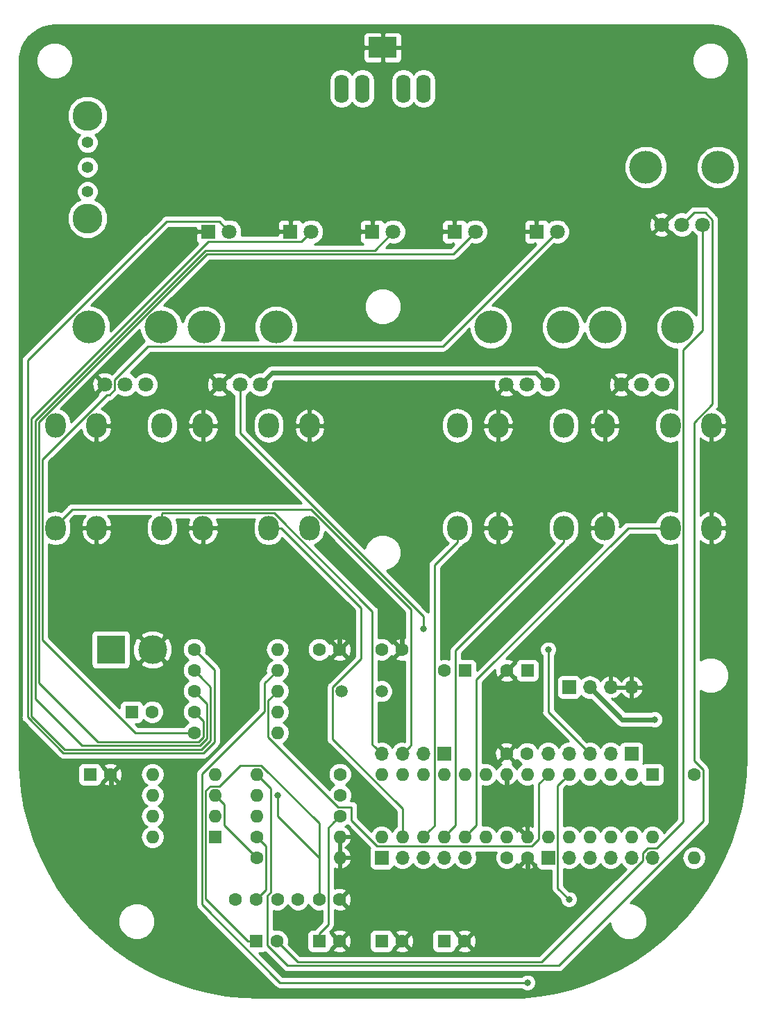
<source format=gbr>
G04 #@! TF.GenerationSoftware,KiCad,Pcbnew,(5.0.1)-3*
G04 #@! TF.CreationDate,2019-07-10T11:43:57+01:00*
G04 #@! TF.ProjectId,drumkid v3,6472756D6B69642076332E6B69636164,04*
G04 #@! TF.SameCoordinates,Original*
G04 #@! TF.FileFunction,Copper,L2,Bot,Signal*
G04 #@! TF.FilePolarity,Positive*
%FSLAX46Y46*%
G04 Gerber Fmt 4.6, Leading zero omitted, Abs format (unit mm)*
G04 Created by KiCad (PCBNEW (5.0.1)-3) date 10/07/2019 11:43:57*
%MOMM*%
%LPD*%
G01*
G04 APERTURE LIST*
G04 #@! TA.AperFunction,ComponentPad*
%ADD10O,1.600000X1.600000*%
G04 #@! TD*
G04 #@! TA.AperFunction,ComponentPad*
%ADD11C,1.600000*%
G04 #@! TD*
G04 #@! TA.AperFunction,ComponentPad*
%ADD12C,3.500120*%
G04 #@! TD*
G04 #@! TA.AperFunction,ComponentPad*
%ADD13R,3.500120X3.500120*%
G04 #@! TD*
G04 #@! TA.AperFunction,ComponentPad*
%ADD14C,3.653000*%
G04 #@! TD*
G04 #@! TA.AperFunction,ComponentPad*
%ADD15C,1.400000*%
G04 #@! TD*
G04 #@! TA.AperFunction,WasherPad*
%ADD16C,4.000000*%
G04 #@! TD*
G04 #@! TA.AperFunction,ComponentPad*
%ADD17C,1.800000*%
G04 #@! TD*
G04 #@! TA.AperFunction,ComponentPad*
%ADD18R,1.800000X1.800000*%
G04 #@! TD*
G04 #@! TA.AperFunction,ComponentPad*
%ADD19O,1.750000X3.500000*%
G04 #@! TD*
G04 #@! TA.AperFunction,ComponentPad*
%ADD20R,3.500000X2.500000*%
G04 #@! TD*
G04 #@! TA.AperFunction,ComponentPad*
%ADD21O,2.500000X3.000000*%
G04 #@! TD*
G04 #@! TA.AperFunction,ComponentPad*
%ADD22R,1.600000X1.600000*%
G04 #@! TD*
G04 #@! TA.AperFunction,ComponentPad*
%ADD23O,1.700000X1.700000*%
G04 #@! TD*
G04 #@! TA.AperFunction,ComponentPad*
%ADD24R,1.700000X1.700000*%
G04 #@! TD*
G04 #@! TA.AperFunction,ComponentPad*
%ADD25C,1.500000*%
G04 #@! TD*
G04 #@! TA.AperFunction,ViaPad*
%ADD26C,0.800000*%
G04 #@! TD*
G04 #@! TA.AperFunction,Conductor*
%ADD27C,0.625000*%
G04 #@! TD*
G04 #@! TA.AperFunction,Conductor*
%ADD28C,0.250000*%
G04 #@! TD*
G04 #@! TA.AperFunction,Conductor*
%ADD29C,0.254000*%
G04 #@! TD*
G04 APERTURE END LIST*
D10*
G04 #@! TO.P,R9,2*
G04 #@! TO.N,Net-(R9-Pad2)*
X134620000Y-132080000D03*
D11*
G04 #@! TO.P,R9,1*
G04 #@! TO.N,Net-(R10-Pad1)*
X144780000Y-132080000D03*
G04 #@! TD*
D12*
G04 #@! TO.P,BT1,2*
G04 #@! TO.N,GND*
X121920000Y-116840000D03*
D13*
G04 #@! TO.P,BT1,1*
G04 #@! TO.N,Net-(BT1-Pad1)*
X116840000Y-116840000D03*
G04 #@! TD*
D14*
G04 #@! TO.P,SW1,MH2*
G04 #@! TO.N,N/C*
X113993946Y-51741091D03*
G04 #@! TO.P,SW1,MH1*
X113993946Y-64241091D03*
D15*
G04 #@! TO.P,SW1,3*
G04 #@! TO.N,Net-(SW1-Pad3)*
X113993946Y-54991091D03*
G04 #@! TO.P,SW1,2*
G04 #@! TO.N,Net-(BT1-Pad1)*
X113993946Y-57991091D03*
G04 #@! TO.P,SW1,1*
G04 #@! TO.N,+5V*
X113993946Y-60991091D03*
G04 #@! TD*
D10*
G04 #@! TO.P,R1,2*
G04 #@! TO.N,/DIGITAL_9*
X134620000Y-137160000D03*
D11*
G04 #@! TO.P,R1,1*
G04 #@! TO.N,Net-(C13-Pad1)*
X144780000Y-137160000D03*
G04 #@! TD*
D10*
G04 #@! TO.P,R7,2*
G04 #@! TO.N,/DIGITAL_6*
X137160000Y-127000000D03*
D11*
G04 #@! TO.P,R7,1*
G04 #@! TO.N,Net-(D6-Pad2)*
X127000000Y-127000000D03*
G04 #@! TD*
D10*
G04 #@! TO.P,R11,2*
G04 #@! TO.N,GND*
X144780000Y-139700000D03*
D11*
G04 #@! TO.P,R11,1*
G04 #@! TO.N,Net-(C18-Pad2)*
X134620000Y-139700000D03*
G04 #@! TD*
D10*
G04 #@! TO.P,R10,2*
G04 #@! TO.N,GND*
X144780000Y-142240000D03*
D11*
G04 #@! TO.P,R10,1*
G04 #@! TO.N,Net-(R10-Pad1)*
X134620000Y-142240000D03*
G04 #@! TD*
D10*
G04 #@! TO.P,R8,2*
G04 #@! TO.N,Net-(C13-Pad1)*
X134620000Y-134620000D03*
D11*
G04 #@! TO.P,R8,1*
G04 #@! TO.N,Net-(C14-Pad1)*
X144780000Y-134620000D03*
G04 #@! TD*
D10*
G04 #@! TO.P,R6,2*
G04 #@! TO.N,/DIGITAL_5*
X137160000Y-124460000D03*
D11*
G04 #@! TO.P,R6,1*
G04 #@! TO.N,Net-(D5-Pad2)*
X127000000Y-124460000D03*
G04 #@! TD*
D10*
G04 #@! TO.P,R5,2*
G04 #@! TO.N,/DIGITAL_4*
X137160000Y-121920000D03*
D11*
G04 #@! TO.P,R5,1*
G04 #@! TO.N,Net-(D4-Pad2)*
X127000000Y-121920000D03*
G04 #@! TD*
D10*
G04 #@! TO.P,R4,2*
G04 #@! TO.N,/DIGITAL_3*
X137160000Y-119380000D03*
D11*
G04 #@! TO.P,R4,1*
G04 #@! TO.N,Net-(D3-Pad2)*
X127000000Y-119380000D03*
G04 #@! TD*
D10*
G04 #@! TO.P,R3,2*
G04 #@! TO.N,/DIGITAL_2*
X137160000Y-116840000D03*
D11*
G04 #@! TO.P,R3,1*
G04 #@! TO.N,Net-(D2-Pad2)*
X127000000Y-116840000D03*
G04 #@! TD*
D10*
G04 #@! TO.P,R2,2*
G04 #@! TO.N,+5V*
X187960000Y-142240000D03*
D11*
G04 #@! TO.P,R2,1*
G04 #@! TO.N,Net-(R2-Pad1)*
X187960000Y-132080000D03*
G04 #@! TD*
D16*
G04 #@! TO.P,RV1,*
G04 #@! TO.N,*
X182100000Y-58000000D03*
X190900000Y-58000000D03*
D17*
G04 #@! TO.P,RV1,1*
G04 #@! TO.N,GND*
X184000000Y-65000000D03*
G04 #@! TO.P,RV1,2*
G04 #@! TO.N,Net-(R9-Pad2)*
X186500000Y-65000000D03*
G04 #@! TO.P,RV1,3*
G04 #@! TO.N,Net-(C15-Pad2)*
X189000000Y-65000000D03*
G04 #@! TD*
G04 #@! TO.P,D6,2*
G04 #@! TO.N,Net-(D6-Pad2)*
X171290000Y-65867290D03*
D18*
G04 #@! TO.P,D6,1*
G04 #@! TO.N,GND*
X168750000Y-65867290D03*
G04 #@! TD*
D17*
G04 #@! TO.P,D5,2*
G04 #@! TO.N,Net-(D5-Pad2)*
X161290000Y-65867290D03*
D18*
G04 #@! TO.P,D5,1*
G04 #@! TO.N,GND*
X158750000Y-65867290D03*
G04 #@! TD*
D17*
G04 #@! TO.P,D4,2*
G04 #@! TO.N,Net-(D4-Pad2)*
X151290000Y-65867290D03*
D18*
G04 #@! TO.P,D4,1*
G04 #@! TO.N,GND*
X148750000Y-65867290D03*
G04 #@! TD*
D17*
G04 #@! TO.P,D3,2*
G04 #@! TO.N,Net-(D3-Pad2)*
X141290000Y-65867290D03*
D18*
G04 #@! TO.P,D3,1*
G04 #@! TO.N,GND*
X138750000Y-65867290D03*
G04 #@! TD*
D17*
G04 #@! TO.P,D2,2*
G04 #@! TO.N,Net-(D2-Pad2)*
X131290000Y-65867290D03*
D18*
G04 #@! TO.P,D2,1*
G04 #@! TO.N,GND*
X128750000Y-65867290D03*
G04 #@! TD*
D19*
G04 #@! TO.P,J9,TN*
G04 #@! TO.N,Net-(J9-PadTN)*
X152500000Y-48410000D03*
G04 #@! TO.P,J9,RN*
G04 #@! TO.N,Net-(J9-PadRN)*
X147500000Y-48410000D03*
G04 #@! TO.P,J9,T*
G04 #@! TO.N,Net-(C10-Pad2)*
X155000000Y-48410000D03*
G04 #@! TO.P,J9,R*
X145000000Y-48410000D03*
D20*
G04 #@! TO.P,J9,S*
G04 #@! TO.N,GND*
X150000000Y-43404000D03*
G04 #@! TD*
D16*
G04 #@! TO.P,RV2,*
G04 #@! TO.N,*
X114189897Y-77517290D03*
X122989897Y-77517290D03*
D17*
G04 #@! TO.P,RV2,1*
G04 #@! TO.N,GND*
X116089897Y-84517290D03*
G04 #@! TO.P,RV2,2*
G04 #@! TO.N,/ANALOG_0*
X118589897Y-84517290D03*
G04 #@! TO.P,RV2,3*
G04 #@! TO.N,+5V*
X121089897Y-84517290D03*
G04 #@! TD*
D16*
G04 #@! TO.P,RV4,*
G04 #@! TO.N,*
X163189897Y-77517290D03*
X171989897Y-77517290D03*
D17*
G04 #@! TO.P,RV4,1*
G04 #@! TO.N,GND*
X165089897Y-84517290D03*
G04 #@! TO.P,RV4,2*
G04 #@! TO.N,/ANALOG_2*
X167589897Y-84517290D03*
G04 #@! TO.P,RV4,3*
G04 #@! TO.N,+5V*
X170089897Y-84517290D03*
G04 #@! TD*
D16*
G04 #@! TO.P,RV3,*
G04 #@! TO.N,*
X128189897Y-77517290D03*
X136989897Y-77517290D03*
D17*
G04 #@! TO.P,RV3,1*
G04 #@! TO.N,GND*
X130089897Y-84517290D03*
G04 #@! TO.P,RV3,2*
G04 #@! TO.N,/ANALOG_1*
X132589897Y-84517290D03*
G04 #@! TO.P,RV3,3*
G04 #@! TO.N,+5V*
X135089897Y-84517290D03*
G04 #@! TD*
D16*
G04 #@! TO.P,RV5,*
G04 #@! TO.N,*
X177189897Y-77517290D03*
X185989897Y-77517290D03*
D17*
G04 #@! TO.P,RV5,1*
G04 #@! TO.N,GND*
X179089897Y-84517290D03*
G04 #@! TO.P,RV5,2*
G04 #@! TO.N,/ANALOG_3*
X181589897Y-84517290D03*
G04 #@! TO.P,RV5,3*
G04 #@! TO.N,+5V*
X184089897Y-84517290D03*
G04 #@! TD*
D21*
G04 #@! TO.P,SW2,1*
G04 #@! TO.N,/DIGITAL_7*
X110089897Y-102017290D03*
G04 #@! TO.P,SW2,2*
G04 #@! TO.N,GND*
X115089897Y-102017290D03*
G04 #@! TO.P,SW2,1*
G04 #@! TO.N,/DIGITAL_7*
X110089897Y-89517290D03*
G04 #@! TO.P,SW2,2*
G04 #@! TO.N,GND*
X115089897Y-89517290D03*
G04 #@! TD*
G04 #@! TO.P,SW7,1*
G04 #@! TO.N,/DIGITAL_13*
X185089897Y-102017290D03*
G04 #@! TO.P,SW7,2*
G04 #@! TO.N,GND*
X190089897Y-102017290D03*
G04 #@! TO.P,SW7,1*
G04 #@! TO.N,/DIGITAL_13*
X185089897Y-89517290D03*
G04 #@! TO.P,SW7,2*
G04 #@! TO.N,GND*
X190089897Y-89517290D03*
G04 #@! TD*
G04 #@! TO.P,SW6,1*
G04 #@! TO.N,/DIGITAL_12*
X172089897Y-102017290D03*
G04 #@! TO.P,SW6,2*
G04 #@! TO.N,GND*
X177089897Y-102017290D03*
G04 #@! TO.P,SW6,1*
G04 #@! TO.N,/DIGITAL_12*
X172089897Y-89517290D03*
G04 #@! TO.P,SW6,2*
G04 #@! TO.N,GND*
X177089897Y-89517290D03*
G04 #@! TD*
G04 #@! TO.P,SW5,1*
G04 #@! TO.N,/DIGITAL_11*
X159089897Y-102017290D03*
G04 #@! TO.P,SW5,2*
G04 #@! TO.N,GND*
X164089897Y-102017290D03*
G04 #@! TO.P,SW5,1*
G04 #@! TO.N,/DIGITAL_11*
X159089897Y-89517290D03*
G04 #@! TO.P,SW5,2*
G04 #@! TO.N,GND*
X164089897Y-89517290D03*
G04 #@! TD*
G04 #@! TO.P,SW4,1*
G04 #@! TO.N,/DIGITAL_10*
X136089897Y-102017290D03*
G04 #@! TO.P,SW4,2*
G04 #@! TO.N,GND*
X141089897Y-102017290D03*
G04 #@! TO.P,SW4,1*
G04 #@! TO.N,/DIGITAL_10*
X136089897Y-89517290D03*
G04 #@! TO.P,SW4,2*
G04 #@! TO.N,GND*
X141089897Y-89517290D03*
G04 #@! TD*
G04 #@! TO.P,SW3,1*
G04 #@! TO.N,/DIGITAL_8*
X123089897Y-102017290D03*
G04 #@! TO.P,SW3,2*
G04 #@! TO.N,GND*
X128089897Y-102017290D03*
G04 #@! TO.P,SW3,1*
G04 #@! TO.N,/DIGITAL_8*
X123089897Y-89517290D03*
G04 #@! TO.P,SW3,2*
G04 #@! TO.N,GND*
X128089897Y-89517290D03*
G04 #@! TD*
D11*
G04 #@! TO.P,C10,2*
G04 #@! TO.N,Net-(C10-Pad2)*
X121880000Y-124460000D03*
D22*
G04 #@! TO.P,C10,1*
G04 #@! TO.N,Net-(C10-Pad1)*
X119380000Y-124460000D03*
G04 #@! TD*
D11*
G04 #@! TO.P,C8,2*
G04 #@! TO.N,GND*
X152360000Y-152400000D03*
D22*
G04 #@! TO.P,C8,1*
G04 #@! TO.N,+5V*
X149860000Y-152400000D03*
G04 #@! TD*
G04 #@! TO.P,C17,1*
G04 #@! TO.N,Net-(C17-Pad1)*
X114300000Y-132080000D03*
D11*
G04 #@! TO.P,C17,2*
G04 #@! TO.N,GND*
X116800000Y-132080000D03*
G04 #@! TD*
G04 #@! TO.P,C13,2*
G04 #@! TO.N,GND*
X144740000Y-152400000D03*
D22*
G04 #@! TO.P,C13,1*
G04 #@! TO.N,Net-(C13-Pad1)*
X142240000Y-152400000D03*
G04 #@! TD*
G04 #@! TO.P,C12,1*
G04 #@! TO.N,+5V*
X160020000Y-119380000D03*
D11*
G04 #@! TO.P,C12,2*
G04 #@! TO.N,GND*
X157520000Y-119380000D03*
G04 #@! TD*
G04 #@! TO.P,C11,2*
G04 #@! TO.N,GND*
X159980000Y-152400000D03*
D22*
G04 #@! TO.P,C11,1*
G04 #@! TO.N,+5V*
X157480000Y-152400000D03*
G04 #@! TD*
G04 #@! TO.P,C7,1*
G04 #@! TO.N,+5V*
X167640000Y-119380000D03*
D11*
G04 #@! TO.P,C7,2*
G04 #@! TO.N,GND*
X165140000Y-119380000D03*
G04 #@! TD*
D22*
G04 #@! TO.P,C15,1*
G04 #@! TO.N,Net-(C14-Pad1)*
X134580000Y-152400000D03*
D11*
G04 #@! TO.P,C15,2*
G04 #@! TO.N,Net-(C15-Pad2)*
X137080000Y-152400000D03*
G04 #@! TD*
G04 #@! TO.P,C9,1*
G04 #@! TO.N,GND*
X167640000Y-142240000D03*
G04 #@! TO.P,C9,2*
G04 #@! TO.N,+5V*
X165140000Y-142240000D03*
G04 #@! TD*
G04 #@! TO.P,C6,2*
G04 #@! TO.N,GND*
X144740000Y-116840000D03*
G04 #@! TO.P,C6,1*
G04 #@! TO.N,Net-(C6-Pad1)*
X142240000Y-116840000D03*
G04 #@! TD*
G04 #@! TO.P,C14,1*
G04 #@! TO.N,Net-(C14-Pad1)*
X142240000Y-147320000D03*
G04 #@! TO.P,C14,2*
G04 #@! TO.N,GND*
X144740000Y-147320000D03*
G04 #@! TD*
G04 #@! TO.P,C5,2*
G04 #@! TO.N,GND*
X152360000Y-116840000D03*
G04 #@! TO.P,C5,1*
G04 #@! TO.N,Net-(C5-Pad1)*
X149860000Y-116840000D03*
G04 #@! TD*
G04 #@! TO.P,C16,1*
G04 #@! TO.N,+5V*
X137160000Y-147320000D03*
G04 #@! TO.P,C16,2*
G04 #@! TO.N,Net-(C16-Pad2)*
X139660000Y-147320000D03*
G04 #@! TD*
G04 #@! TO.P,C4,2*
G04 #@! TO.N,+5V*
X167600000Y-129540000D03*
G04 #@! TO.P,C4,1*
G04 #@! TO.N,GND*
X165100000Y-129540000D03*
G04 #@! TD*
G04 #@! TO.P,C18,1*
G04 #@! TO.N,Net-(C10-Pad1)*
X132040000Y-147320000D03*
G04 #@! TO.P,C18,2*
G04 #@! TO.N,Net-(C18-Pad2)*
X134540000Y-147320000D03*
G04 #@! TD*
D23*
G04 #@! TO.P,J1,4*
G04 #@! TO.N,GND*
X180340000Y-121430000D03*
G04 #@! TO.P,J1,3*
X177800000Y-121430000D03*
G04 #@! TO.P,J1,2*
G04 #@! TO.N,+5V*
X175260000Y-121430000D03*
D24*
G04 #@! TO.P,J1,1*
X172720000Y-121430000D03*
G04 #@! TD*
G04 #@! TO.P,J6,1*
G04 #@! TO.N,/DIGITAL_5*
X157480000Y-129540000D03*
D23*
G04 #@! TO.P,J6,2*
G04 #@! TO.N,/DIGITAL_6*
X154940000Y-129540000D03*
G04 #@! TO.P,J6,3*
G04 #@! TO.N,/DIGITAL_7*
X152400000Y-129540000D03*
G04 #@! TO.P,J6,4*
G04 #@! TO.N,/DIGITAL_8*
X149860000Y-129540000D03*
G04 #@! TD*
G04 #@! TO.P,J8,5*
G04 #@! TO.N,/DIGITAL_13*
X160020000Y-142240000D03*
G04 #@! TO.P,J8,4*
G04 #@! TO.N,/DIGITAL_12*
X157480000Y-142240000D03*
G04 #@! TO.P,J8,3*
G04 #@! TO.N,/DIGITAL_11*
X154940000Y-142240000D03*
G04 #@! TO.P,J8,2*
G04 #@! TO.N,/DIGITAL_10*
X152400000Y-142240000D03*
D24*
G04 #@! TO.P,J8,1*
G04 #@! TO.N,/DIGITAL_9*
X149860000Y-142240000D03*
G04 #@! TD*
G04 #@! TO.P,J5,1*
G04 #@! TO.N,/DIGITAL_0*
X180340000Y-129540000D03*
D23*
G04 #@! TO.P,J5,2*
G04 #@! TO.N,/DIGITAL_1*
X177800000Y-129540000D03*
G04 #@! TO.P,J5,3*
G04 #@! TO.N,/DIGITAL_2*
X175260000Y-129540000D03*
G04 #@! TO.P,J5,4*
G04 #@! TO.N,/DIGITAL_3*
X172720000Y-129540000D03*
G04 #@! TO.P,J5,5*
G04 #@! TO.N,/DIGITAL_4*
X170180000Y-129540000D03*
G04 #@! TD*
D24*
G04 #@! TO.P,J7,1*
G04 #@! TO.N,/ANALOG_0*
X170180000Y-142240000D03*
D23*
G04 #@! TO.P,J7,2*
G04 #@! TO.N,/ANALOG_1*
X172720000Y-142240000D03*
G04 #@! TO.P,J7,3*
G04 #@! TO.N,/ANALOG_2*
X175260000Y-142240000D03*
G04 #@! TO.P,J7,4*
G04 #@! TO.N,/ANALOG_3*
X177800000Y-142240000D03*
G04 #@! TO.P,J7,5*
G04 #@! TO.N,/ANALOG_4*
X180340000Y-142240000D03*
G04 #@! TO.P,J7,6*
G04 #@! TO.N,/ANALOG_5*
X182880000Y-142240000D03*
G04 #@! TD*
D25*
G04 #@! TO.P,Y1,1*
G04 #@! TO.N,Net-(C5-Pad1)*
X149860000Y-121920000D03*
G04 #@! TO.P,Y1,2*
G04 #@! TO.N,Net-(C6-Pad1)*
X144980000Y-121920000D03*
G04 #@! TD*
D22*
G04 #@! TO.P,U2,1*
G04 #@! TO.N,Net-(R2-Pad1)*
X182880000Y-132080000D03*
D10*
G04 #@! TO.P,U2,15*
G04 #@! TO.N,/DIGITAL_9*
X149860000Y-139700000D03*
G04 #@! TO.P,U2,2*
G04 #@! TO.N,/DIGITAL_0*
X180340000Y-132080000D03*
G04 #@! TO.P,U2,16*
G04 #@! TO.N,/DIGITAL_10*
X152400000Y-139700000D03*
G04 #@! TO.P,U2,3*
G04 #@! TO.N,/DIGITAL_1*
X177800000Y-132080000D03*
G04 #@! TO.P,U2,17*
G04 #@! TO.N,/DIGITAL_11*
X154940000Y-139700000D03*
G04 #@! TO.P,U2,4*
G04 #@! TO.N,/DIGITAL_2*
X175260000Y-132080000D03*
G04 #@! TO.P,U2,18*
G04 #@! TO.N,/DIGITAL_12*
X157480000Y-139700000D03*
G04 #@! TO.P,U2,5*
G04 #@! TO.N,/DIGITAL_3*
X172720000Y-132080000D03*
G04 #@! TO.P,U2,19*
G04 #@! TO.N,/DIGITAL_13*
X160020000Y-139700000D03*
G04 #@! TO.P,U2,6*
G04 #@! TO.N,/DIGITAL_4*
X170180000Y-132080000D03*
G04 #@! TO.P,U2,20*
G04 #@! TO.N,+5V*
X162560000Y-139700000D03*
G04 #@! TO.P,U2,7*
X167640000Y-132080000D03*
G04 #@! TO.P,U2,21*
G04 #@! TO.N,Net-(U2-Pad21)*
X165100000Y-139700000D03*
G04 #@! TO.P,U2,8*
G04 #@! TO.N,GND*
X165100000Y-132080000D03*
G04 #@! TO.P,U2,22*
X167640000Y-139700000D03*
G04 #@! TO.P,U2,9*
G04 #@! TO.N,Net-(C5-Pad1)*
X162560000Y-132080000D03*
G04 #@! TO.P,U2,23*
G04 #@! TO.N,/ANALOG_0*
X170180000Y-139700000D03*
G04 #@! TO.P,U2,10*
G04 #@! TO.N,Net-(C6-Pad1)*
X160020000Y-132080000D03*
G04 #@! TO.P,U2,24*
G04 #@! TO.N,/ANALOG_1*
X172720000Y-139700000D03*
G04 #@! TO.P,U2,11*
G04 #@! TO.N,/DIGITAL_5*
X157480000Y-132080000D03*
G04 #@! TO.P,U2,25*
G04 #@! TO.N,/ANALOG_2*
X175260000Y-139700000D03*
G04 #@! TO.P,U2,12*
G04 #@! TO.N,/DIGITAL_6*
X154940000Y-132080000D03*
G04 #@! TO.P,U2,26*
G04 #@! TO.N,/ANALOG_3*
X177800000Y-139700000D03*
G04 #@! TO.P,U2,13*
G04 #@! TO.N,/DIGITAL_7*
X152400000Y-132080000D03*
G04 #@! TO.P,U2,27*
G04 #@! TO.N,/ANALOG_4*
X180340000Y-139700000D03*
G04 #@! TO.P,U2,14*
G04 #@! TO.N,/DIGITAL_8*
X149860000Y-132080000D03*
G04 #@! TO.P,U2,28*
G04 #@! TO.N,/ANALOG_5*
X182880000Y-139700000D03*
G04 #@! TD*
D22*
G04 #@! TO.P,U3,1*
G04 #@! TO.N,Net-(U3-Pad1)*
X129540000Y-139700000D03*
D10*
G04 #@! TO.P,U3,5*
G04 #@! TO.N,Net-(C10-Pad1)*
X121920000Y-132080000D03*
G04 #@! TO.P,U3,2*
G04 #@! TO.N,GND*
X129540000Y-137160000D03*
G04 #@! TO.P,U3,6*
G04 #@! TO.N,+5V*
X121920000Y-134620000D03*
G04 #@! TO.P,U3,3*
G04 #@! TO.N,Net-(R10-Pad1)*
X129540000Y-134620000D03*
G04 #@! TO.P,U3,7*
G04 #@! TO.N,Net-(C17-Pad1)*
X121920000Y-137160000D03*
G04 #@! TO.P,U3,4*
G04 #@! TO.N,Net-(C16-Pad2)*
X129540000Y-132080000D03*
G04 #@! TO.P,U3,8*
G04 #@! TO.N,Net-(U3-Pad8)*
X121920000Y-139700000D03*
G04 #@! TD*
D26*
G04 #@! TO.N,GND*
X116840000Y-121920000D03*
X116840000Y-139700000D03*
X144780000Y-111760000D03*
X149860000Y-111760000D03*
X125000000Y-125000000D03*
G04 #@! TO.N,+5V*
X183189898Y-125367396D03*
G04 #@! TO.N,/DIGITAL_2*
X170180000Y-116840000D03*
G04 #@! TO.N,/DIGITAL_3*
X167640000Y-157480000D03*
X172720000Y-147320000D03*
G04 #@! TO.N,Net-(C14-Pad1)*
X137160000Y-134620000D03*
G04 #@! TO.N,/ANALOG_1*
X154940000Y-114300000D03*
G04 #@! TD*
D27*
G04 #@! TO.N,GND*
X165100000Y-137160000D02*
X167640000Y-139700000D01*
X165100000Y-132080000D02*
X165100000Y-137160000D01*
X167640000Y-144740000D02*
X159980000Y-152400000D01*
X167640000Y-142240000D02*
X167640000Y-144740000D01*
X121920000Y-116840000D02*
X116840000Y-121920000D01*
X116840000Y-132120000D02*
X116800000Y-132080000D01*
X116840000Y-139700000D02*
X116840000Y-132120000D01*
X144740000Y-116840000D02*
X144740000Y-111800000D01*
X144740000Y-111800000D02*
X144780000Y-111760000D01*
X152360000Y-114260000D02*
X149860000Y-111760000D01*
X152360000Y-116840000D02*
X152360000Y-114260000D01*
X127000000Y-111760000D02*
X144780000Y-111760000D01*
X121920000Y-116840000D02*
X127000000Y-111760000D01*
X125000000Y-119920000D02*
X121920000Y-116840000D01*
X125000000Y-125000000D02*
X125000000Y-119920000D01*
G04 #@! TO.N,+5V*
X169189898Y-83617291D02*
X170089897Y-84517290D01*
X168677396Y-83104789D02*
X169189898Y-83617291D01*
X136502398Y-83104789D02*
X168677396Y-83104789D01*
X135089897Y-84517290D02*
X136502398Y-83104789D01*
X175260000Y-121430000D02*
X179197396Y-125367396D01*
X179197396Y-125367396D02*
X183189898Y-125367396D01*
D28*
G04 #@! TO.N,/DIGITAL_2*
X170180000Y-124460000D02*
X175260000Y-129540000D01*
X170180000Y-116840000D02*
X170180000Y-124460000D01*
G04 #@! TO.N,Net-(D2-Pad2)*
X127799999Y-117639999D02*
X127000000Y-116840000D01*
X129475031Y-119315031D02*
X127799999Y-117639999D01*
X129475031Y-128099201D02*
X129475031Y-119315031D01*
X128099204Y-129475028D02*
X129475031Y-128099201D01*
X111058619Y-129475029D02*
X128099204Y-129475028D01*
X106680000Y-125096410D02*
X111058619Y-129475029D01*
X106680000Y-81586185D02*
X106680000Y-125096410D01*
X123623896Y-64642289D02*
X106680000Y-81586185D01*
X130064999Y-64642289D02*
X123623896Y-64642289D01*
X131290000Y-65867290D02*
X130064999Y-64642289D01*
G04 #@! TO.N,Net-(D3-Pad2)*
X107164858Y-88692109D02*
X107164858Y-124944858D01*
X128764676Y-67092291D02*
X107164858Y-88692109D01*
X141290000Y-65867290D02*
X140064999Y-67092291D01*
X140064999Y-67092291D02*
X128764676Y-67092291D01*
X127799999Y-120179999D02*
X127000000Y-119380000D01*
X129025021Y-121405021D02*
X127799999Y-120179999D01*
X129025021Y-127912801D02*
X129025021Y-121405021D01*
X127912803Y-129025019D02*
X129025021Y-127912801D01*
X111245019Y-129025019D02*
X127912803Y-129025019D01*
X107164858Y-124944858D02*
X111245019Y-129025019D01*
G04 #@! TO.N,/DIGITAL_3*
X171920001Y-132879999D02*
X172720000Y-132080000D01*
X171355001Y-133444999D02*
X171920001Y-132879999D01*
X135584989Y-120955011D02*
X135584989Y-124370009D01*
X135584989Y-124370009D02*
X127964989Y-131990009D01*
X127964989Y-131990009D02*
X127964989Y-147969991D01*
X127964989Y-147969991D02*
X137474998Y-157480000D01*
X137474998Y-157480000D02*
X167640000Y-157480000D01*
X137160000Y-119380000D02*
X135584989Y-120955011D01*
X171355001Y-145955001D02*
X171355001Y-142240000D01*
X172720000Y-147320000D02*
X171355001Y-145955001D01*
X171355001Y-143350001D02*
X171355001Y-142240000D01*
X171355001Y-142240000D02*
X171355001Y-133444999D01*
G04 #@! TO.N,/DIGITAL_4*
X146194999Y-136034999D02*
X146194999Y-137700001D01*
X144529997Y-136034999D02*
X146194999Y-136034999D01*
X146194999Y-137700001D02*
X149319999Y-140825001D01*
X136034999Y-127540001D02*
X144529997Y-136034999D01*
X136034999Y-123045001D02*
X136034999Y-127540001D01*
X137160000Y-121920000D02*
X136034999Y-123045001D01*
X168180001Y-140825001D02*
X162000000Y-140825001D01*
X169054999Y-139950003D02*
X168180001Y-140825001D01*
X169054999Y-133205001D02*
X169054999Y-139950003D01*
X170180000Y-132080000D02*
X169054999Y-133205001D01*
X149319999Y-140825001D02*
X162000000Y-140825001D01*
X162000000Y-140825001D02*
X163100001Y-140825001D01*
G04 #@! TO.N,Net-(D4-Pad2)*
X127799999Y-122719999D02*
X127000000Y-121920000D01*
X128575011Y-127726401D02*
X128575011Y-123495011D01*
X128575011Y-123495011D02*
X127799999Y-122719999D01*
X127726402Y-128575010D02*
X128575011Y-127726401D01*
X149027299Y-68129991D02*
X128363386Y-68129991D01*
X151290000Y-65867290D02*
X149027299Y-68129991D01*
X128363386Y-68129991D02*
X107614868Y-88878509D01*
X107614868Y-88878509D02*
X107614868Y-122854868D01*
X107614868Y-122854868D02*
X113335010Y-128575010D01*
X113335010Y-128575010D02*
X127726402Y-128575010D01*
G04 #@! TO.N,Net-(D5-Pad2)*
X127799999Y-125259999D02*
X127000000Y-124460000D01*
X128125001Y-125585001D02*
X127799999Y-125259999D01*
X128125001Y-127540001D02*
X128125001Y-125585001D01*
X127540001Y-128125001D02*
X128125001Y-127540001D01*
X115278854Y-128125001D02*
X127540001Y-128125001D01*
X108064878Y-89064909D02*
X108064878Y-120911025D01*
X128549787Y-68580000D02*
X108064878Y-89064909D01*
X108064878Y-120911025D02*
X115278854Y-128125001D01*
X158577290Y-68580000D02*
X128549787Y-68580000D01*
X161290000Y-65867290D02*
X158577290Y-68580000D01*
G04 #@! TO.N,Net-(C13-Pad1)*
X143980001Y-137959999D02*
X144780000Y-137160000D01*
X143365001Y-138574999D02*
X143980001Y-137959999D01*
X143365001Y-150360001D02*
X143365001Y-138574999D01*
X142240000Y-151485002D02*
X143365001Y-150360001D01*
X142240000Y-152400000D02*
X142240000Y-151485002D01*
G04 #@! TO.N,Net-(C14-Pad1)*
X142240000Y-146188630D02*
X142240000Y-147320000D01*
X135160001Y-130954999D02*
X142240000Y-138034998D01*
X132620001Y-130954999D02*
X135160001Y-130954999D01*
X130080001Y-133494999D02*
X132620001Y-130954999D01*
X128999999Y-133494999D02*
X130080001Y-133494999D01*
X128414999Y-134079999D02*
X128999999Y-133494999D01*
X128414999Y-147284999D02*
X128414999Y-134079999D01*
X133530000Y-152400000D02*
X128414999Y-147284999D01*
X134580000Y-152400000D02*
X133530000Y-152400000D01*
X137160000Y-137160000D02*
X142240000Y-142240000D01*
X137160000Y-134620000D02*
X137160000Y-137160000D01*
X142240000Y-138034998D02*
X142240000Y-142240000D01*
X142240000Y-142240000D02*
X142240000Y-146188630D01*
G04 #@! TO.N,Net-(R10-Pad1)*
X133820001Y-141440001D02*
X134620000Y-142240000D01*
X130665001Y-138285001D02*
X133820001Y-141440001D01*
X130665001Y-135745001D02*
X130665001Y-138285001D01*
X129540000Y-134620000D02*
X130665001Y-135745001D01*
G04 #@! TO.N,Net-(R9-Pad2)*
X188000000Y-63500000D02*
X186500000Y-65000000D01*
X189313002Y-63500000D02*
X188000000Y-63500000D01*
X190225001Y-64411999D02*
X189313002Y-63500000D01*
X190225001Y-86904786D02*
X190225001Y-64411999D01*
X187960000Y-89169787D02*
X190225001Y-86904786D01*
X187960000Y-130414998D02*
X187960000Y-89169787D01*
X189085001Y-131539999D02*
X187960000Y-130414998D01*
X189085001Y-137774001D02*
X189085001Y-131539999D01*
X171468993Y-155390009D02*
X189085001Y-137774001D01*
X134620000Y-132080000D02*
X136327499Y-133787499D01*
X136327499Y-146487499D02*
X135954999Y-146859999D01*
X136327499Y-133787499D02*
X136327499Y-146487499D01*
X135954999Y-146859999D02*
X135954999Y-152940001D01*
X135954999Y-152940001D02*
X138405007Y-155390009D01*
X138405007Y-155390009D02*
X171468993Y-155390009D01*
G04 #@! TO.N,Net-(C18-Pad2)*
X135419999Y-140499999D02*
X134620000Y-139700000D01*
X135745001Y-140825001D02*
X135419999Y-140499999D01*
X135745001Y-146114999D02*
X135745001Y-140825001D01*
X134540000Y-147320000D02*
X135745001Y-146114999D01*
G04 #@! TO.N,Net-(D6-Pad2)*
X125868630Y-127000000D02*
X127000000Y-127000000D01*
X108514887Y-115663030D02*
X119851857Y-127000000D01*
X119851857Y-127000000D02*
X125868630Y-127000000D01*
X116387496Y-85742291D02*
X108514887Y-93614900D01*
X116677898Y-85742291D02*
X116387496Y-85742291D01*
X117314898Y-85105291D02*
X116677898Y-85742291D01*
X108514887Y-93614900D02*
X108514887Y-115663030D01*
X117314898Y-83929289D02*
X117314898Y-85105291D01*
X121401896Y-79842291D02*
X117314898Y-83929289D01*
X157314999Y-79842291D02*
X121401896Y-79842291D01*
X171290000Y-65867290D02*
X157314999Y-79842291D01*
G04 #@! TO.N,Net-(C15-Pad2)*
X186664907Y-80283282D02*
X189000000Y-77948189D01*
X186664907Y-137844093D02*
X186664907Y-80283282D01*
X183444001Y-141064999D02*
X186664907Y-137844093D01*
X189000000Y-77948189D02*
X189000000Y-65000000D01*
X137080000Y-152400000D02*
X139620000Y-154940000D01*
X169379002Y-154940000D02*
X181704999Y-142614003D01*
X181704999Y-142614003D02*
X181704999Y-141675999D01*
X181704999Y-141675999D02*
X182315999Y-141064999D01*
X139620000Y-154940000D02*
X169379002Y-154940000D01*
X182315999Y-141064999D02*
X183444001Y-141064999D01*
G04 #@! TO.N,/ANALOG_1*
X154940000Y-112753583D02*
X154940000Y-114300000D01*
X132589897Y-84517290D02*
X132589897Y-90403480D01*
X132589897Y-90403480D02*
X154940000Y-112753583D01*
G04 #@! TO.N,/DIGITAL_10*
X137589897Y-102017290D02*
X136089897Y-102017290D01*
X152400000Y-139700000D02*
X152400000Y-136285002D01*
X152400000Y-136285002D02*
X143904999Y-127790001D01*
X143904999Y-127790001D02*
X143904999Y-121403999D01*
X143904999Y-121403999D02*
X147320000Y-117988998D01*
X147320000Y-117988998D02*
X147320000Y-111747393D01*
X147320000Y-111747393D02*
X137589897Y-102017290D01*
G04 #@! TO.N,/DIGITAL_11*
X155739999Y-138900001D02*
X154940000Y-139700000D01*
X156304999Y-138335001D02*
X155739999Y-138900001D01*
X156304999Y-106552188D02*
X156304999Y-138335001D01*
X159089897Y-103767290D02*
X156304999Y-106552188D01*
X159089897Y-102017290D02*
X159089897Y-103767290D01*
G04 #@! TO.N,/DIGITAL_12*
X158279999Y-138900001D02*
X157480000Y-139700000D01*
X158894999Y-138285001D02*
X158279999Y-138900001D01*
X158894999Y-116962188D02*
X158894999Y-138285001D01*
X172089897Y-103767290D02*
X158894999Y-116962188D01*
X172089897Y-102017290D02*
X172089897Y-103767290D01*
G04 #@! TO.N,/DIGITAL_13*
X160819999Y-138900001D02*
X160020000Y-139700000D01*
X161434999Y-138285001D02*
X160819999Y-138900001D01*
X161434999Y-120505001D02*
X161434999Y-138285001D01*
X179922710Y-102017290D02*
X161434999Y-120505001D01*
X185089897Y-102017290D02*
X179922710Y-102017290D01*
G04 #@! TO.N,/DIGITAL_7*
X153249999Y-128690001D02*
X152400000Y-129540000D01*
X153485001Y-128454999D02*
X153249999Y-128690001D01*
X153485001Y-111934994D02*
X153485001Y-128454999D01*
X141292278Y-99742271D02*
X153485001Y-111934994D01*
X110089897Y-101767290D02*
X112114916Y-99742271D01*
X112114916Y-99742271D02*
X141292278Y-99742271D01*
X110089897Y-102017290D02*
X110089897Y-101767290D01*
G04 #@! TO.N,/DIGITAL_8*
X149010001Y-128690001D02*
X149860000Y-129540000D01*
X148734999Y-128414999D02*
X149010001Y-128690001D01*
X148734999Y-112184992D02*
X148734999Y-128414999D01*
X136742287Y-100192280D02*
X148734999Y-112184992D01*
X123089897Y-100267290D02*
X123164907Y-100192280D01*
X123164907Y-100192280D02*
X136742287Y-100192280D01*
X123089897Y-102017290D02*
X123089897Y-100267290D01*
G04 #@! TD*
D29*
G04 #@! TO.N,GND*
G36*
X190757583Y-40746966D02*
X191497086Y-40949271D01*
X192189074Y-41279333D01*
X192811679Y-41726720D01*
X193345214Y-42277286D01*
X193772822Y-42913635D01*
X194080987Y-43615652D01*
X194261229Y-44366411D01*
X194308946Y-45016203D01*
X194308947Y-129978796D01*
X194233484Y-132087009D01*
X194008802Y-134172198D01*
X193635609Y-136235981D01*
X193115813Y-138267811D01*
X192452080Y-140257268D01*
X191647810Y-142194167D01*
X190707099Y-144068636D01*
X189634788Y-145871029D01*
X188436354Y-147592143D01*
X187117922Y-149223178D01*
X185686261Y-150755763D01*
X184148677Y-152182076D01*
X182513071Y-153494787D01*
X180787770Y-154687217D01*
X178981645Y-155753229D01*
X177103927Y-156687381D01*
X175164210Y-157484894D01*
X173172451Y-158141678D01*
X171138826Y-158654377D01*
X169073750Y-159020364D01*
X166987182Y-159237830D01*
X164982297Y-159306091D01*
X135006214Y-159306091D01*
X132898028Y-159230629D01*
X130812839Y-159005947D01*
X128749056Y-158632754D01*
X126717226Y-158112958D01*
X124727769Y-157449225D01*
X122790870Y-156644955D01*
X120916401Y-155704244D01*
X119114008Y-154631933D01*
X117392894Y-153433499D01*
X115761859Y-152115067D01*
X114229274Y-150683406D01*
X113174664Y-149546522D01*
X117758946Y-149546522D01*
X117758946Y-150435660D01*
X118099205Y-151257117D01*
X118727920Y-151885832D01*
X119549377Y-152226091D01*
X120438515Y-152226091D01*
X121259972Y-151885832D01*
X121888687Y-151257117D01*
X122228946Y-150435660D01*
X122228946Y-149546522D01*
X121888687Y-148725065D01*
X121259972Y-148096350D01*
X120438515Y-147756091D01*
X119549377Y-147756091D01*
X118727920Y-148096350D01*
X118099205Y-148725065D01*
X117758946Y-149546522D01*
X113174664Y-149546522D01*
X112802961Y-149145822D01*
X111490250Y-147510216D01*
X110297820Y-145784915D01*
X109231808Y-143978790D01*
X108297656Y-142101072D01*
X107500143Y-140161355D01*
X106843359Y-138169596D01*
X106330660Y-136135971D01*
X105964673Y-134070895D01*
X105747207Y-131984327D01*
X105723227Y-131280000D01*
X112852560Y-131280000D01*
X112852560Y-132880000D01*
X112901843Y-133127765D01*
X113042191Y-133337809D01*
X113252235Y-133478157D01*
X113500000Y-133527440D01*
X115100000Y-133527440D01*
X115347765Y-133478157D01*
X115557809Y-133337809D01*
X115698157Y-133127765D01*
X115706117Y-133087745D01*
X115971861Y-133087745D01*
X116045995Y-133333864D01*
X116583223Y-133526965D01*
X117153454Y-133499778D01*
X117554005Y-133333864D01*
X117628139Y-133087745D01*
X116800000Y-132259605D01*
X115971861Y-133087745D01*
X115706117Y-133087745D01*
X115744693Y-132893813D01*
X115792255Y-132908139D01*
X116620395Y-132080000D01*
X116979605Y-132080000D01*
X117807745Y-132908139D01*
X118053864Y-132834005D01*
X118246965Y-132296777D01*
X118236630Y-132080000D01*
X120456887Y-132080000D01*
X120568260Y-132639909D01*
X120885423Y-133114577D01*
X121237758Y-133350000D01*
X120885423Y-133585423D01*
X120568260Y-134060091D01*
X120456887Y-134620000D01*
X120568260Y-135179909D01*
X120885423Y-135654577D01*
X121237758Y-135890000D01*
X120885423Y-136125423D01*
X120568260Y-136600091D01*
X120456887Y-137160000D01*
X120568260Y-137719909D01*
X120885423Y-138194577D01*
X121237758Y-138430000D01*
X120885423Y-138665423D01*
X120568260Y-139140091D01*
X120456887Y-139700000D01*
X120568260Y-140259909D01*
X120885423Y-140734577D01*
X121360091Y-141051740D01*
X121778667Y-141135000D01*
X122061333Y-141135000D01*
X122479909Y-141051740D01*
X122954577Y-140734577D01*
X123271740Y-140259909D01*
X123383113Y-139700000D01*
X123271740Y-139140091D01*
X122954577Y-138665423D01*
X122602242Y-138430000D01*
X122954577Y-138194577D01*
X123271740Y-137719909D01*
X123383113Y-137160000D01*
X123271740Y-136600091D01*
X122954577Y-136125423D01*
X122602242Y-135890000D01*
X122954577Y-135654577D01*
X123271740Y-135179909D01*
X123383113Y-134620000D01*
X123271740Y-134060091D01*
X122954577Y-133585423D01*
X122602242Y-133350000D01*
X122954577Y-133114577D01*
X123271740Y-132639909D01*
X123383113Y-132080000D01*
X123271740Y-131520091D01*
X122954577Y-131045423D01*
X122479909Y-130728260D01*
X122061333Y-130645000D01*
X121778667Y-130645000D01*
X121360091Y-130728260D01*
X120885423Y-131045423D01*
X120568260Y-131520091D01*
X120456887Y-132080000D01*
X118236630Y-132080000D01*
X118219778Y-131726546D01*
X118053864Y-131325995D01*
X117807745Y-131251861D01*
X116979605Y-132080000D01*
X116620395Y-132080000D01*
X115792255Y-131251861D01*
X115744693Y-131266187D01*
X115706118Y-131072255D01*
X115971861Y-131072255D01*
X116800000Y-131900395D01*
X117628139Y-131072255D01*
X117554005Y-130826136D01*
X117016777Y-130633035D01*
X116446546Y-130660222D01*
X116045995Y-130826136D01*
X115971861Y-131072255D01*
X115706118Y-131072255D01*
X115698157Y-131032235D01*
X115557809Y-130822191D01*
X115347765Y-130681843D01*
X115100000Y-130632560D01*
X113500000Y-130632560D01*
X113252235Y-130681843D01*
X113042191Y-130822191D01*
X112901843Y-131032235D01*
X112852560Y-131280000D01*
X105723227Y-131280000D01*
X105678946Y-129979442D01*
X105678946Y-81586185D01*
X105905112Y-81586185D01*
X105920000Y-81661032D01*
X105920001Y-125021558D01*
X105905112Y-125096410D01*
X105920001Y-125171262D01*
X105964097Y-125392947D01*
X106132072Y-125644339D01*
X106195528Y-125686739D01*
X110468295Y-129959508D01*
X110510691Y-130022958D01*
X110574141Y-130065354D01*
X110574145Y-130065358D01*
X110762081Y-130190932D01*
X110762082Y-130190932D01*
X110762083Y-130190933D01*
X110983768Y-130235029D01*
X110983771Y-130235029D01*
X111058618Y-130249917D01*
X111133465Y-130235029D01*
X128024352Y-130235027D01*
X128099204Y-130249916D01*
X128395741Y-130190931D01*
X128583676Y-130065357D01*
X128583677Y-130065356D01*
X128647133Y-130022956D01*
X128689533Y-129959500D01*
X129959504Y-128689530D01*
X130022960Y-128647130D01*
X130190935Y-128395738D01*
X130235031Y-128174053D01*
X130235031Y-128174049D01*
X130249919Y-128099202D01*
X130235031Y-128024355D01*
X130235031Y-119389878D01*
X130249919Y-119315031D01*
X130235031Y-119240184D01*
X130235031Y-119240179D01*
X130190935Y-119018494D01*
X130022960Y-118767102D01*
X129959504Y-118724702D01*
X128413103Y-117178302D01*
X128435000Y-117125439D01*
X128435000Y-116554561D01*
X128216534Y-116027138D01*
X127812862Y-115623466D01*
X127285439Y-115405000D01*
X126714561Y-115405000D01*
X126187138Y-115623466D01*
X125783466Y-116027138D01*
X125565000Y-116554561D01*
X125565000Y-117125439D01*
X125783466Y-117652862D01*
X126187138Y-118056534D01*
X126316216Y-118110000D01*
X126187138Y-118163466D01*
X125783466Y-118567138D01*
X125565000Y-119094561D01*
X125565000Y-119665439D01*
X125783466Y-120192862D01*
X126187138Y-120596534D01*
X126316216Y-120650000D01*
X126187138Y-120703466D01*
X125783466Y-121107138D01*
X125565000Y-121634561D01*
X125565000Y-122205439D01*
X125783466Y-122732862D01*
X126187138Y-123136534D01*
X126316216Y-123190000D01*
X126187138Y-123243466D01*
X125783466Y-123647138D01*
X125565000Y-124174561D01*
X125565000Y-124745439D01*
X125783466Y-125272862D01*
X126187138Y-125676534D01*
X126316216Y-125730000D01*
X126187138Y-125783466D01*
X125783466Y-126187138D01*
X125761570Y-126240000D01*
X120166659Y-126240000D01*
X119834099Y-125907440D01*
X120180000Y-125907440D01*
X120427765Y-125858157D01*
X120637809Y-125717809D01*
X120778157Y-125507765D01*
X120798101Y-125407497D01*
X121067138Y-125676534D01*
X121594561Y-125895000D01*
X122165439Y-125895000D01*
X122692862Y-125676534D01*
X123096534Y-125272862D01*
X123315000Y-124745439D01*
X123315000Y-124174561D01*
X123096534Y-123647138D01*
X122692862Y-123243466D01*
X122165439Y-123025000D01*
X121594561Y-123025000D01*
X121067138Y-123243466D01*
X120798101Y-123512503D01*
X120778157Y-123412235D01*
X120637809Y-123202191D01*
X120427765Y-123061843D01*
X120180000Y-123012560D01*
X118580000Y-123012560D01*
X118332235Y-123061843D01*
X118122191Y-123202191D01*
X117981843Y-123412235D01*
X117932560Y-123660000D01*
X117932560Y-124005901D01*
X109274887Y-115348229D01*
X109274887Y-115089940D01*
X114442500Y-115089940D01*
X114442500Y-118590060D01*
X114491783Y-118837825D01*
X114632131Y-119047869D01*
X114842175Y-119188217D01*
X115089940Y-119237500D01*
X118590060Y-119237500D01*
X118837825Y-119188217D01*
X119047869Y-119047869D01*
X119188217Y-118837825D01*
X119237500Y-118590060D01*
X119237500Y-118534571D01*
X120405034Y-118534571D01*
X120595328Y-118879319D01*
X121476576Y-119231015D01*
X122425332Y-119218701D01*
X123244672Y-118879319D01*
X123434966Y-118534571D01*
X121920000Y-117019605D01*
X120405034Y-118534571D01*
X119237500Y-118534571D01*
X119237500Y-116396576D01*
X119528985Y-116396576D01*
X119541299Y-117345332D01*
X119880681Y-118164672D01*
X120225429Y-118354966D01*
X121740395Y-116840000D01*
X122099605Y-116840000D01*
X123614571Y-118354966D01*
X123959319Y-118164672D01*
X124311015Y-117283424D01*
X124298701Y-116334668D01*
X123959319Y-115515328D01*
X123614571Y-115325034D01*
X122099605Y-116840000D01*
X121740395Y-116840000D01*
X120225429Y-115325034D01*
X119880681Y-115515328D01*
X119528985Y-116396576D01*
X119237500Y-116396576D01*
X119237500Y-115145429D01*
X120405034Y-115145429D01*
X121920000Y-116660395D01*
X123434966Y-115145429D01*
X123244672Y-114800681D01*
X122363424Y-114448985D01*
X121414668Y-114461299D01*
X120595328Y-114800681D01*
X120405034Y-115145429D01*
X119237500Y-115145429D01*
X119237500Y-115089940D01*
X119188217Y-114842175D01*
X119047869Y-114632131D01*
X118837825Y-114491783D01*
X118590060Y-114442500D01*
X115089940Y-114442500D01*
X114842175Y-114491783D01*
X114632131Y-114632131D01*
X114491783Y-114842175D01*
X114442500Y-115089940D01*
X109274887Y-115089940D01*
X109274887Y-103989787D01*
X109354407Y-104042921D01*
X110089897Y-104189219D01*
X110825386Y-104042921D01*
X111448906Y-103626299D01*
X111865528Y-103002780D01*
X111974897Y-102452945D01*
X111974897Y-102441330D01*
X113204782Y-102441330D01*
X113414880Y-103149484D01*
X113879984Y-103723332D01*
X114529286Y-104075511D01*
X114670252Y-104104985D01*
X114962897Y-103988862D01*
X114962897Y-102144290D01*
X115216897Y-102144290D01*
X115216897Y-103988862D01*
X115509542Y-104104985D01*
X115650508Y-104075511D01*
X116299810Y-103723332D01*
X116764914Y-103149484D01*
X116975012Y-102441330D01*
X116820279Y-102144290D01*
X115216897Y-102144290D01*
X114962897Y-102144290D01*
X113359515Y-102144290D01*
X113204782Y-102441330D01*
X111974897Y-102441330D01*
X111974897Y-101581636D01*
X111871279Y-101060711D01*
X112429719Y-100502271D01*
X113725160Y-100502271D01*
X113414880Y-100885096D01*
X113204782Y-101593250D01*
X113359515Y-101890290D01*
X114962897Y-101890290D01*
X114962897Y-101870290D01*
X115216897Y-101870290D01*
X115216897Y-101890290D01*
X116820279Y-101890290D01*
X116975012Y-101593250D01*
X116764914Y-100885096D01*
X116454634Y-100502271D01*
X121668086Y-100502271D01*
X121314266Y-101031800D01*
X121204897Y-101581635D01*
X121204897Y-102452944D01*
X121314266Y-103002779D01*
X121730888Y-103626299D01*
X122354407Y-104042921D01*
X123089897Y-104189219D01*
X123825386Y-104042921D01*
X124448906Y-103626299D01*
X124865528Y-103002780D01*
X124974897Y-102452945D01*
X124974897Y-102441330D01*
X126204782Y-102441330D01*
X126414880Y-103149484D01*
X126879984Y-103723332D01*
X127529286Y-104075511D01*
X127670252Y-104104985D01*
X127962897Y-103988862D01*
X127962897Y-102144290D01*
X128216897Y-102144290D01*
X128216897Y-103988862D01*
X128509542Y-104104985D01*
X128650508Y-104075511D01*
X129299810Y-103723332D01*
X129764914Y-103149484D01*
X129975012Y-102441330D01*
X129820279Y-102144290D01*
X128216897Y-102144290D01*
X127962897Y-102144290D01*
X126359515Y-102144290D01*
X126204782Y-102441330D01*
X124974897Y-102441330D01*
X124974897Y-101581636D01*
X124865528Y-101031800D01*
X124812394Y-100952280D01*
X126394948Y-100952280D01*
X126204782Y-101593250D01*
X126359515Y-101890290D01*
X127962897Y-101890290D01*
X127962897Y-101870290D01*
X128216897Y-101870290D01*
X128216897Y-101890290D01*
X129820279Y-101890290D01*
X129975012Y-101593250D01*
X129784846Y-100952280D01*
X134367400Y-100952280D01*
X134314266Y-101031800D01*
X134204897Y-101581635D01*
X134204897Y-102452944D01*
X134314266Y-103002779D01*
X134730888Y-103626299D01*
X135354407Y-104042921D01*
X136089897Y-104189219D01*
X136825386Y-104042921D01*
X137448906Y-103626299D01*
X137719353Y-103221547D01*
X146560001Y-112062196D01*
X146560000Y-117674196D01*
X143420527Y-120813670D01*
X143357071Y-120856070D01*
X143314671Y-120919526D01*
X143314670Y-120919527D01*
X143189096Y-121107462D01*
X143130111Y-121403999D01*
X143145000Y-121478851D01*
X143144999Y-127715154D01*
X143130111Y-127790001D01*
X143144999Y-127864848D01*
X143144999Y-127864852D01*
X143189095Y-128086537D01*
X143357070Y-128337930D01*
X143420529Y-128380332D01*
X151640001Y-136599805D01*
X151640000Y-138481956D01*
X151365423Y-138665423D01*
X151130000Y-139017758D01*
X150894577Y-138665423D01*
X150419909Y-138348260D01*
X150001333Y-138265000D01*
X149718667Y-138265000D01*
X149300091Y-138348260D01*
X148825423Y-138665423D01*
X148589022Y-139019222D01*
X146954999Y-137385200D01*
X146954999Y-136109851D01*
X146969888Y-136034999D01*
X146910903Y-135738462D01*
X146742928Y-135487070D01*
X146491536Y-135319095D01*
X146269851Y-135274999D01*
X146194999Y-135260110D01*
X146120147Y-135274999D01*
X146061923Y-135274999D01*
X146215000Y-134905439D01*
X146215000Y-134334561D01*
X145996534Y-133807138D01*
X145592862Y-133403466D01*
X145463784Y-133350000D01*
X145592862Y-133296534D01*
X145996534Y-132892862D01*
X146215000Y-132365439D01*
X146215000Y-131794561D01*
X145996534Y-131267138D01*
X145592862Y-130863466D01*
X145065439Y-130645000D01*
X144494561Y-130645000D01*
X143967138Y-130863466D01*
X143563466Y-131267138D01*
X143345000Y-131794561D01*
X143345000Y-132365439D01*
X143563466Y-132892862D01*
X143967138Y-133296534D01*
X144096216Y-133350000D01*
X143967138Y-133403466D01*
X143563466Y-133807138D01*
X143508833Y-133939033D01*
X137840778Y-128270978D01*
X138194577Y-128034577D01*
X138511740Y-127559909D01*
X138623113Y-127000000D01*
X138511740Y-126440091D01*
X138194577Y-125965423D01*
X137842242Y-125730000D01*
X138194577Y-125494577D01*
X138511740Y-125019909D01*
X138623113Y-124460000D01*
X138511740Y-123900091D01*
X138194577Y-123425423D01*
X137842242Y-123190000D01*
X138194577Y-122954577D01*
X138511740Y-122479909D01*
X138623113Y-121920000D01*
X138511740Y-121360091D01*
X138194577Y-120885423D01*
X137842242Y-120650000D01*
X138194577Y-120414577D01*
X138511740Y-119939909D01*
X138623113Y-119380000D01*
X138511740Y-118820091D01*
X138194577Y-118345423D01*
X137842242Y-118110000D01*
X138194577Y-117874577D01*
X138511740Y-117399909D01*
X138623113Y-116840000D01*
X138566336Y-116554561D01*
X140805000Y-116554561D01*
X140805000Y-117125439D01*
X141023466Y-117652862D01*
X141427138Y-118056534D01*
X141954561Y-118275000D01*
X142525439Y-118275000D01*
X143052862Y-118056534D01*
X143261651Y-117847745D01*
X143911861Y-117847745D01*
X143985995Y-118093864D01*
X144523223Y-118286965D01*
X145093454Y-118259778D01*
X145494005Y-118093864D01*
X145568139Y-117847745D01*
X144740000Y-117019605D01*
X143911861Y-117847745D01*
X143261651Y-117847745D01*
X143456534Y-117652862D01*
X143483525Y-117587701D01*
X143486136Y-117594005D01*
X143732255Y-117668139D01*
X144560395Y-116840000D01*
X144919605Y-116840000D01*
X145747745Y-117668139D01*
X145993864Y-117594005D01*
X146186965Y-117056777D01*
X146159778Y-116486546D01*
X145993864Y-116085995D01*
X145747745Y-116011861D01*
X144919605Y-116840000D01*
X144560395Y-116840000D01*
X143732255Y-116011861D01*
X143486136Y-116085995D01*
X143483710Y-116092746D01*
X143456534Y-116027138D01*
X143261651Y-115832255D01*
X143911861Y-115832255D01*
X144740000Y-116660395D01*
X145568139Y-115832255D01*
X145494005Y-115586136D01*
X144956777Y-115393035D01*
X144386546Y-115420222D01*
X143985995Y-115586136D01*
X143911861Y-115832255D01*
X143261651Y-115832255D01*
X143052862Y-115623466D01*
X142525439Y-115405000D01*
X141954561Y-115405000D01*
X141427138Y-115623466D01*
X141023466Y-116027138D01*
X140805000Y-116554561D01*
X138566336Y-116554561D01*
X138511740Y-116280091D01*
X138194577Y-115805423D01*
X137719909Y-115488260D01*
X137301333Y-115405000D01*
X137018667Y-115405000D01*
X136600091Y-115488260D01*
X136125423Y-115805423D01*
X135808260Y-116280091D01*
X135696887Y-116840000D01*
X135808260Y-117399909D01*
X136125423Y-117874577D01*
X136477758Y-118110000D01*
X136125423Y-118345423D01*
X135808260Y-118820091D01*
X135696887Y-119380000D01*
X135761312Y-119703886D01*
X135100519Y-120364680D01*
X135037060Y-120407082D01*
X134869085Y-120658475D01*
X134824989Y-120880160D01*
X134824989Y-120880164D01*
X134810101Y-120955011D01*
X134824989Y-121029858D01*
X134824990Y-124055205D01*
X127480519Y-131399678D01*
X127417060Y-131442080D01*
X127249085Y-131693473D01*
X127204989Y-131915158D01*
X127204989Y-131915162D01*
X127190101Y-131990009D01*
X127204989Y-132064856D01*
X127204990Y-147895139D01*
X127190101Y-147969991D01*
X127249086Y-148266528D01*
X127358708Y-148430588D01*
X127417061Y-148517920D01*
X127480517Y-148560320D01*
X136884669Y-157964473D01*
X136927069Y-158027929D01*
X136990525Y-158070329D01*
X137178460Y-158195904D01*
X137204804Y-158201144D01*
X137400146Y-158240000D01*
X137400150Y-158240000D01*
X137474998Y-158254888D01*
X137549846Y-158240000D01*
X166936289Y-158240000D01*
X167053720Y-158357431D01*
X167434126Y-158515000D01*
X167845874Y-158515000D01*
X168226280Y-158357431D01*
X168517431Y-158066280D01*
X168675000Y-157685874D01*
X168675000Y-157274126D01*
X168517431Y-156893720D01*
X168226280Y-156602569D01*
X167845874Y-156445000D01*
X167434126Y-156445000D01*
X167053720Y-156602569D01*
X166936289Y-156720000D01*
X137789800Y-156720000D01*
X134917240Y-153847440D01*
X135380000Y-153847440D01*
X135627765Y-153798157D01*
X135694058Y-153753861D01*
X137814678Y-155874482D01*
X137857078Y-155937938D01*
X138108470Y-156105913D01*
X138330155Y-156150009D01*
X138330159Y-156150009D01*
X138405007Y-156164897D01*
X138479855Y-156150009D01*
X171394146Y-156150009D01*
X171468993Y-156164897D01*
X171543840Y-156150009D01*
X171543845Y-156150009D01*
X171765530Y-156105913D01*
X172016922Y-155937938D01*
X172059324Y-155874479D01*
X177758946Y-150174858D01*
X177758946Y-150435660D01*
X178099205Y-151257117D01*
X178727920Y-151885832D01*
X179549377Y-152226091D01*
X180438515Y-152226091D01*
X181259972Y-151885832D01*
X181888687Y-151257117D01*
X182228946Y-150435660D01*
X182228946Y-149546522D01*
X181888687Y-148725065D01*
X181259972Y-148096350D01*
X180438515Y-147756091D01*
X180177713Y-147756091D01*
X185693804Y-142240000D01*
X186496887Y-142240000D01*
X186608260Y-142799909D01*
X186925423Y-143274577D01*
X187400091Y-143591740D01*
X187818667Y-143675000D01*
X188101333Y-143675000D01*
X188519909Y-143591740D01*
X188994577Y-143274577D01*
X189311740Y-142799909D01*
X189423113Y-142240000D01*
X189311740Y-141680091D01*
X188994577Y-141205423D01*
X188519909Y-140888260D01*
X188101333Y-140805000D01*
X187818667Y-140805000D01*
X187400091Y-140888260D01*
X186925423Y-141205423D01*
X186608260Y-141680091D01*
X186496887Y-142240000D01*
X185693804Y-142240000D01*
X189569477Y-138364328D01*
X189632930Y-138321930D01*
X189675328Y-138258477D01*
X189675330Y-138258475D01*
X189800904Y-138070539D01*
X189800905Y-138070538D01*
X189845001Y-137848853D01*
X189845001Y-137848849D01*
X189859889Y-137774002D01*
X189845001Y-137699155D01*
X189845001Y-131614847D01*
X189859889Y-131539999D01*
X189845001Y-131465151D01*
X189845001Y-131465147D01*
X189807000Y-131274105D01*
X189800905Y-131243461D01*
X189675330Y-131055526D01*
X189632930Y-130992070D01*
X189569474Y-130949670D01*
X188720000Y-130100197D01*
X188720000Y-121877912D01*
X188727920Y-121885832D01*
X189549377Y-122226091D01*
X190438515Y-122226091D01*
X191259972Y-121885832D01*
X191888687Y-121257117D01*
X192228946Y-120435660D01*
X192228946Y-119546522D01*
X191888687Y-118725065D01*
X191259972Y-118096350D01*
X190438515Y-117756091D01*
X189549377Y-117756091D01*
X188727920Y-118096350D01*
X188720000Y-118104270D01*
X188720000Y-103525943D01*
X188879984Y-103723332D01*
X189529286Y-104075511D01*
X189670252Y-104104985D01*
X189962897Y-103988862D01*
X189962897Y-102144290D01*
X190216897Y-102144290D01*
X190216897Y-103988862D01*
X190509542Y-104104985D01*
X190650508Y-104075511D01*
X191299810Y-103723332D01*
X191764914Y-103149484D01*
X191975012Y-102441330D01*
X191820279Y-102144290D01*
X190216897Y-102144290D01*
X189962897Y-102144290D01*
X189942897Y-102144290D01*
X189942897Y-101890290D01*
X189962897Y-101890290D01*
X189962897Y-100045718D01*
X190216897Y-100045718D01*
X190216897Y-101890290D01*
X191820279Y-101890290D01*
X191975012Y-101593250D01*
X191764914Y-100885096D01*
X191299810Y-100311248D01*
X190650508Y-99959069D01*
X190509542Y-99929595D01*
X190216897Y-100045718D01*
X189962897Y-100045718D01*
X189670252Y-99929595D01*
X189529286Y-99959069D01*
X188879984Y-100311248D01*
X188720000Y-100508637D01*
X188720000Y-91025943D01*
X188879984Y-91223332D01*
X189529286Y-91575511D01*
X189670252Y-91604985D01*
X189962897Y-91488862D01*
X189962897Y-89644290D01*
X190216897Y-89644290D01*
X190216897Y-91488862D01*
X190509542Y-91604985D01*
X190650508Y-91575511D01*
X191299810Y-91223332D01*
X191764914Y-90649484D01*
X191975012Y-89941330D01*
X191820279Y-89644290D01*
X190216897Y-89644290D01*
X189962897Y-89644290D01*
X189942897Y-89644290D01*
X189942897Y-89390290D01*
X189962897Y-89390290D01*
X189962897Y-89370290D01*
X190216897Y-89370290D01*
X190216897Y-89390290D01*
X191820279Y-89390290D01*
X191975012Y-89093250D01*
X191764914Y-88385096D01*
X191299810Y-87811248D01*
X190712830Y-87492872D01*
X190772930Y-87452715D01*
X190940905Y-87201323D01*
X190985001Y-86979638D01*
X190985001Y-86979634D01*
X190999889Y-86904787D01*
X190985001Y-86829940D01*
X190985001Y-64486845D01*
X190999889Y-64411998D01*
X190985001Y-64337151D01*
X190985001Y-64337147D01*
X190940905Y-64115462D01*
X190895781Y-64047929D01*
X190815330Y-63927525D01*
X190815328Y-63927523D01*
X190772930Y-63864070D01*
X190709476Y-63821672D01*
X189903333Y-63015529D01*
X189860931Y-62952071D01*
X189609539Y-62784096D01*
X189387854Y-62740000D01*
X189387849Y-62740000D01*
X189313002Y-62725112D01*
X189238155Y-62740000D01*
X188074846Y-62740000D01*
X187999999Y-62725112D01*
X187925152Y-62740000D01*
X187925148Y-62740000D01*
X187703463Y-62784096D01*
X187703461Y-62784097D01*
X187703462Y-62784097D01*
X187515526Y-62909671D01*
X187515524Y-62909673D01*
X187452071Y-62952071D01*
X187409673Y-63015524D01*
X186914838Y-63510360D01*
X186805330Y-63465000D01*
X186194670Y-63465000D01*
X185630493Y-63698690D01*
X185198690Y-64130493D01*
X185195461Y-64138290D01*
X185080159Y-64099446D01*
X184179605Y-65000000D01*
X185080159Y-65900554D01*
X185195461Y-65861710D01*
X185198690Y-65869507D01*
X185630493Y-66301310D01*
X186194670Y-66535000D01*
X186805330Y-66535000D01*
X187369507Y-66301310D01*
X187750000Y-65920817D01*
X188130493Y-66301310D01*
X188240001Y-66346670D01*
X188240000Y-76063933D01*
X188223742Y-76024682D01*
X187482505Y-75283445D01*
X186514031Y-74882290D01*
X185465763Y-74882290D01*
X184497289Y-75283445D01*
X183756052Y-76024682D01*
X183354897Y-76993156D01*
X183354897Y-78041424D01*
X183756052Y-79009898D01*
X184497289Y-79751135D01*
X185465763Y-80152290D01*
X185916075Y-80152290D01*
X185890019Y-80283282D01*
X185904908Y-80358134D01*
X185904908Y-87544793D01*
X185825387Y-87491659D01*
X185089897Y-87345361D01*
X184354408Y-87491659D01*
X183730888Y-87908281D01*
X183314266Y-88531800D01*
X183204897Y-89081635D01*
X183204897Y-89952944D01*
X183314266Y-90502779D01*
X183730888Y-91126299D01*
X184354407Y-91542921D01*
X185089897Y-91689219D01*
X185825386Y-91542921D01*
X185904908Y-91489786D01*
X185904908Y-100044793D01*
X185825387Y-99991659D01*
X185089897Y-99845361D01*
X184354408Y-99991659D01*
X183730888Y-100408281D01*
X183314266Y-101031800D01*
X183269413Y-101257290D01*
X179997558Y-101257290D01*
X179922710Y-101242402D01*
X179847862Y-101257290D01*
X179847858Y-101257290D01*
X179626173Y-101301386D01*
X179374781Y-101469361D01*
X179332381Y-101532817D01*
X178974897Y-101890301D01*
X178974897Y-101890288D01*
X178820280Y-101890288D01*
X178975012Y-101593250D01*
X178764914Y-100885096D01*
X178299810Y-100311248D01*
X177650508Y-99959069D01*
X177509542Y-99929595D01*
X177216897Y-100045718D01*
X177216897Y-101890290D01*
X177236897Y-101890290D01*
X177236897Y-102144290D01*
X177216897Y-102144290D01*
X177216897Y-102164290D01*
X176962897Y-102164290D01*
X176962897Y-102144290D01*
X175359515Y-102144290D01*
X175204782Y-102441330D01*
X175414880Y-103149484D01*
X175879984Y-103723332D01*
X176529286Y-104075511D01*
X176670252Y-104104985D01*
X176819393Y-104045805D01*
X161467440Y-119397759D01*
X161467440Y-118580000D01*
X161418157Y-118332235D01*
X161277809Y-118122191D01*
X161067765Y-117981843D01*
X160820000Y-117932560D01*
X159654999Y-117932560D01*
X159654999Y-117276989D01*
X172574370Y-104357619D01*
X172637826Y-104315219D01*
X172722017Y-104189219D01*
X172805801Y-104063828D01*
X172809324Y-104046116D01*
X172825386Y-104042921D01*
X173448906Y-103626299D01*
X173865528Y-103002780D01*
X173974897Y-102452945D01*
X173974897Y-101593250D01*
X175204782Y-101593250D01*
X175359515Y-101890290D01*
X176962897Y-101890290D01*
X176962897Y-100045718D01*
X176670252Y-99929595D01*
X176529286Y-99959069D01*
X175879984Y-100311248D01*
X175414880Y-100885096D01*
X175204782Y-101593250D01*
X173974897Y-101593250D01*
X173974897Y-101581636D01*
X173865528Y-101031800D01*
X173448906Y-100408281D01*
X172825387Y-99991659D01*
X172089897Y-99845361D01*
X171354408Y-99991659D01*
X170730888Y-100408281D01*
X170314266Y-101031800D01*
X170204897Y-101581635D01*
X170204897Y-102452944D01*
X170314266Y-103002779D01*
X170730888Y-103626299D01*
X170985776Y-103796609D01*
X158410529Y-116371857D01*
X158347070Y-116414259D01*
X158179095Y-116665652D01*
X158134999Y-116887337D01*
X158134999Y-116887341D01*
X158120111Y-116962188D01*
X158134999Y-117037035D01*
X158134999Y-118076172D01*
X157736777Y-117933035D01*
X157166546Y-117960222D01*
X157064999Y-118002284D01*
X157064999Y-106866989D01*
X159574370Y-104357619D01*
X159637826Y-104315219D01*
X159805801Y-104063827D01*
X159809324Y-104046116D01*
X159825386Y-104042921D01*
X160448906Y-103626299D01*
X160865528Y-103002780D01*
X160974897Y-102452945D01*
X160974897Y-102441330D01*
X162204782Y-102441330D01*
X162414880Y-103149484D01*
X162879984Y-103723332D01*
X163529286Y-104075511D01*
X163670252Y-104104985D01*
X163962897Y-103988862D01*
X163962897Y-102144290D01*
X164216897Y-102144290D01*
X164216897Y-103988862D01*
X164509542Y-104104985D01*
X164650508Y-104075511D01*
X165299810Y-103723332D01*
X165764914Y-103149484D01*
X165975012Y-102441330D01*
X165820279Y-102144290D01*
X164216897Y-102144290D01*
X163962897Y-102144290D01*
X162359515Y-102144290D01*
X162204782Y-102441330D01*
X160974897Y-102441330D01*
X160974897Y-101593250D01*
X162204782Y-101593250D01*
X162359515Y-101890290D01*
X163962897Y-101890290D01*
X163962897Y-100045718D01*
X164216897Y-100045718D01*
X164216897Y-101890290D01*
X165820279Y-101890290D01*
X165975012Y-101593250D01*
X165764914Y-100885096D01*
X165299810Y-100311248D01*
X164650508Y-99959069D01*
X164509542Y-99929595D01*
X164216897Y-100045718D01*
X163962897Y-100045718D01*
X163670252Y-99929595D01*
X163529286Y-99959069D01*
X162879984Y-100311248D01*
X162414880Y-100885096D01*
X162204782Y-101593250D01*
X160974897Y-101593250D01*
X160974897Y-101581636D01*
X160865528Y-101031800D01*
X160448906Y-100408281D01*
X159825387Y-99991659D01*
X159089897Y-99845361D01*
X158354408Y-99991659D01*
X157730888Y-100408281D01*
X157314266Y-101031800D01*
X157204897Y-101581635D01*
X157204897Y-102452944D01*
X157314266Y-103002779D01*
X157730888Y-103626299D01*
X157985776Y-103796609D01*
X155820529Y-105961857D01*
X155757070Y-106004259D01*
X155589095Y-106255652D01*
X155544999Y-106477337D01*
X155544999Y-106477341D01*
X155530111Y-106552188D01*
X155544999Y-106627035D01*
X155544999Y-112291065D01*
X155530329Y-112269110D01*
X155487929Y-112205654D01*
X155424473Y-112163254D01*
X150481091Y-107219872D01*
X151266026Y-106894741D01*
X151894741Y-106266026D01*
X152235000Y-105444569D01*
X152235000Y-104555431D01*
X151894741Y-103733974D01*
X151266026Y-103105259D01*
X150444569Y-102765000D01*
X149555431Y-102765000D01*
X148733974Y-103105259D01*
X148105259Y-103733974D01*
X147780128Y-104518909D01*
X133349897Y-90088679D01*
X133349897Y-89081635D01*
X134204897Y-89081635D01*
X134204897Y-89952944D01*
X134314266Y-90502779D01*
X134730888Y-91126299D01*
X135354407Y-91542921D01*
X136089897Y-91689219D01*
X136825386Y-91542921D01*
X137448906Y-91126299D01*
X137865528Y-90502780D01*
X137974897Y-89952945D01*
X137974897Y-89941330D01*
X139204782Y-89941330D01*
X139414880Y-90649484D01*
X139879984Y-91223332D01*
X140529286Y-91575511D01*
X140670252Y-91604985D01*
X140962897Y-91488862D01*
X140962897Y-89644290D01*
X141216897Y-89644290D01*
X141216897Y-91488862D01*
X141509542Y-91604985D01*
X141650508Y-91575511D01*
X142299810Y-91223332D01*
X142764914Y-90649484D01*
X142975012Y-89941330D01*
X142820279Y-89644290D01*
X141216897Y-89644290D01*
X140962897Y-89644290D01*
X139359515Y-89644290D01*
X139204782Y-89941330D01*
X137974897Y-89941330D01*
X137974897Y-89093250D01*
X139204782Y-89093250D01*
X139359515Y-89390290D01*
X140962897Y-89390290D01*
X140962897Y-87545718D01*
X141216897Y-87545718D01*
X141216897Y-89390290D01*
X142820279Y-89390290D01*
X142975012Y-89093250D01*
X142971567Y-89081635D01*
X157204897Y-89081635D01*
X157204897Y-89952944D01*
X157314266Y-90502779D01*
X157730888Y-91126299D01*
X158354407Y-91542921D01*
X159089897Y-91689219D01*
X159825386Y-91542921D01*
X160448906Y-91126299D01*
X160865528Y-90502780D01*
X160974897Y-89952945D01*
X160974897Y-89941330D01*
X162204782Y-89941330D01*
X162414880Y-90649484D01*
X162879984Y-91223332D01*
X163529286Y-91575511D01*
X163670252Y-91604985D01*
X163962897Y-91488862D01*
X163962897Y-89644290D01*
X164216897Y-89644290D01*
X164216897Y-91488862D01*
X164509542Y-91604985D01*
X164650508Y-91575511D01*
X165299810Y-91223332D01*
X165764914Y-90649484D01*
X165975012Y-89941330D01*
X165820279Y-89644290D01*
X164216897Y-89644290D01*
X163962897Y-89644290D01*
X162359515Y-89644290D01*
X162204782Y-89941330D01*
X160974897Y-89941330D01*
X160974897Y-89093250D01*
X162204782Y-89093250D01*
X162359515Y-89390290D01*
X163962897Y-89390290D01*
X163962897Y-87545718D01*
X164216897Y-87545718D01*
X164216897Y-89390290D01*
X165820279Y-89390290D01*
X165975012Y-89093250D01*
X165971567Y-89081635D01*
X170204897Y-89081635D01*
X170204897Y-89952944D01*
X170314266Y-90502779D01*
X170730888Y-91126299D01*
X171354407Y-91542921D01*
X172089897Y-91689219D01*
X172825386Y-91542921D01*
X173448906Y-91126299D01*
X173865528Y-90502780D01*
X173974897Y-89952945D01*
X173974897Y-89941330D01*
X175204782Y-89941330D01*
X175414880Y-90649484D01*
X175879984Y-91223332D01*
X176529286Y-91575511D01*
X176670252Y-91604985D01*
X176962897Y-91488862D01*
X176962897Y-89644290D01*
X177216897Y-89644290D01*
X177216897Y-91488862D01*
X177509542Y-91604985D01*
X177650508Y-91575511D01*
X178299810Y-91223332D01*
X178764914Y-90649484D01*
X178975012Y-89941330D01*
X178820279Y-89644290D01*
X177216897Y-89644290D01*
X176962897Y-89644290D01*
X175359515Y-89644290D01*
X175204782Y-89941330D01*
X173974897Y-89941330D01*
X173974897Y-89093250D01*
X175204782Y-89093250D01*
X175359515Y-89390290D01*
X176962897Y-89390290D01*
X176962897Y-87545718D01*
X177216897Y-87545718D01*
X177216897Y-89390290D01*
X178820279Y-89390290D01*
X178975012Y-89093250D01*
X178764914Y-88385096D01*
X178299810Y-87811248D01*
X177650508Y-87459069D01*
X177509542Y-87429595D01*
X177216897Y-87545718D01*
X176962897Y-87545718D01*
X176670252Y-87429595D01*
X176529286Y-87459069D01*
X175879984Y-87811248D01*
X175414880Y-88385096D01*
X175204782Y-89093250D01*
X173974897Y-89093250D01*
X173974897Y-89081636D01*
X173865528Y-88531800D01*
X173448906Y-87908281D01*
X172825387Y-87491659D01*
X172089897Y-87345361D01*
X171354408Y-87491659D01*
X170730888Y-87908281D01*
X170314266Y-88531800D01*
X170204897Y-89081635D01*
X165971567Y-89081635D01*
X165764914Y-88385096D01*
X165299810Y-87811248D01*
X164650508Y-87459069D01*
X164509542Y-87429595D01*
X164216897Y-87545718D01*
X163962897Y-87545718D01*
X163670252Y-87429595D01*
X163529286Y-87459069D01*
X162879984Y-87811248D01*
X162414880Y-88385096D01*
X162204782Y-89093250D01*
X160974897Y-89093250D01*
X160974897Y-89081636D01*
X160865528Y-88531800D01*
X160448906Y-87908281D01*
X159825387Y-87491659D01*
X159089897Y-87345361D01*
X158354408Y-87491659D01*
X157730888Y-87908281D01*
X157314266Y-88531800D01*
X157204897Y-89081635D01*
X142971567Y-89081635D01*
X142764914Y-88385096D01*
X142299810Y-87811248D01*
X141650508Y-87459069D01*
X141509542Y-87429595D01*
X141216897Y-87545718D01*
X140962897Y-87545718D01*
X140670252Y-87429595D01*
X140529286Y-87459069D01*
X139879984Y-87811248D01*
X139414880Y-88385096D01*
X139204782Y-89093250D01*
X137974897Y-89093250D01*
X137974897Y-89081636D01*
X137865528Y-88531800D01*
X137448906Y-87908281D01*
X136825387Y-87491659D01*
X136089897Y-87345361D01*
X135354408Y-87491659D01*
X134730888Y-87908281D01*
X134314266Y-88531800D01*
X134204897Y-89081635D01*
X133349897Y-89081635D01*
X133349897Y-85863959D01*
X133459404Y-85818600D01*
X133839897Y-85438107D01*
X134220390Y-85818600D01*
X134784567Y-86052290D01*
X135395227Y-86052290D01*
X135959404Y-85818600D01*
X136180555Y-85597449D01*
X164189343Y-85597449D01*
X164275749Y-85853933D01*
X164849233Y-86063748D01*
X165459357Y-86038129D01*
X165904045Y-85853933D01*
X165990451Y-85597449D01*
X165089897Y-84696895D01*
X164189343Y-85597449D01*
X136180555Y-85597449D01*
X136391207Y-85386797D01*
X136624897Y-84822620D01*
X136624897Y-84322257D01*
X136894865Y-84052289D01*
X163625515Y-84052289D01*
X163543439Y-84276626D01*
X163569058Y-84886750D01*
X163753254Y-85331438D01*
X164009738Y-85417844D01*
X164910292Y-84517290D01*
X164896150Y-84503148D01*
X165075755Y-84323543D01*
X165089897Y-84337685D01*
X165104040Y-84323543D01*
X165283645Y-84503148D01*
X165269502Y-84517290D01*
X166170056Y-85417844D01*
X166285358Y-85379000D01*
X166288587Y-85386797D01*
X166720390Y-85818600D01*
X167284567Y-86052290D01*
X167895227Y-86052290D01*
X168459404Y-85818600D01*
X168839897Y-85438107D01*
X169220390Y-85818600D01*
X169784567Y-86052290D01*
X170395227Y-86052290D01*
X170959404Y-85818600D01*
X171180555Y-85597449D01*
X178189343Y-85597449D01*
X178275749Y-85853933D01*
X178849233Y-86063748D01*
X179459357Y-86038129D01*
X179904045Y-85853933D01*
X179990451Y-85597449D01*
X179089897Y-84696895D01*
X178189343Y-85597449D01*
X171180555Y-85597449D01*
X171391207Y-85386797D01*
X171624897Y-84822620D01*
X171624897Y-84276626D01*
X177543439Y-84276626D01*
X177569058Y-84886750D01*
X177753254Y-85331438D01*
X178009738Y-85417844D01*
X178910292Y-84517290D01*
X179269502Y-84517290D01*
X180170056Y-85417844D01*
X180285358Y-85379000D01*
X180288587Y-85386797D01*
X180720390Y-85818600D01*
X181284567Y-86052290D01*
X181895227Y-86052290D01*
X182459404Y-85818600D01*
X182839897Y-85438107D01*
X183220390Y-85818600D01*
X183784567Y-86052290D01*
X184395227Y-86052290D01*
X184959404Y-85818600D01*
X185391207Y-85386797D01*
X185624897Y-84822620D01*
X185624897Y-84211960D01*
X185391207Y-83647783D01*
X184959404Y-83215980D01*
X184395227Y-82982290D01*
X183784567Y-82982290D01*
X183220390Y-83215980D01*
X182839897Y-83596473D01*
X182459404Y-83215980D01*
X181895227Y-82982290D01*
X181284567Y-82982290D01*
X180720390Y-83215980D01*
X180288587Y-83647783D01*
X180285358Y-83655580D01*
X180170056Y-83616736D01*
X179269502Y-84517290D01*
X178910292Y-84517290D01*
X178009738Y-83616736D01*
X177753254Y-83703142D01*
X177543439Y-84276626D01*
X171624897Y-84276626D01*
X171624897Y-84211960D01*
X171391207Y-83647783D01*
X171180555Y-83437131D01*
X178189343Y-83437131D01*
X179089897Y-84337685D01*
X179990451Y-83437131D01*
X179904045Y-83180647D01*
X179330561Y-82970832D01*
X178720437Y-82996451D01*
X178275749Y-83180647D01*
X178189343Y-83437131D01*
X171180555Y-83437131D01*
X170959404Y-83215980D01*
X170395227Y-82982290D01*
X169894864Y-82982290D01*
X169413368Y-82500794D01*
X169360505Y-82421680D01*
X169047092Y-82212264D01*
X168770714Y-82157289D01*
X168770713Y-82157289D01*
X168677396Y-82138727D01*
X168584079Y-82157289D01*
X136595710Y-82157289D01*
X136502397Y-82138728D01*
X136409085Y-82157289D01*
X136409080Y-82157289D01*
X136132702Y-82212264D01*
X135819289Y-82421680D01*
X135766428Y-82500792D01*
X135284930Y-82982290D01*
X134784567Y-82982290D01*
X134220390Y-83215980D01*
X133839897Y-83596473D01*
X133459404Y-83215980D01*
X132895227Y-82982290D01*
X132284567Y-82982290D01*
X131720390Y-83215980D01*
X131288587Y-83647783D01*
X131285358Y-83655580D01*
X131170056Y-83616736D01*
X130269502Y-84517290D01*
X131170056Y-85417844D01*
X131285358Y-85379000D01*
X131288587Y-85386797D01*
X131720390Y-85818600D01*
X131829897Y-85863959D01*
X131829898Y-90328628D01*
X131815009Y-90403480D01*
X131829898Y-90478332D01*
X131873994Y-90700017D01*
X132041969Y-90951409D01*
X132105425Y-90993809D01*
X140093887Y-98982271D01*
X112189762Y-98982271D01*
X112114915Y-98967383D01*
X112040068Y-98982271D01*
X112040064Y-98982271D01*
X111818379Y-99026367D01*
X111818377Y-99026368D01*
X111818378Y-99026368D01*
X111630442Y-99151942D01*
X111630440Y-99151944D01*
X111566987Y-99194342D01*
X111524589Y-99257795D01*
X110796476Y-99985908D01*
X110089897Y-99845361D01*
X109354408Y-99991659D01*
X109274887Y-100044793D01*
X109274887Y-93929701D01*
X113218162Y-89986427D01*
X113414880Y-90649484D01*
X113879984Y-91223332D01*
X114529286Y-91575511D01*
X114670252Y-91604985D01*
X114962897Y-91488862D01*
X114962897Y-89644290D01*
X115216897Y-89644290D01*
X115216897Y-91488862D01*
X115509542Y-91604985D01*
X115650508Y-91575511D01*
X116299810Y-91223332D01*
X116764914Y-90649484D01*
X116975012Y-89941330D01*
X116820279Y-89644290D01*
X115216897Y-89644290D01*
X114962897Y-89644290D01*
X114942897Y-89644290D01*
X114942897Y-89390290D01*
X114962897Y-89390290D01*
X114962897Y-89370290D01*
X115216897Y-89370290D01*
X115216897Y-89390290D01*
X116820279Y-89390290D01*
X116975012Y-89093250D01*
X116971567Y-89081635D01*
X121204897Y-89081635D01*
X121204897Y-89952944D01*
X121314266Y-90502779D01*
X121730888Y-91126299D01*
X122354407Y-91542921D01*
X123089897Y-91689219D01*
X123825386Y-91542921D01*
X124448906Y-91126299D01*
X124865528Y-90502780D01*
X124974897Y-89952945D01*
X124974897Y-89941330D01*
X126204782Y-89941330D01*
X126414880Y-90649484D01*
X126879984Y-91223332D01*
X127529286Y-91575511D01*
X127670252Y-91604985D01*
X127962897Y-91488862D01*
X127962897Y-89644290D01*
X128216897Y-89644290D01*
X128216897Y-91488862D01*
X128509542Y-91604985D01*
X128650508Y-91575511D01*
X129299810Y-91223332D01*
X129764914Y-90649484D01*
X129975012Y-89941330D01*
X129820279Y-89644290D01*
X128216897Y-89644290D01*
X127962897Y-89644290D01*
X126359515Y-89644290D01*
X126204782Y-89941330D01*
X124974897Y-89941330D01*
X124974897Y-89093250D01*
X126204782Y-89093250D01*
X126359515Y-89390290D01*
X127962897Y-89390290D01*
X127962897Y-87545718D01*
X128216897Y-87545718D01*
X128216897Y-89390290D01*
X129820279Y-89390290D01*
X129975012Y-89093250D01*
X129764914Y-88385096D01*
X129299810Y-87811248D01*
X128650508Y-87459069D01*
X128509542Y-87429595D01*
X128216897Y-87545718D01*
X127962897Y-87545718D01*
X127670252Y-87429595D01*
X127529286Y-87459069D01*
X126879984Y-87811248D01*
X126414880Y-88385096D01*
X126204782Y-89093250D01*
X124974897Y-89093250D01*
X124974897Y-89081636D01*
X124865528Y-88531800D01*
X124448906Y-87908281D01*
X123825387Y-87491659D01*
X123089897Y-87345361D01*
X122354408Y-87491659D01*
X121730888Y-87908281D01*
X121314266Y-88531800D01*
X121204897Y-89081635D01*
X116971567Y-89081635D01*
X116764914Y-88385096D01*
X116299810Y-87811248D01*
X115712109Y-87492481D01*
X116689773Y-86514817D01*
X116752745Y-86502291D01*
X116752750Y-86502291D01*
X116974435Y-86458195D01*
X117225827Y-86290220D01*
X117268229Y-86226761D01*
X117698390Y-85796600D01*
X117720390Y-85818600D01*
X118284567Y-86052290D01*
X118895227Y-86052290D01*
X119459404Y-85818600D01*
X119839897Y-85438107D01*
X120220390Y-85818600D01*
X120784567Y-86052290D01*
X121395227Y-86052290D01*
X121959404Y-85818600D01*
X122180555Y-85597449D01*
X129189343Y-85597449D01*
X129275749Y-85853933D01*
X129849233Y-86063748D01*
X130459357Y-86038129D01*
X130904045Y-85853933D01*
X130990451Y-85597449D01*
X130089897Y-84696895D01*
X129189343Y-85597449D01*
X122180555Y-85597449D01*
X122391207Y-85386797D01*
X122624897Y-84822620D01*
X122624897Y-84276626D01*
X128543439Y-84276626D01*
X128569058Y-84886750D01*
X128753254Y-85331438D01*
X129009738Y-85417844D01*
X129910292Y-84517290D01*
X129009738Y-83616736D01*
X128753254Y-83703142D01*
X128543439Y-84276626D01*
X122624897Y-84276626D01*
X122624897Y-84211960D01*
X122391207Y-83647783D01*
X122180555Y-83437131D01*
X129189343Y-83437131D01*
X130089897Y-84337685D01*
X130990451Y-83437131D01*
X130904045Y-83180647D01*
X130330561Y-82970832D01*
X129720437Y-82996451D01*
X129275749Y-83180647D01*
X129189343Y-83437131D01*
X122180555Y-83437131D01*
X121959404Y-83215980D01*
X121395227Y-82982290D01*
X120784567Y-82982290D01*
X120220390Y-83215980D01*
X119839897Y-83596473D01*
X119459404Y-83215980D01*
X119207394Y-83111594D01*
X121716698Y-80602291D01*
X157240152Y-80602291D01*
X157314999Y-80617179D01*
X157389846Y-80602291D01*
X157389851Y-80602291D01*
X157611536Y-80558195D01*
X157862928Y-80390220D01*
X157905330Y-80326761D01*
X160554897Y-77677194D01*
X160554897Y-78041424D01*
X160956052Y-79009898D01*
X161697289Y-79751135D01*
X162665763Y-80152290D01*
X163714031Y-80152290D01*
X164682505Y-79751135D01*
X165423742Y-79009898D01*
X165824897Y-78041424D01*
X165824897Y-76993156D01*
X169354897Y-76993156D01*
X169354897Y-78041424D01*
X169756052Y-79009898D01*
X170497289Y-79751135D01*
X171465763Y-80152290D01*
X172514031Y-80152290D01*
X173482505Y-79751135D01*
X174223742Y-79009898D01*
X174589897Y-78125921D01*
X174956052Y-79009898D01*
X175697289Y-79751135D01*
X176665763Y-80152290D01*
X177714031Y-80152290D01*
X178682505Y-79751135D01*
X179423742Y-79009898D01*
X179824897Y-78041424D01*
X179824897Y-76993156D01*
X179423742Y-76024682D01*
X178682505Y-75283445D01*
X177714031Y-74882290D01*
X176665763Y-74882290D01*
X175697289Y-75283445D01*
X174956052Y-76024682D01*
X174589897Y-76908659D01*
X174223742Y-76024682D01*
X173482505Y-75283445D01*
X172514031Y-74882290D01*
X171465763Y-74882290D01*
X170497289Y-75283445D01*
X169756052Y-76024682D01*
X169354897Y-76993156D01*
X165824897Y-76993156D01*
X165423742Y-76024682D01*
X164682505Y-75283445D01*
X163714031Y-74882290D01*
X163349801Y-74882290D01*
X170875162Y-67356930D01*
X170984670Y-67402290D01*
X171595330Y-67402290D01*
X172159507Y-67168600D01*
X172591310Y-66736797D01*
X172825000Y-66172620D01*
X172825000Y-66080159D01*
X183099446Y-66080159D01*
X183185852Y-66336643D01*
X183759336Y-66546458D01*
X184369460Y-66520839D01*
X184814148Y-66336643D01*
X184900554Y-66080159D01*
X184000000Y-65179605D01*
X183099446Y-66080159D01*
X172825000Y-66080159D01*
X172825000Y-65561960D01*
X172591310Y-64997783D01*
X172352863Y-64759336D01*
X182453542Y-64759336D01*
X182479161Y-65369460D01*
X182663357Y-65814148D01*
X182919841Y-65900554D01*
X183820395Y-65000000D01*
X182919841Y-64099446D01*
X182663357Y-64185852D01*
X182453542Y-64759336D01*
X172352863Y-64759336D01*
X172159507Y-64565980D01*
X171595330Y-64332290D01*
X170984670Y-64332290D01*
X170420493Y-64565980D01*
X170244139Y-64742334D01*
X170188327Y-64607591D01*
X170009698Y-64428963D01*
X169776309Y-64332290D01*
X169035750Y-64332290D01*
X168877000Y-64491040D01*
X168877000Y-65740290D01*
X168897000Y-65740290D01*
X168897000Y-65994290D01*
X168877000Y-65994290D01*
X168877000Y-66014290D01*
X168623000Y-66014290D01*
X168623000Y-65994290D01*
X167373750Y-65994290D01*
X167215000Y-66153040D01*
X167215000Y-66893600D01*
X167311673Y-67126989D01*
X167490302Y-67305617D01*
X167723691Y-67402290D01*
X168464250Y-67402290D01*
X168622998Y-67243542D01*
X168622998Y-67402290D01*
X168680198Y-67402290D01*
X157000198Y-79082291D01*
X139151349Y-79082291D01*
X139223742Y-79009898D01*
X139624897Y-78041424D01*
X139624897Y-76993156D01*
X139223742Y-76024682D01*
X138482505Y-75283445D01*
X137514031Y-74882290D01*
X136465763Y-74882290D01*
X135497289Y-75283445D01*
X134756052Y-76024682D01*
X134354897Y-76993156D01*
X134354897Y-78041424D01*
X134756052Y-79009898D01*
X134828445Y-79082291D01*
X130351349Y-79082291D01*
X130423742Y-79009898D01*
X130824897Y-78041424D01*
X130824897Y-76993156D01*
X130423742Y-76024682D01*
X129682505Y-75283445D01*
X128714031Y-74882290D01*
X127665763Y-74882290D01*
X126697289Y-75283445D01*
X125956052Y-76024682D01*
X125589897Y-76908659D01*
X125223742Y-76024682D01*
X124482505Y-75283445D01*
X123514031Y-74882290D01*
X123322299Y-74882290D01*
X123649158Y-74555431D01*
X147765000Y-74555431D01*
X147765000Y-75444569D01*
X148105259Y-76266026D01*
X148733974Y-76894741D01*
X149555431Y-77235000D01*
X150444569Y-77235000D01*
X151266026Y-76894741D01*
X151894741Y-76266026D01*
X152235000Y-75444569D01*
X152235000Y-74555431D01*
X151894741Y-73733974D01*
X151266026Y-73105259D01*
X150444569Y-72765000D01*
X149555431Y-72765000D01*
X148733974Y-73105259D01*
X148105259Y-73733974D01*
X147765000Y-74555431D01*
X123649158Y-74555431D01*
X128864589Y-69340000D01*
X158502443Y-69340000D01*
X158577290Y-69354888D01*
X158652137Y-69340000D01*
X158652142Y-69340000D01*
X158873827Y-69295904D01*
X159125219Y-69127929D01*
X159167621Y-69064470D01*
X160875162Y-67356930D01*
X160984670Y-67402290D01*
X161595330Y-67402290D01*
X162159507Y-67168600D01*
X162591310Y-66736797D01*
X162825000Y-66172620D01*
X162825000Y-65561960D01*
X162591310Y-64997783D01*
X162434507Y-64840980D01*
X167215000Y-64840980D01*
X167215000Y-65581540D01*
X167373750Y-65740290D01*
X168623000Y-65740290D01*
X168623000Y-64491040D01*
X168464250Y-64332290D01*
X167723691Y-64332290D01*
X167490302Y-64428963D01*
X167311673Y-64607591D01*
X167215000Y-64840980D01*
X162434507Y-64840980D01*
X162159507Y-64565980D01*
X161595330Y-64332290D01*
X160984670Y-64332290D01*
X160420493Y-64565980D01*
X160244139Y-64742334D01*
X160188327Y-64607591D01*
X160009698Y-64428963D01*
X159776309Y-64332290D01*
X159035750Y-64332290D01*
X158877000Y-64491040D01*
X158877000Y-65740290D01*
X158897000Y-65740290D01*
X158897000Y-65994290D01*
X158877000Y-65994290D01*
X158877000Y-66014290D01*
X158623000Y-66014290D01*
X158623000Y-65994290D01*
X157373750Y-65994290D01*
X157215000Y-66153040D01*
X157215000Y-66893600D01*
X157311673Y-67126989D01*
X157490302Y-67305617D01*
X157723691Y-67402290D01*
X158464250Y-67402290D01*
X158622998Y-67243542D01*
X158622998Y-67402290D01*
X158680199Y-67402290D01*
X158262489Y-67820000D01*
X150412092Y-67820000D01*
X150875162Y-67356930D01*
X150984670Y-67402290D01*
X151595330Y-67402290D01*
X152159507Y-67168600D01*
X152591310Y-66736797D01*
X152825000Y-66172620D01*
X152825000Y-65561960D01*
X152591310Y-64997783D01*
X152434507Y-64840980D01*
X157215000Y-64840980D01*
X157215000Y-65581540D01*
X157373750Y-65740290D01*
X158623000Y-65740290D01*
X158623000Y-64491040D01*
X158464250Y-64332290D01*
X157723691Y-64332290D01*
X157490302Y-64428963D01*
X157311673Y-64607591D01*
X157215000Y-64840980D01*
X152434507Y-64840980D01*
X152159507Y-64565980D01*
X151595330Y-64332290D01*
X150984670Y-64332290D01*
X150420493Y-64565980D01*
X150244139Y-64742334D01*
X150188327Y-64607591D01*
X150009698Y-64428963D01*
X149776309Y-64332290D01*
X149035750Y-64332290D01*
X148877000Y-64491040D01*
X148877000Y-65740290D01*
X148897000Y-65740290D01*
X148897000Y-65994290D01*
X148877000Y-65994290D01*
X148877000Y-66014290D01*
X148623000Y-66014290D01*
X148623000Y-65994290D01*
X147373750Y-65994290D01*
X147215000Y-66153040D01*
X147215000Y-66893600D01*
X147311673Y-67126989D01*
X147490302Y-67305617D01*
X147645714Y-67369991D01*
X141673307Y-67369991D01*
X142159507Y-67168600D01*
X142591310Y-66736797D01*
X142825000Y-66172620D01*
X142825000Y-65561960D01*
X142591310Y-64997783D01*
X142434507Y-64840980D01*
X147215000Y-64840980D01*
X147215000Y-65581540D01*
X147373750Y-65740290D01*
X148623000Y-65740290D01*
X148623000Y-64491040D01*
X148464250Y-64332290D01*
X147723691Y-64332290D01*
X147490302Y-64428963D01*
X147311673Y-64607591D01*
X147215000Y-64840980D01*
X142434507Y-64840980D01*
X142159507Y-64565980D01*
X141595330Y-64332290D01*
X140984670Y-64332290D01*
X140420493Y-64565980D01*
X140244139Y-64742334D01*
X140188327Y-64607591D01*
X140009698Y-64428963D01*
X139776309Y-64332290D01*
X139035750Y-64332290D01*
X138877000Y-64491040D01*
X138877000Y-65740290D01*
X138897000Y-65740290D01*
X138897000Y-65994290D01*
X138877000Y-65994290D01*
X138877000Y-66014290D01*
X138623000Y-66014290D01*
X138623000Y-65994290D01*
X137373750Y-65994290D01*
X137215000Y-66153040D01*
X137215000Y-66332291D01*
X132758862Y-66332291D01*
X132825000Y-66172620D01*
X132825000Y-65561960D01*
X132591310Y-64997783D01*
X132434507Y-64840980D01*
X137215000Y-64840980D01*
X137215000Y-65581540D01*
X137373750Y-65740290D01*
X138623000Y-65740290D01*
X138623000Y-64491040D01*
X138464250Y-64332290D01*
X137723691Y-64332290D01*
X137490302Y-64428963D01*
X137311673Y-64607591D01*
X137215000Y-64840980D01*
X132434507Y-64840980D01*
X132159507Y-64565980D01*
X131595330Y-64332290D01*
X130984670Y-64332290D01*
X130875161Y-64377650D01*
X130655330Y-64157819D01*
X130612928Y-64094360D01*
X130361536Y-63926385D01*
X130328638Y-63919841D01*
X183099446Y-63919841D01*
X184000000Y-64820395D01*
X184900554Y-63919841D01*
X184814148Y-63663357D01*
X184240664Y-63453542D01*
X183630540Y-63479161D01*
X183185852Y-63663357D01*
X183099446Y-63919841D01*
X130328638Y-63919841D01*
X130139851Y-63882289D01*
X130139846Y-63882289D01*
X130064999Y-63867401D01*
X129990152Y-63882289D01*
X123698744Y-63882289D01*
X123623896Y-63867401D01*
X123549048Y-63882289D01*
X123549044Y-63882289D01*
X123327359Y-63926385D01*
X123075967Y-64094360D01*
X123033567Y-64157816D01*
X106195530Y-80995854D01*
X106132071Y-81038256D01*
X105964096Y-81289649D01*
X105920000Y-81511334D01*
X105920000Y-81511338D01*
X105905112Y-81586185D01*
X105678946Y-81586185D01*
X105678946Y-63751468D01*
X111532446Y-63751468D01*
X111532446Y-64730714D01*
X111907187Y-65635419D01*
X112599618Y-66327850D01*
X113504323Y-66702591D01*
X114483569Y-66702591D01*
X115388274Y-66327850D01*
X116080705Y-65635419D01*
X116455446Y-64730714D01*
X116455446Y-63751468D01*
X116080705Y-62846763D01*
X115388274Y-62154332D01*
X114914800Y-61958212D01*
X115125704Y-61747308D01*
X115328946Y-61256639D01*
X115328946Y-60725543D01*
X115125704Y-60234874D01*
X114750163Y-59859333D01*
X114259494Y-59656091D01*
X113728398Y-59656091D01*
X113237729Y-59859333D01*
X112862188Y-60234874D01*
X112658946Y-60725543D01*
X112658946Y-61256639D01*
X112862188Y-61747308D01*
X113073092Y-61958212D01*
X112599618Y-62154332D01*
X111907187Y-62846763D01*
X111532446Y-63751468D01*
X105678946Y-63751468D01*
X105678946Y-57725543D01*
X112658946Y-57725543D01*
X112658946Y-58256639D01*
X112862188Y-58747308D01*
X113237729Y-59122849D01*
X113728398Y-59326091D01*
X114259494Y-59326091D01*
X114750163Y-59122849D01*
X115125704Y-58747308D01*
X115328946Y-58256639D01*
X115328946Y-57725543D01*
X115225527Y-57475866D01*
X179465000Y-57475866D01*
X179465000Y-58524134D01*
X179866155Y-59492608D01*
X180607392Y-60233845D01*
X181575866Y-60635000D01*
X182624134Y-60635000D01*
X183592608Y-60233845D01*
X184333845Y-59492608D01*
X184735000Y-58524134D01*
X184735000Y-57475866D01*
X188265000Y-57475866D01*
X188265000Y-58524134D01*
X188666155Y-59492608D01*
X189407392Y-60233845D01*
X190375866Y-60635000D01*
X191424134Y-60635000D01*
X192392608Y-60233845D01*
X193133845Y-59492608D01*
X193535000Y-58524134D01*
X193535000Y-57475866D01*
X193133845Y-56507392D01*
X192392608Y-55766155D01*
X191424134Y-55365000D01*
X190375866Y-55365000D01*
X189407392Y-55766155D01*
X188666155Y-56507392D01*
X188265000Y-57475866D01*
X184735000Y-57475866D01*
X184333845Y-56507392D01*
X183592608Y-55766155D01*
X182624134Y-55365000D01*
X181575866Y-55365000D01*
X180607392Y-55766155D01*
X179866155Y-56507392D01*
X179465000Y-57475866D01*
X115225527Y-57475866D01*
X115125704Y-57234874D01*
X114750163Y-56859333D01*
X114259494Y-56656091D01*
X113728398Y-56656091D01*
X113237729Y-56859333D01*
X112862188Y-57234874D01*
X112658946Y-57725543D01*
X105678946Y-57725543D01*
X105678946Y-51251468D01*
X111532446Y-51251468D01*
X111532446Y-52230714D01*
X111907187Y-53135419D01*
X112599618Y-53827850D01*
X113073092Y-54023970D01*
X112862188Y-54234874D01*
X112658946Y-54725543D01*
X112658946Y-55256639D01*
X112862188Y-55747308D01*
X113237729Y-56122849D01*
X113728398Y-56326091D01*
X114259494Y-56326091D01*
X114750163Y-56122849D01*
X115125704Y-55747308D01*
X115328946Y-55256639D01*
X115328946Y-54725543D01*
X115125704Y-54234874D01*
X114914800Y-54023970D01*
X115388274Y-53827850D01*
X116080705Y-53135419D01*
X116455446Y-52230714D01*
X116455446Y-51251468D01*
X116080705Y-50346763D01*
X115388274Y-49654332D01*
X114483569Y-49279591D01*
X113504323Y-49279591D01*
X112599618Y-49654332D01*
X111907187Y-50346763D01*
X111532446Y-51251468D01*
X105678946Y-51251468D01*
X105678946Y-47386282D01*
X143490000Y-47386282D01*
X143490000Y-49433717D01*
X143577612Y-49874172D01*
X143911351Y-50373649D01*
X144410827Y-50707388D01*
X145000000Y-50824582D01*
X145589172Y-50707388D01*
X146088649Y-50373649D01*
X146250000Y-50132170D01*
X146411351Y-50373649D01*
X146910827Y-50707388D01*
X147500000Y-50824582D01*
X148089172Y-50707388D01*
X148588649Y-50373649D01*
X148922388Y-49874173D01*
X149010000Y-49433718D01*
X149010000Y-47386282D01*
X150990000Y-47386282D01*
X150990000Y-49433717D01*
X151077612Y-49874172D01*
X151411351Y-50373649D01*
X151910827Y-50707388D01*
X152500000Y-50824582D01*
X153089172Y-50707388D01*
X153588649Y-50373649D01*
X153750000Y-50132170D01*
X153911351Y-50373649D01*
X154410827Y-50707388D01*
X155000000Y-50824582D01*
X155589172Y-50707388D01*
X156088649Y-50373649D01*
X156422388Y-49874173D01*
X156510000Y-49433718D01*
X156510000Y-47386282D01*
X156422388Y-46945827D01*
X156088649Y-46446351D01*
X155589173Y-46112612D01*
X155000000Y-45995418D01*
X154410828Y-46112612D01*
X153911352Y-46446351D01*
X153750001Y-46687831D01*
X153588649Y-46446351D01*
X153089173Y-46112612D01*
X152500000Y-45995418D01*
X151910828Y-46112612D01*
X151411352Y-46446351D01*
X151077613Y-46945827D01*
X150990000Y-47386282D01*
X149010000Y-47386282D01*
X148922388Y-46945827D01*
X148588649Y-46446351D01*
X148089173Y-46112612D01*
X147500000Y-45995418D01*
X146910828Y-46112612D01*
X146411352Y-46446351D01*
X146250001Y-46687831D01*
X146088649Y-46446351D01*
X145589173Y-46112612D01*
X145000000Y-45995418D01*
X144410828Y-46112612D01*
X143911352Y-46446351D01*
X143577613Y-46945827D01*
X143490000Y-47386282D01*
X105678946Y-47386282D01*
X105678946Y-45021597D01*
X105721345Y-44546522D01*
X107758946Y-44546522D01*
X107758946Y-45435660D01*
X108099205Y-46257117D01*
X108727920Y-46885832D01*
X109549377Y-47226091D01*
X110438515Y-47226091D01*
X111259972Y-46885832D01*
X111888687Y-46257117D01*
X112228946Y-45435660D01*
X112228946Y-44546522D01*
X111888687Y-43725065D01*
X111853372Y-43689750D01*
X147615000Y-43689750D01*
X147615000Y-44780310D01*
X147711673Y-45013699D01*
X147890302Y-45192327D01*
X148123691Y-45289000D01*
X149714250Y-45289000D01*
X149873000Y-45130250D01*
X149873000Y-43531000D01*
X150127000Y-43531000D01*
X150127000Y-45130250D01*
X150285750Y-45289000D01*
X151876309Y-45289000D01*
X152109698Y-45192327D01*
X152288327Y-45013699D01*
X152385000Y-44780310D01*
X152385000Y-44546522D01*
X187758946Y-44546522D01*
X187758946Y-45435660D01*
X188099205Y-46257117D01*
X188727920Y-46885832D01*
X189549377Y-47226091D01*
X190438515Y-47226091D01*
X191259972Y-46885832D01*
X191888687Y-46257117D01*
X192228946Y-45435660D01*
X192228946Y-44546522D01*
X191888687Y-43725065D01*
X191259972Y-43096350D01*
X190438515Y-42756091D01*
X189549377Y-42756091D01*
X188727920Y-43096350D01*
X188099205Y-43725065D01*
X187758946Y-44546522D01*
X152385000Y-44546522D01*
X152385000Y-43689750D01*
X152226250Y-43531000D01*
X150127000Y-43531000D01*
X149873000Y-43531000D01*
X147773750Y-43531000D01*
X147615000Y-43689750D01*
X111853372Y-43689750D01*
X111259972Y-43096350D01*
X110438515Y-42756091D01*
X109549377Y-42756091D01*
X108727920Y-43096350D01*
X108099205Y-43725065D01*
X107758946Y-44546522D01*
X105721345Y-44546522D01*
X105749821Y-44227454D01*
X105952126Y-43487951D01*
X106282188Y-42795963D01*
X106729575Y-42173358D01*
X106879892Y-42027690D01*
X147615000Y-42027690D01*
X147615000Y-43118250D01*
X147773750Y-43277000D01*
X149873000Y-43277000D01*
X149873000Y-41677750D01*
X150127000Y-41677750D01*
X150127000Y-43277000D01*
X152226250Y-43277000D01*
X152385000Y-43118250D01*
X152385000Y-42027690D01*
X152288327Y-41794301D01*
X152109698Y-41615673D01*
X151876309Y-41519000D01*
X150285750Y-41519000D01*
X150127000Y-41677750D01*
X149873000Y-41677750D01*
X149714250Y-41519000D01*
X148123691Y-41519000D01*
X147890302Y-41615673D01*
X147711673Y-41794301D01*
X147615000Y-42027690D01*
X106879892Y-42027690D01*
X107280141Y-41639823D01*
X107916490Y-41212215D01*
X108618507Y-40904050D01*
X109369266Y-40723808D01*
X110019058Y-40676091D01*
X189963440Y-40676091D01*
X190757583Y-40746966D01*
X190757583Y-40746966D01*
G37*
X190757583Y-40746966D02*
X191497086Y-40949271D01*
X192189074Y-41279333D01*
X192811679Y-41726720D01*
X193345214Y-42277286D01*
X193772822Y-42913635D01*
X194080987Y-43615652D01*
X194261229Y-44366411D01*
X194308946Y-45016203D01*
X194308947Y-129978796D01*
X194233484Y-132087009D01*
X194008802Y-134172198D01*
X193635609Y-136235981D01*
X193115813Y-138267811D01*
X192452080Y-140257268D01*
X191647810Y-142194167D01*
X190707099Y-144068636D01*
X189634788Y-145871029D01*
X188436354Y-147592143D01*
X187117922Y-149223178D01*
X185686261Y-150755763D01*
X184148677Y-152182076D01*
X182513071Y-153494787D01*
X180787770Y-154687217D01*
X178981645Y-155753229D01*
X177103927Y-156687381D01*
X175164210Y-157484894D01*
X173172451Y-158141678D01*
X171138826Y-158654377D01*
X169073750Y-159020364D01*
X166987182Y-159237830D01*
X164982297Y-159306091D01*
X135006214Y-159306091D01*
X132898028Y-159230629D01*
X130812839Y-159005947D01*
X128749056Y-158632754D01*
X126717226Y-158112958D01*
X124727769Y-157449225D01*
X122790870Y-156644955D01*
X120916401Y-155704244D01*
X119114008Y-154631933D01*
X117392894Y-153433499D01*
X115761859Y-152115067D01*
X114229274Y-150683406D01*
X113174664Y-149546522D01*
X117758946Y-149546522D01*
X117758946Y-150435660D01*
X118099205Y-151257117D01*
X118727920Y-151885832D01*
X119549377Y-152226091D01*
X120438515Y-152226091D01*
X121259972Y-151885832D01*
X121888687Y-151257117D01*
X122228946Y-150435660D01*
X122228946Y-149546522D01*
X121888687Y-148725065D01*
X121259972Y-148096350D01*
X120438515Y-147756091D01*
X119549377Y-147756091D01*
X118727920Y-148096350D01*
X118099205Y-148725065D01*
X117758946Y-149546522D01*
X113174664Y-149546522D01*
X112802961Y-149145822D01*
X111490250Y-147510216D01*
X110297820Y-145784915D01*
X109231808Y-143978790D01*
X108297656Y-142101072D01*
X107500143Y-140161355D01*
X106843359Y-138169596D01*
X106330660Y-136135971D01*
X105964673Y-134070895D01*
X105747207Y-131984327D01*
X105723227Y-131280000D01*
X112852560Y-131280000D01*
X112852560Y-132880000D01*
X112901843Y-133127765D01*
X113042191Y-133337809D01*
X113252235Y-133478157D01*
X113500000Y-133527440D01*
X115100000Y-133527440D01*
X115347765Y-133478157D01*
X115557809Y-133337809D01*
X115698157Y-133127765D01*
X115706117Y-133087745D01*
X115971861Y-133087745D01*
X116045995Y-133333864D01*
X116583223Y-133526965D01*
X117153454Y-133499778D01*
X117554005Y-133333864D01*
X117628139Y-133087745D01*
X116800000Y-132259605D01*
X115971861Y-133087745D01*
X115706117Y-133087745D01*
X115744693Y-132893813D01*
X115792255Y-132908139D01*
X116620395Y-132080000D01*
X116979605Y-132080000D01*
X117807745Y-132908139D01*
X118053864Y-132834005D01*
X118246965Y-132296777D01*
X118236630Y-132080000D01*
X120456887Y-132080000D01*
X120568260Y-132639909D01*
X120885423Y-133114577D01*
X121237758Y-133350000D01*
X120885423Y-133585423D01*
X120568260Y-134060091D01*
X120456887Y-134620000D01*
X120568260Y-135179909D01*
X120885423Y-135654577D01*
X121237758Y-135890000D01*
X120885423Y-136125423D01*
X120568260Y-136600091D01*
X120456887Y-137160000D01*
X120568260Y-137719909D01*
X120885423Y-138194577D01*
X121237758Y-138430000D01*
X120885423Y-138665423D01*
X120568260Y-139140091D01*
X120456887Y-139700000D01*
X120568260Y-140259909D01*
X120885423Y-140734577D01*
X121360091Y-141051740D01*
X121778667Y-141135000D01*
X122061333Y-141135000D01*
X122479909Y-141051740D01*
X122954577Y-140734577D01*
X123271740Y-140259909D01*
X123383113Y-139700000D01*
X123271740Y-139140091D01*
X122954577Y-138665423D01*
X122602242Y-138430000D01*
X122954577Y-138194577D01*
X123271740Y-137719909D01*
X123383113Y-137160000D01*
X123271740Y-136600091D01*
X122954577Y-136125423D01*
X122602242Y-135890000D01*
X122954577Y-135654577D01*
X123271740Y-135179909D01*
X123383113Y-134620000D01*
X123271740Y-134060091D01*
X122954577Y-133585423D01*
X122602242Y-133350000D01*
X122954577Y-133114577D01*
X123271740Y-132639909D01*
X123383113Y-132080000D01*
X123271740Y-131520091D01*
X122954577Y-131045423D01*
X122479909Y-130728260D01*
X122061333Y-130645000D01*
X121778667Y-130645000D01*
X121360091Y-130728260D01*
X120885423Y-131045423D01*
X120568260Y-131520091D01*
X120456887Y-132080000D01*
X118236630Y-132080000D01*
X118219778Y-131726546D01*
X118053864Y-131325995D01*
X117807745Y-131251861D01*
X116979605Y-132080000D01*
X116620395Y-132080000D01*
X115792255Y-131251861D01*
X115744693Y-131266187D01*
X115706118Y-131072255D01*
X115971861Y-131072255D01*
X116800000Y-131900395D01*
X117628139Y-131072255D01*
X117554005Y-130826136D01*
X117016777Y-130633035D01*
X116446546Y-130660222D01*
X116045995Y-130826136D01*
X115971861Y-131072255D01*
X115706118Y-131072255D01*
X115698157Y-131032235D01*
X115557809Y-130822191D01*
X115347765Y-130681843D01*
X115100000Y-130632560D01*
X113500000Y-130632560D01*
X113252235Y-130681843D01*
X113042191Y-130822191D01*
X112901843Y-131032235D01*
X112852560Y-131280000D01*
X105723227Y-131280000D01*
X105678946Y-129979442D01*
X105678946Y-81586185D01*
X105905112Y-81586185D01*
X105920000Y-81661032D01*
X105920001Y-125021558D01*
X105905112Y-125096410D01*
X105920001Y-125171262D01*
X105964097Y-125392947D01*
X106132072Y-125644339D01*
X106195528Y-125686739D01*
X110468295Y-129959508D01*
X110510691Y-130022958D01*
X110574141Y-130065354D01*
X110574145Y-130065358D01*
X110762081Y-130190932D01*
X110762082Y-130190932D01*
X110762083Y-130190933D01*
X110983768Y-130235029D01*
X110983771Y-130235029D01*
X111058618Y-130249917D01*
X111133465Y-130235029D01*
X128024352Y-130235027D01*
X128099204Y-130249916D01*
X128395741Y-130190931D01*
X128583676Y-130065357D01*
X128583677Y-130065356D01*
X128647133Y-130022956D01*
X128689533Y-129959500D01*
X129959504Y-128689530D01*
X130022960Y-128647130D01*
X130190935Y-128395738D01*
X130235031Y-128174053D01*
X130235031Y-128174049D01*
X130249919Y-128099202D01*
X130235031Y-128024355D01*
X130235031Y-119389878D01*
X130249919Y-119315031D01*
X130235031Y-119240184D01*
X130235031Y-119240179D01*
X130190935Y-119018494D01*
X130022960Y-118767102D01*
X129959504Y-118724702D01*
X128413103Y-117178302D01*
X128435000Y-117125439D01*
X128435000Y-116554561D01*
X128216534Y-116027138D01*
X127812862Y-115623466D01*
X127285439Y-115405000D01*
X126714561Y-115405000D01*
X126187138Y-115623466D01*
X125783466Y-116027138D01*
X125565000Y-116554561D01*
X125565000Y-117125439D01*
X125783466Y-117652862D01*
X126187138Y-118056534D01*
X126316216Y-118110000D01*
X126187138Y-118163466D01*
X125783466Y-118567138D01*
X125565000Y-119094561D01*
X125565000Y-119665439D01*
X125783466Y-120192862D01*
X126187138Y-120596534D01*
X126316216Y-120650000D01*
X126187138Y-120703466D01*
X125783466Y-121107138D01*
X125565000Y-121634561D01*
X125565000Y-122205439D01*
X125783466Y-122732862D01*
X126187138Y-123136534D01*
X126316216Y-123190000D01*
X126187138Y-123243466D01*
X125783466Y-123647138D01*
X125565000Y-124174561D01*
X125565000Y-124745439D01*
X125783466Y-125272862D01*
X126187138Y-125676534D01*
X126316216Y-125730000D01*
X126187138Y-125783466D01*
X125783466Y-126187138D01*
X125761570Y-126240000D01*
X120166659Y-126240000D01*
X119834099Y-125907440D01*
X120180000Y-125907440D01*
X120427765Y-125858157D01*
X120637809Y-125717809D01*
X120778157Y-125507765D01*
X120798101Y-125407497D01*
X121067138Y-125676534D01*
X121594561Y-125895000D01*
X122165439Y-125895000D01*
X122692862Y-125676534D01*
X123096534Y-125272862D01*
X123315000Y-124745439D01*
X123315000Y-124174561D01*
X123096534Y-123647138D01*
X122692862Y-123243466D01*
X122165439Y-123025000D01*
X121594561Y-123025000D01*
X121067138Y-123243466D01*
X120798101Y-123512503D01*
X120778157Y-123412235D01*
X120637809Y-123202191D01*
X120427765Y-123061843D01*
X120180000Y-123012560D01*
X118580000Y-123012560D01*
X118332235Y-123061843D01*
X118122191Y-123202191D01*
X117981843Y-123412235D01*
X117932560Y-123660000D01*
X117932560Y-124005901D01*
X109274887Y-115348229D01*
X109274887Y-115089940D01*
X114442500Y-115089940D01*
X114442500Y-118590060D01*
X114491783Y-118837825D01*
X114632131Y-119047869D01*
X114842175Y-119188217D01*
X115089940Y-119237500D01*
X118590060Y-119237500D01*
X118837825Y-119188217D01*
X119047869Y-119047869D01*
X119188217Y-118837825D01*
X119237500Y-118590060D01*
X119237500Y-118534571D01*
X120405034Y-118534571D01*
X120595328Y-118879319D01*
X121476576Y-119231015D01*
X122425332Y-119218701D01*
X123244672Y-118879319D01*
X123434966Y-118534571D01*
X121920000Y-117019605D01*
X120405034Y-118534571D01*
X119237500Y-118534571D01*
X119237500Y-116396576D01*
X119528985Y-116396576D01*
X119541299Y-117345332D01*
X119880681Y-118164672D01*
X120225429Y-118354966D01*
X121740395Y-116840000D01*
X122099605Y-116840000D01*
X123614571Y-118354966D01*
X123959319Y-118164672D01*
X124311015Y-117283424D01*
X124298701Y-116334668D01*
X123959319Y-115515328D01*
X123614571Y-115325034D01*
X122099605Y-116840000D01*
X121740395Y-116840000D01*
X120225429Y-115325034D01*
X119880681Y-115515328D01*
X119528985Y-116396576D01*
X119237500Y-116396576D01*
X119237500Y-115145429D01*
X120405034Y-115145429D01*
X121920000Y-116660395D01*
X123434966Y-115145429D01*
X123244672Y-114800681D01*
X122363424Y-114448985D01*
X121414668Y-114461299D01*
X120595328Y-114800681D01*
X120405034Y-115145429D01*
X119237500Y-115145429D01*
X119237500Y-115089940D01*
X119188217Y-114842175D01*
X119047869Y-114632131D01*
X118837825Y-114491783D01*
X118590060Y-114442500D01*
X115089940Y-114442500D01*
X114842175Y-114491783D01*
X114632131Y-114632131D01*
X114491783Y-114842175D01*
X114442500Y-115089940D01*
X109274887Y-115089940D01*
X109274887Y-103989787D01*
X109354407Y-104042921D01*
X110089897Y-104189219D01*
X110825386Y-104042921D01*
X111448906Y-103626299D01*
X111865528Y-103002780D01*
X111974897Y-102452945D01*
X111974897Y-102441330D01*
X113204782Y-102441330D01*
X113414880Y-103149484D01*
X113879984Y-103723332D01*
X114529286Y-104075511D01*
X114670252Y-104104985D01*
X114962897Y-103988862D01*
X114962897Y-102144290D01*
X115216897Y-102144290D01*
X115216897Y-103988862D01*
X115509542Y-104104985D01*
X115650508Y-104075511D01*
X116299810Y-103723332D01*
X116764914Y-103149484D01*
X116975012Y-102441330D01*
X116820279Y-102144290D01*
X115216897Y-102144290D01*
X114962897Y-102144290D01*
X113359515Y-102144290D01*
X113204782Y-102441330D01*
X111974897Y-102441330D01*
X111974897Y-101581636D01*
X111871279Y-101060711D01*
X112429719Y-100502271D01*
X113725160Y-100502271D01*
X113414880Y-100885096D01*
X113204782Y-101593250D01*
X113359515Y-101890290D01*
X114962897Y-101890290D01*
X114962897Y-101870290D01*
X115216897Y-101870290D01*
X115216897Y-101890290D01*
X116820279Y-101890290D01*
X116975012Y-101593250D01*
X116764914Y-100885096D01*
X116454634Y-100502271D01*
X121668086Y-100502271D01*
X121314266Y-101031800D01*
X121204897Y-101581635D01*
X121204897Y-102452944D01*
X121314266Y-103002779D01*
X121730888Y-103626299D01*
X122354407Y-104042921D01*
X123089897Y-104189219D01*
X123825386Y-104042921D01*
X124448906Y-103626299D01*
X124865528Y-103002780D01*
X124974897Y-102452945D01*
X124974897Y-102441330D01*
X126204782Y-102441330D01*
X126414880Y-103149484D01*
X126879984Y-103723332D01*
X127529286Y-104075511D01*
X127670252Y-104104985D01*
X127962897Y-103988862D01*
X127962897Y-102144290D01*
X128216897Y-102144290D01*
X128216897Y-103988862D01*
X128509542Y-104104985D01*
X128650508Y-104075511D01*
X129299810Y-103723332D01*
X129764914Y-103149484D01*
X129975012Y-102441330D01*
X129820279Y-102144290D01*
X128216897Y-102144290D01*
X127962897Y-102144290D01*
X126359515Y-102144290D01*
X126204782Y-102441330D01*
X124974897Y-102441330D01*
X124974897Y-101581636D01*
X124865528Y-101031800D01*
X124812394Y-100952280D01*
X126394948Y-100952280D01*
X126204782Y-101593250D01*
X126359515Y-101890290D01*
X127962897Y-101890290D01*
X127962897Y-101870290D01*
X128216897Y-101870290D01*
X128216897Y-101890290D01*
X129820279Y-101890290D01*
X129975012Y-101593250D01*
X129784846Y-100952280D01*
X134367400Y-100952280D01*
X134314266Y-101031800D01*
X134204897Y-101581635D01*
X134204897Y-102452944D01*
X134314266Y-103002779D01*
X134730888Y-103626299D01*
X135354407Y-104042921D01*
X136089897Y-104189219D01*
X136825386Y-104042921D01*
X137448906Y-103626299D01*
X137719353Y-103221547D01*
X146560001Y-112062196D01*
X146560000Y-117674196D01*
X143420527Y-120813670D01*
X143357071Y-120856070D01*
X143314671Y-120919526D01*
X143314670Y-120919527D01*
X143189096Y-121107462D01*
X143130111Y-121403999D01*
X143145000Y-121478851D01*
X143144999Y-127715154D01*
X143130111Y-127790001D01*
X143144999Y-127864848D01*
X143144999Y-127864852D01*
X143189095Y-128086537D01*
X143357070Y-128337930D01*
X143420529Y-128380332D01*
X151640001Y-136599805D01*
X151640000Y-138481956D01*
X151365423Y-138665423D01*
X151130000Y-139017758D01*
X150894577Y-138665423D01*
X150419909Y-138348260D01*
X150001333Y-138265000D01*
X149718667Y-138265000D01*
X149300091Y-138348260D01*
X148825423Y-138665423D01*
X148589022Y-139019222D01*
X146954999Y-137385200D01*
X146954999Y-136109851D01*
X146969888Y-136034999D01*
X146910903Y-135738462D01*
X146742928Y-135487070D01*
X146491536Y-135319095D01*
X146269851Y-135274999D01*
X146194999Y-135260110D01*
X146120147Y-135274999D01*
X146061923Y-135274999D01*
X146215000Y-134905439D01*
X146215000Y-134334561D01*
X145996534Y-133807138D01*
X145592862Y-133403466D01*
X145463784Y-133350000D01*
X145592862Y-133296534D01*
X145996534Y-132892862D01*
X146215000Y-132365439D01*
X146215000Y-131794561D01*
X145996534Y-131267138D01*
X145592862Y-130863466D01*
X145065439Y-130645000D01*
X144494561Y-130645000D01*
X143967138Y-130863466D01*
X143563466Y-131267138D01*
X143345000Y-131794561D01*
X143345000Y-132365439D01*
X143563466Y-132892862D01*
X143967138Y-133296534D01*
X144096216Y-133350000D01*
X143967138Y-133403466D01*
X143563466Y-133807138D01*
X143508833Y-133939033D01*
X137840778Y-128270978D01*
X138194577Y-128034577D01*
X138511740Y-127559909D01*
X138623113Y-127000000D01*
X138511740Y-126440091D01*
X138194577Y-125965423D01*
X137842242Y-125730000D01*
X138194577Y-125494577D01*
X138511740Y-125019909D01*
X138623113Y-124460000D01*
X138511740Y-123900091D01*
X138194577Y-123425423D01*
X137842242Y-123190000D01*
X138194577Y-122954577D01*
X138511740Y-122479909D01*
X138623113Y-121920000D01*
X138511740Y-121360091D01*
X138194577Y-120885423D01*
X137842242Y-120650000D01*
X138194577Y-120414577D01*
X138511740Y-119939909D01*
X138623113Y-119380000D01*
X138511740Y-118820091D01*
X138194577Y-118345423D01*
X137842242Y-118110000D01*
X138194577Y-117874577D01*
X138511740Y-117399909D01*
X138623113Y-116840000D01*
X138566336Y-116554561D01*
X140805000Y-116554561D01*
X140805000Y-117125439D01*
X141023466Y-117652862D01*
X141427138Y-118056534D01*
X141954561Y-118275000D01*
X142525439Y-118275000D01*
X143052862Y-118056534D01*
X143261651Y-117847745D01*
X143911861Y-117847745D01*
X143985995Y-118093864D01*
X144523223Y-118286965D01*
X145093454Y-118259778D01*
X145494005Y-118093864D01*
X145568139Y-117847745D01*
X144740000Y-117019605D01*
X143911861Y-117847745D01*
X143261651Y-117847745D01*
X143456534Y-117652862D01*
X143483525Y-117587701D01*
X143486136Y-117594005D01*
X143732255Y-117668139D01*
X144560395Y-116840000D01*
X144919605Y-116840000D01*
X145747745Y-117668139D01*
X145993864Y-117594005D01*
X146186965Y-117056777D01*
X146159778Y-116486546D01*
X145993864Y-116085995D01*
X145747745Y-116011861D01*
X144919605Y-116840000D01*
X144560395Y-116840000D01*
X143732255Y-116011861D01*
X143486136Y-116085995D01*
X143483710Y-116092746D01*
X143456534Y-116027138D01*
X143261651Y-115832255D01*
X143911861Y-115832255D01*
X144740000Y-116660395D01*
X145568139Y-115832255D01*
X145494005Y-115586136D01*
X144956777Y-115393035D01*
X144386546Y-115420222D01*
X143985995Y-115586136D01*
X143911861Y-115832255D01*
X143261651Y-115832255D01*
X143052862Y-115623466D01*
X142525439Y-115405000D01*
X141954561Y-115405000D01*
X141427138Y-115623466D01*
X141023466Y-116027138D01*
X140805000Y-116554561D01*
X138566336Y-116554561D01*
X138511740Y-116280091D01*
X138194577Y-115805423D01*
X137719909Y-115488260D01*
X137301333Y-115405000D01*
X137018667Y-115405000D01*
X136600091Y-115488260D01*
X136125423Y-115805423D01*
X135808260Y-116280091D01*
X135696887Y-116840000D01*
X135808260Y-117399909D01*
X136125423Y-117874577D01*
X136477758Y-118110000D01*
X136125423Y-118345423D01*
X135808260Y-118820091D01*
X135696887Y-119380000D01*
X135761312Y-119703886D01*
X135100519Y-120364680D01*
X135037060Y-120407082D01*
X134869085Y-120658475D01*
X134824989Y-120880160D01*
X134824989Y-120880164D01*
X134810101Y-120955011D01*
X134824989Y-121029858D01*
X134824990Y-124055205D01*
X127480519Y-131399678D01*
X127417060Y-131442080D01*
X127249085Y-131693473D01*
X127204989Y-131915158D01*
X127204989Y-131915162D01*
X127190101Y-131990009D01*
X127204989Y-132064856D01*
X127204990Y-147895139D01*
X127190101Y-147969991D01*
X127249086Y-148266528D01*
X127358708Y-148430588D01*
X127417061Y-148517920D01*
X127480517Y-148560320D01*
X136884669Y-157964473D01*
X136927069Y-158027929D01*
X136990525Y-158070329D01*
X137178460Y-158195904D01*
X137204804Y-158201144D01*
X137400146Y-158240000D01*
X137400150Y-158240000D01*
X137474998Y-158254888D01*
X137549846Y-158240000D01*
X166936289Y-158240000D01*
X167053720Y-158357431D01*
X167434126Y-158515000D01*
X167845874Y-158515000D01*
X168226280Y-158357431D01*
X168517431Y-158066280D01*
X168675000Y-157685874D01*
X168675000Y-157274126D01*
X168517431Y-156893720D01*
X168226280Y-156602569D01*
X167845874Y-156445000D01*
X167434126Y-156445000D01*
X167053720Y-156602569D01*
X166936289Y-156720000D01*
X137789800Y-156720000D01*
X134917240Y-153847440D01*
X135380000Y-153847440D01*
X135627765Y-153798157D01*
X135694058Y-153753861D01*
X137814678Y-155874482D01*
X137857078Y-155937938D01*
X138108470Y-156105913D01*
X138330155Y-156150009D01*
X138330159Y-156150009D01*
X138405007Y-156164897D01*
X138479855Y-156150009D01*
X171394146Y-156150009D01*
X171468993Y-156164897D01*
X171543840Y-156150009D01*
X171543845Y-156150009D01*
X171765530Y-156105913D01*
X172016922Y-155937938D01*
X172059324Y-155874479D01*
X177758946Y-150174858D01*
X177758946Y-150435660D01*
X178099205Y-151257117D01*
X178727920Y-151885832D01*
X179549377Y-152226091D01*
X180438515Y-152226091D01*
X181259972Y-151885832D01*
X181888687Y-151257117D01*
X182228946Y-150435660D01*
X182228946Y-149546522D01*
X181888687Y-148725065D01*
X181259972Y-148096350D01*
X180438515Y-147756091D01*
X180177713Y-147756091D01*
X185693804Y-142240000D01*
X186496887Y-142240000D01*
X186608260Y-142799909D01*
X186925423Y-143274577D01*
X187400091Y-143591740D01*
X187818667Y-143675000D01*
X188101333Y-143675000D01*
X188519909Y-143591740D01*
X188994577Y-143274577D01*
X189311740Y-142799909D01*
X189423113Y-142240000D01*
X189311740Y-141680091D01*
X188994577Y-141205423D01*
X188519909Y-140888260D01*
X188101333Y-140805000D01*
X187818667Y-140805000D01*
X187400091Y-140888260D01*
X186925423Y-141205423D01*
X186608260Y-141680091D01*
X186496887Y-142240000D01*
X185693804Y-142240000D01*
X189569477Y-138364328D01*
X189632930Y-138321930D01*
X189675328Y-138258477D01*
X189675330Y-138258475D01*
X189800904Y-138070539D01*
X189800905Y-138070538D01*
X189845001Y-137848853D01*
X189845001Y-137848849D01*
X189859889Y-137774002D01*
X189845001Y-137699155D01*
X189845001Y-131614847D01*
X189859889Y-131539999D01*
X189845001Y-131465151D01*
X189845001Y-131465147D01*
X189807000Y-131274105D01*
X189800905Y-131243461D01*
X189675330Y-131055526D01*
X189632930Y-130992070D01*
X189569474Y-130949670D01*
X188720000Y-130100197D01*
X188720000Y-121877912D01*
X188727920Y-121885832D01*
X189549377Y-122226091D01*
X190438515Y-122226091D01*
X191259972Y-121885832D01*
X191888687Y-121257117D01*
X192228946Y-120435660D01*
X192228946Y-119546522D01*
X191888687Y-118725065D01*
X191259972Y-118096350D01*
X190438515Y-117756091D01*
X189549377Y-117756091D01*
X188727920Y-118096350D01*
X188720000Y-118104270D01*
X188720000Y-103525943D01*
X188879984Y-103723332D01*
X189529286Y-104075511D01*
X189670252Y-104104985D01*
X189962897Y-103988862D01*
X189962897Y-102144290D01*
X190216897Y-102144290D01*
X190216897Y-103988862D01*
X190509542Y-104104985D01*
X190650508Y-104075511D01*
X191299810Y-103723332D01*
X191764914Y-103149484D01*
X191975012Y-102441330D01*
X191820279Y-102144290D01*
X190216897Y-102144290D01*
X189962897Y-102144290D01*
X189942897Y-102144290D01*
X189942897Y-101890290D01*
X189962897Y-101890290D01*
X189962897Y-100045718D01*
X190216897Y-100045718D01*
X190216897Y-101890290D01*
X191820279Y-101890290D01*
X191975012Y-101593250D01*
X191764914Y-100885096D01*
X191299810Y-100311248D01*
X190650508Y-99959069D01*
X190509542Y-99929595D01*
X190216897Y-100045718D01*
X189962897Y-100045718D01*
X189670252Y-99929595D01*
X189529286Y-99959069D01*
X188879984Y-100311248D01*
X188720000Y-100508637D01*
X188720000Y-91025943D01*
X188879984Y-91223332D01*
X189529286Y-91575511D01*
X189670252Y-91604985D01*
X189962897Y-91488862D01*
X189962897Y-89644290D01*
X190216897Y-89644290D01*
X190216897Y-91488862D01*
X190509542Y-91604985D01*
X190650508Y-91575511D01*
X191299810Y-91223332D01*
X191764914Y-90649484D01*
X191975012Y-89941330D01*
X191820279Y-89644290D01*
X190216897Y-89644290D01*
X189962897Y-89644290D01*
X189942897Y-89644290D01*
X189942897Y-89390290D01*
X189962897Y-89390290D01*
X189962897Y-89370290D01*
X190216897Y-89370290D01*
X190216897Y-89390290D01*
X191820279Y-89390290D01*
X191975012Y-89093250D01*
X191764914Y-88385096D01*
X191299810Y-87811248D01*
X190712830Y-87492872D01*
X190772930Y-87452715D01*
X190940905Y-87201323D01*
X190985001Y-86979638D01*
X190985001Y-86979634D01*
X190999889Y-86904787D01*
X190985001Y-86829940D01*
X190985001Y-64486845D01*
X190999889Y-64411998D01*
X190985001Y-64337151D01*
X190985001Y-64337147D01*
X190940905Y-64115462D01*
X190895781Y-64047929D01*
X190815330Y-63927525D01*
X190815328Y-63927523D01*
X190772930Y-63864070D01*
X190709476Y-63821672D01*
X189903333Y-63015529D01*
X189860931Y-62952071D01*
X189609539Y-62784096D01*
X189387854Y-62740000D01*
X189387849Y-62740000D01*
X189313002Y-62725112D01*
X189238155Y-62740000D01*
X188074846Y-62740000D01*
X187999999Y-62725112D01*
X187925152Y-62740000D01*
X187925148Y-62740000D01*
X187703463Y-62784096D01*
X187703461Y-62784097D01*
X187703462Y-62784097D01*
X187515526Y-62909671D01*
X187515524Y-62909673D01*
X187452071Y-62952071D01*
X187409673Y-63015524D01*
X186914838Y-63510360D01*
X186805330Y-63465000D01*
X186194670Y-63465000D01*
X185630493Y-63698690D01*
X185198690Y-64130493D01*
X185195461Y-64138290D01*
X185080159Y-64099446D01*
X184179605Y-65000000D01*
X185080159Y-65900554D01*
X185195461Y-65861710D01*
X185198690Y-65869507D01*
X185630493Y-66301310D01*
X186194670Y-66535000D01*
X186805330Y-66535000D01*
X187369507Y-66301310D01*
X187750000Y-65920817D01*
X188130493Y-66301310D01*
X188240001Y-66346670D01*
X188240000Y-76063933D01*
X188223742Y-76024682D01*
X187482505Y-75283445D01*
X186514031Y-74882290D01*
X185465763Y-74882290D01*
X184497289Y-75283445D01*
X183756052Y-76024682D01*
X183354897Y-76993156D01*
X183354897Y-78041424D01*
X183756052Y-79009898D01*
X184497289Y-79751135D01*
X185465763Y-80152290D01*
X185916075Y-80152290D01*
X185890019Y-80283282D01*
X185904908Y-80358134D01*
X185904908Y-87544793D01*
X185825387Y-87491659D01*
X185089897Y-87345361D01*
X184354408Y-87491659D01*
X183730888Y-87908281D01*
X183314266Y-88531800D01*
X183204897Y-89081635D01*
X183204897Y-89952944D01*
X183314266Y-90502779D01*
X183730888Y-91126299D01*
X184354407Y-91542921D01*
X185089897Y-91689219D01*
X185825386Y-91542921D01*
X185904908Y-91489786D01*
X185904908Y-100044793D01*
X185825387Y-99991659D01*
X185089897Y-99845361D01*
X184354408Y-99991659D01*
X183730888Y-100408281D01*
X183314266Y-101031800D01*
X183269413Y-101257290D01*
X179997558Y-101257290D01*
X179922710Y-101242402D01*
X179847862Y-101257290D01*
X179847858Y-101257290D01*
X179626173Y-101301386D01*
X179374781Y-101469361D01*
X179332381Y-101532817D01*
X178974897Y-101890301D01*
X178974897Y-101890288D01*
X178820280Y-101890288D01*
X178975012Y-101593250D01*
X178764914Y-100885096D01*
X178299810Y-100311248D01*
X177650508Y-99959069D01*
X177509542Y-99929595D01*
X177216897Y-100045718D01*
X177216897Y-101890290D01*
X177236897Y-101890290D01*
X177236897Y-102144290D01*
X177216897Y-102144290D01*
X177216897Y-102164290D01*
X176962897Y-102164290D01*
X176962897Y-102144290D01*
X175359515Y-102144290D01*
X175204782Y-102441330D01*
X175414880Y-103149484D01*
X175879984Y-103723332D01*
X176529286Y-104075511D01*
X176670252Y-104104985D01*
X176819393Y-104045805D01*
X161467440Y-119397759D01*
X161467440Y-118580000D01*
X161418157Y-118332235D01*
X161277809Y-118122191D01*
X161067765Y-117981843D01*
X160820000Y-117932560D01*
X159654999Y-117932560D01*
X159654999Y-117276989D01*
X172574370Y-104357619D01*
X172637826Y-104315219D01*
X172722017Y-104189219D01*
X172805801Y-104063828D01*
X172809324Y-104046116D01*
X172825386Y-104042921D01*
X173448906Y-103626299D01*
X173865528Y-103002780D01*
X173974897Y-102452945D01*
X173974897Y-101593250D01*
X175204782Y-101593250D01*
X175359515Y-101890290D01*
X176962897Y-101890290D01*
X176962897Y-100045718D01*
X176670252Y-99929595D01*
X176529286Y-99959069D01*
X175879984Y-100311248D01*
X175414880Y-100885096D01*
X175204782Y-101593250D01*
X173974897Y-101593250D01*
X173974897Y-101581636D01*
X173865528Y-101031800D01*
X173448906Y-100408281D01*
X172825387Y-99991659D01*
X172089897Y-99845361D01*
X171354408Y-99991659D01*
X170730888Y-100408281D01*
X170314266Y-101031800D01*
X170204897Y-101581635D01*
X170204897Y-102452944D01*
X170314266Y-103002779D01*
X170730888Y-103626299D01*
X170985776Y-103796609D01*
X158410529Y-116371857D01*
X158347070Y-116414259D01*
X158179095Y-116665652D01*
X158134999Y-116887337D01*
X158134999Y-116887341D01*
X158120111Y-116962188D01*
X158134999Y-117037035D01*
X158134999Y-118076172D01*
X157736777Y-117933035D01*
X157166546Y-117960222D01*
X157064999Y-118002284D01*
X157064999Y-106866989D01*
X159574370Y-104357619D01*
X159637826Y-104315219D01*
X159805801Y-104063827D01*
X159809324Y-104046116D01*
X159825386Y-104042921D01*
X160448906Y-103626299D01*
X160865528Y-103002780D01*
X160974897Y-102452945D01*
X160974897Y-102441330D01*
X162204782Y-102441330D01*
X162414880Y-103149484D01*
X162879984Y-103723332D01*
X163529286Y-104075511D01*
X163670252Y-104104985D01*
X163962897Y-103988862D01*
X163962897Y-102144290D01*
X164216897Y-102144290D01*
X164216897Y-103988862D01*
X164509542Y-104104985D01*
X164650508Y-104075511D01*
X165299810Y-103723332D01*
X165764914Y-103149484D01*
X165975012Y-102441330D01*
X165820279Y-102144290D01*
X164216897Y-102144290D01*
X163962897Y-102144290D01*
X162359515Y-102144290D01*
X162204782Y-102441330D01*
X160974897Y-102441330D01*
X160974897Y-101593250D01*
X162204782Y-101593250D01*
X162359515Y-101890290D01*
X163962897Y-101890290D01*
X163962897Y-100045718D01*
X164216897Y-100045718D01*
X164216897Y-101890290D01*
X165820279Y-101890290D01*
X165975012Y-101593250D01*
X165764914Y-100885096D01*
X165299810Y-100311248D01*
X164650508Y-99959069D01*
X164509542Y-99929595D01*
X164216897Y-100045718D01*
X163962897Y-100045718D01*
X163670252Y-99929595D01*
X163529286Y-99959069D01*
X162879984Y-100311248D01*
X162414880Y-100885096D01*
X162204782Y-101593250D01*
X160974897Y-101593250D01*
X160974897Y-101581636D01*
X160865528Y-101031800D01*
X160448906Y-100408281D01*
X159825387Y-99991659D01*
X159089897Y-99845361D01*
X158354408Y-99991659D01*
X157730888Y-100408281D01*
X157314266Y-101031800D01*
X157204897Y-101581635D01*
X157204897Y-102452944D01*
X157314266Y-103002779D01*
X157730888Y-103626299D01*
X157985776Y-103796609D01*
X155820529Y-105961857D01*
X155757070Y-106004259D01*
X155589095Y-106255652D01*
X155544999Y-106477337D01*
X155544999Y-106477341D01*
X155530111Y-106552188D01*
X155544999Y-106627035D01*
X155544999Y-112291065D01*
X155530329Y-112269110D01*
X155487929Y-112205654D01*
X155424473Y-112163254D01*
X150481091Y-107219872D01*
X151266026Y-106894741D01*
X151894741Y-106266026D01*
X152235000Y-105444569D01*
X152235000Y-104555431D01*
X151894741Y-103733974D01*
X151266026Y-103105259D01*
X150444569Y-102765000D01*
X149555431Y-102765000D01*
X148733974Y-103105259D01*
X148105259Y-103733974D01*
X147780128Y-104518909D01*
X133349897Y-90088679D01*
X133349897Y-89081635D01*
X134204897Y-89081635D01*
X134204897Y-89952944D01*
X134314266Y-90502779D01*
X134730888Y-91126299D01*
X135354407Y-91542921D01*
X136089897Y-91689219D01*
X136825386Y-91542921D01*
X137448906Y-91126299D01*
X137865528Y-90502780D01*
X137974897Y-89952945D01*
X137974897Y-89941330D01*
X139204782Y-89941330D01*
X139414880Y-90649484D01*
X139879984Y-91223332D01*
X140529286Y-91575511D01*
X140670252Y-91604985D01*
X140962897Y-91488862D01*
X140962897Y-89644290D01*
X141216897Y-89644290D01*
X141216897Y-91488862D01*
X141509542Y-91604985D01*
X141650508Y-91575511D01*
X142299810Y-91223332D01*
X142764914Y-90649484D01*
X142975012Y-89941330D01*
X142820279Y-89644290D01*
X141216897Y-89644290D01*
X140962897Y-89644290D01*
X139359515Y-89644290D01*
X139204782Y-89941330D01*
X137974897Y-89941330D01*
X137974897Y-89093250D01*
X139204782Y-89093250D01*
X139359515Y-89390290D01*
X140962897Y-89390290D01*
X140962897Y-87545718D01*
X141216897Y-87545718D01*
X141216897Y-89390290D01*
X142820279Y-89390290D01*
X142975012Y-89093250D01*
X142971567Y-89081635D01*
X157204897Y-89081635D01*
X157204897Y-89952944D01*
X157314266Y-90502779D01*
X157730888Y-91126299D01*
X158354407Y-91542921D01*
X159089897Y-91689219D01*
X159825386Y-91542921D01*
X160448906Y-91126299D01*
X160865528Y-90502780D01*
X160974897Y-89952945D01*
X160974897Y-89941330D01*
X162204782Y-89941330D01*
X162414880Y-90649484D01*
X162879984Y-91223332D01*
X163529286Y-91575511D01*
X163670252Y-91604985D01*
X163962897Y-91488862D01*
X163962897Y-89644290D01*
X164216897Y-89644290D01*
X164216897Y-91488862D01*
X164509542Y-91604985D01*
X164650508Y-91575511D01*
X165299810Y-91223332D01*
X165764914Y-90649484D01*
X165975012Y-89941330D01*
X165820279Y-89644290D01*
X164216897Y-89644290D01*
X163962897Y-89644290D01*
X162359515Y-89644290D01*
X162204782Y-89941330D01*
X160974897Y-89941330D01*
X160974897Y-89093250D01*
X162204782Y-89093250D01*
X162359515Y-89390290D01*
X163962897Y-89390290D01*
X163962897Y-87545718D01*
X164216897Y-87545718D01*
X164216897Y-89390290D01*
X165820279Y-89390290D01*
X165975012Y-89093250D01*
X165971567Y-89081635D01*
X170204897Y-89081635D01*
X170204897Y-89952944D01*
X170314266Y-90502779D01*
X170730888Y-91126299D01*
X171354407Y-91542921D01*
X172089897Y-91689219D01*
X172825386Y-91542921D01*
X173448906Y-91126299D01*
X173865528Y-90502780D01*
X173974897Y-89952945D01*
X173974897Y-89941330D01*
X175204782Y-89941330D01*
X175414880Y-90649484D01*
X175879984Y-91223332D01*
X176529286Y-91575511D01*
X176670252Y-91604985D01*
X176962897Y-91488862D01*
X176962897Y-89644290D01*
X177216897Y-89644290D01*
X177216897Y-91488862D01*
X177509542Y-91604985D01*
X177650508Y-91575511D01*
X178299810Y-91223332D01*
X178764914Y-90649484D01*
X178975012Y-89941330D01*
X178820279Y-89644290D01*
X177216897Y-89644290D01*
X176962897Y-89644290D01*
X175359515Y-89644290D01*
X175204782Y-89941330D01*
X173974897Y-89941330D01*
X173974897Y-89093250D01*
X175204782Y-89093250D01*
X175359515Y-89390290D01*
X176962897Y-89390290D01*
X176962897Y-87545718D01*
X177216897Y-87545718D01*
X177216897Y-89390290D01*
X178820279Y-89390290D01*
X178975012Y-89093250D01*
X178764914Y-88385096D01*
X178299810Y-87811248D01*
X177650508Y-87459069D01*
X177509542Y-87429595D01*
X177216897Y-87545718D01*
X176962897Y-87545718D01*
X176670252Y-87429595D01*
X176529286Y-87459069D01*
X175879984Y-87811248D01*
X175414880Y-88385096D01*
X175204782Y-89093250D01*
X173974897Y-89093250D01*
X173974897Y-89081636D01*
X173865528Y-88531800D01*
X173448906Y-87908281D01*
X172825387Y-87491659D01*
X172089897Y-87345361D01*
X171354408Y-87491659D01*
X170730888Y-87908281D01*
X170314266Y-88531800D01*
X170204897Y-89081635D01*
X165971567Y-89081635D01*
X165764914Y-88385096D01*
X165299810Y-87811248D01*
X164650508Y-87459069D01*
X164509542Y-87429595D01*
X164216897Y-87545718D01*
X163962897Y-87545718D01*
X163670252Y-87429595D01*
X163529286Y-87459069D01*
X162879984Y-87811248D01*
X162414880Y-88385096D01*
X162204782Y-89093250D01*
X160974897Y-89093250D01*
X160974897Y-89081636D01*
X160865528Y-88531800D01*
X160448906Y-87908281D01*
X159825387Y-87491659D01*
X159089897Y-87345361D01*
X158354408Y-87491659D01*
X157730888Y-87908281D01*
X157314266Y-88531800D01*
X157204897Y-89081635D01*
X142971567Y-89081635D01*
X142764914Y-88385096D01*
X142299810Y-87811248D01*
X141650508Y-87459069D01*
X141509542Y-87429595D01*
X141216897Y-87545718D01*
X140962897Y-87545718D01*
X140670252Y-87429595D01*
X140529286Y-87459069D01*
X139879984Y-87811248D01*
X139414880Y-88385096D01*
X139204782Y-89093250D01*
X137974897Y-89093250D01*
X137974897Y-89081636D01*
X137865528Y-88531800D01*
X137448906Y-87908281D01*
X136825387Y-87491659D01*
X136089897Y-87345361D01*
X135354408Y-87491659D01*
X134730888Y-87908281D01*
X134314266Y-88531800D01*
X134204897Y-89081635D01*
X133349897Y-89081635D01*
X133349897Y-85863959D01*
X133459404Y-85818600D01*
X133839897Y-85438107D01*
X134220390Y-85818600D01*
X134784567Y-86052290D01*
X135395227Y-86052290D01*
X135959404Y-85818600D01*
X136180555Y-85597449D01*
X164189343Y-85597449D01*
X164275749Y-85853933D01*
X164849233Y-86063748D01*
X165459357Y-86038129D01*
X165904045Y-85853933D01*
X165990451Y-85597449D01*
X165089897Y-84696895D01*
X164189343Y-85597449D01*
X136180555Y-85597449D01*
X136391207Y-85386797D01*
X136624897Y-84822620D01*
X136624897Y-84322257D01*
X136894865Y-84052289D01*
X163625515Y-84052289D01*
X163543439Y-84276626D01*
X163569058Y-84886750D01*
X163753254Y-85331438D01*
X164009738Y-85417844D01*
X164910292Y-84517290D01*
X164896150Y-84503148D01*
X165075755Y-84323543D01*
X165089897Y-84337685D01*
X165104040Y-84323543D01*
X165283645Y-84503148D01*
X165269502Y-84517290D01*
X166170056Y-85417844D01*
X166285358Y-85379000D01*
X166288587Y-85386797D01*
X166720390Y-85818600D01*
X167284567Y-86052290D01*
X167895227Y-86052290D01*
X168459404Y-85818600D01*
X168839897Y-85438107D01*
X169220390Y-85818600D01*
X169784567Y-86052290D01*
X170395227Y-86052290D01*
X170959404Y-85818600D01*
X171180555Y-85597449D01*
X178189343Y-85597449D01*
X178275749Y-85853933D01*
X178849233Y-86063748D01*
X179459357Y-86038129D01*
X179904045Y-85853933D01*
X179990451Y-85597449D01*
X179089897Y-84696895D01*
X178189343Y-85597449D01*
X171180555Y-85597449D01*
X171391207Y-85386797D01*
X171624897Y-84822620D01*
X171624897Y-84276626D01*
X177543439Y-84276626D01*
X177569058Y-84886750D01*
X177753254Y-85331438D01*
X178009738Y-85417844D01*
X178910292Y-84517290D01*
X179269502Y-84517290D01*
X180170056Y-85417844D01*
X180285358Y-85379000D01*
X180288587Y-85386797D01*
X180720390Y-85818600D01*
X181284567Y-86052290D01*
X181895227Y-86052290D01*
X182459404Y-85818600D01*
X182839897Y-85438107D01*
X183220390Y-85818600D01*
X183784567Y-86052290D01*
X184395227Y-86052290D01*
X184959404Y-85818600D01*
X185391207Y-85386797D01*
X185624897Y-84822620D01*
X185624897Y-84211960D01*
X185391207Y-83647783D01*
X184959404Y-83215980D01*
X184395227Y-82982290D01*
X183784567Y-82982290D01*
X183220390Y-83215980D01*
X182839897Y-83596473D01*
X182459404Y-83215980D01*
X181895227Y-82982290D01*
X181284567Y-82982290D01*
X180720390Y-83215980D01*
X180288587Y-83647783D01*
X180285358Y-83655580D01*
X180170056Y-83616736D01*
X179269502Y-84517290D01*
X178910292Y-84517290D01*
X178009738Y-83616736D01*
X177753254Y-83703142D01*
X177543439Y-84276626D01*
X171624897Y-84276626D01*
X171624897Y-84211960D01*
X171391207Y-83647783D01*
X171180555Y-83437131D01*
X178189343Y-83437131D01*
X179089897Y-84337685D01*
X179990451Y-83437131D01*
X179904045Y-83180647D01*
X179330561Y-82970832D01*
X178720437Y-82996451D01*
X178275749Y-83180647D01*
X178189343Y-83437131D01*
X171180555Y-83437131D01*
X170959404Y-83215980D01*
X170395227Y-82982290D01*
X169894864Y-82982290D01*
X169413368Y-82500794D01*
X169360505Y-82421680D01*
X169047092Y-82212264D01*
X168770714Y-82157289D01*
X168770713Y-82157289D01*
X168677396Y-82138727D01*
X168584079Y-82157289D01*
X136595710Y-82157289D01*
X136502397Y-82138728D01*
X136409085Y-82157289D01*
X136409080Y-82157289D01*
X136132702Y-82212264D01*
X135819289Y-82421680D01*
X135766428Y-82500792D01*
X135284930Y-82982290D01*
X134784567Y-82982290D01*
X134220390Y-83215980D01*
X133839897Y-83596473D01*
X133459404Y-83215980D01*
X132895227Y-82982290D01*
X132284567Y-82982290D01*
X131720390Y-83215980D01*
X131288587Y-83647783D01*
X131285358Y-83655580D01*
X131170056Y-83616736D01*
X130269502Y-84517290D01*
X131170056Y-85417844D01*
X131285358Y-85379000D01*
X131288587Y-85386797D01*
X131720390Y-85818600D01*
X131829897Y-85863959D01*
X131829898Y-90328628D01*
X131815009Y-90403480D01*
X131829898Y-90478332D01*
X131873994Y-90700017D01*
X132041969Y-90951409D01*
X132105425Y-90993809D01*
X140093887Y-98982271D01*
X112189762Y-98982271D01*
X112114915Y-98967383D01*
X112040068Y-98982271D01*
X112040064Y-98982271D01*
X111818379Y-99026367D01*
X111818377Y-99026368D01*
X111818378Y-99026368D01*
X111630442Y-99151942D01*
X111630440Y-99151944D01*
X111566987Y-99194342D01*
X111524589Y-99257795D01*
X110796476Y-99985908D01*
X110089897Y-99845361D01*
X109354408Y-99991659D01*
X109274887Y-100044793D01*
X109274887Y-93929701D01*
X113218162Y-89986427D01*
X113414880Y-90649484D01*
X113879984Y-91223332D01*
X114529286Y-91575511D01*
X114670252Y-91604985D01*
X114962897Y-91488862D01*
X114962897Y-89644290D01*
X115216897Y-89644290D01*
X115216897Y-91488862D01*
X115509542Y-91604985D01*
X115650508Y-91575511D01*
X116299810Y-91223332D01*
X116764914Y-90649484D01*
X116975012Y-89941330D01*
X116820279Y-89644290D01*
X115216897Y-89644290D01*
X114962897Y-89644290D01*
X114942897Y-89644290D01*
X114942897Y-89390290D01*
X114962897Y-89390290D01*
X114962897Y-89370290D01*
X115216897Y-89370290D01*
X115216897Y-89390290D01*
X116820279Y-89390290D01*
X116975012Y-89093250D01*
X116971567Y-89081635D01*
X121204897Y-89081635D01*
X121204897Y-89952944D01*
X121314266Y-90502779D01*
X121730888Y-91126299D01*
X122354407Y-91542921D01*
X123089897Y-91689219D01*
X123825386Y-91542921D01*
X124448906Y-91126299D01*
X124865528Y-90502780D01*
X124974897Y-89952945D01*
X124974897Y-89941330D01*
X126204782Y-89941330D01*
X126414880Y-90649484D01*
X126879984Y-91223332D01*
X127529286Y-91575511D01*
X127670252Y-91604985D01*
X127962897Y-91488862D01*
X127962897Y-89644290D01*
X128216897Y-89644290D01*
X128216897Y-91488862D01*
X128509542Y-91604985D01*
X128650508Y-91575511D01*
X129299810Y-91223332D01*
X129764914Y-90649484D01*
X129975012Y-89941330D01*
X129820279Y-89644290D01*
X128216897Y-89644290D01*
X127962897Y-89644290D01*
X126359515Y-89644290D01*
X126204782Y-89941330D01*
X124974897Y-89941330D01*
X124974897Y-89093250D01*
X126204782Y-89093250D01*
X126359515Y-89390290D01*
X127962897Y-89390290D01*
X127962897Y-87545718D01*
X128216897Y-87545718D01*
X128216897Y-89390290D01*
X129820279Y-89390290D01*
X129975012Y-89093250D01*
X129764914Y-88385096D01*
X129299810Y-87811248D01*
X128650508Y-87459069D01*
X128509542Y-87429595D01*
X128216897Y-87545718D01*
X127962897Y-87545718D01*
X127670252Y-87429595D01*
X127529286Y-87459069D01*
X126879984Y-87811248D01*
X126414880Y-88385096D01*
X126204782Y-89093250D01*
X124974897Y-89093250D01*
X124974897Y-89081636D01*
X124865528Y-88531800D01*
X124448906Y-87908281D01*
X123825387Y-87491659D01*
X123089897Y-87345361D01*
X122354408Y-87491659D01*
X121730888Y-87908281D01*
X121314266Y-88531800D01*
X121204897Y-89081635D01*
X116971567Y-89081635D01*
X116764914Y-88385096D01*
X116299810Y-87811248D01*
X115712109Y-87492481D01*
X116689773Y-86514817D01*
X116752745Y-86502291D01*
X116752750Y-86502291D01*
X116974435Y-86458195D01*
X117225827Y-86290220D01*
X117268229Y-86226761D01*
X117698390Y-85796600D01*
X117720390Y-85818600D01*
X118284567Y-86052290D01*
X118895227Y-86052290D01*
X119459404Y-85818600D01*
X119839897Y-85438107D01*
X120220390Y-85818600D01*
X120784567Y-86052290D01*
X121395227Y-86052290D01*
X121959404Y-85818600D01*
X122180555Y-85597449D01*
X129189343Y-85597449D01*
X129275749Y-85853933D01*
X129849233Y-86063748D01*
X130459357Y-86038129D01*
X130904045Y-85853933D01*
X130990451Y-85597449D01*
X130089897Y-84696895D01*
X129189343Y-85597449D01*
X122180555Y-85597449D01*
X122391207Y-85386797D01*
X122624897Y-84822620D01*
X122624897Y-84276626D01*
X128543439Y-84276626D01*
X128569058Y-84886750D01*
X128753254Y-85331438D01*
X129009738Y-85417844D01*
X129910292Y-84517290D01*
X129009738Y-83616736D01*
X128753254Y-83703142D01*
X128543439Y-84276626D01*
X122624897Y-84276626D01*
X122624897Y-84211960D01*
X122391207Y-83647783D01*
X122180555Y-83437131D01*
X129189343Y-83437131D01*
X130089897Y-84337685D01*
X130990451Y-83437131D01*
X130904045Y-83180647D01*
X130330561Y-82970832D01*
X129720437Y-82996451D01*
X129275749Y-83180647D01*
X129189343Y-83437131D01*
X122180555Y-83437131D01*
X121959404Y-83215980D01*
X121395227Y-82982290D01*
X120784567Y-82982290D01*
X120220390Y-83215980D01*
X119839897Y-83596473D01*
X119459404Y-83215980D01*
X119207394Y-83111594D01*
X121716698Y-80602291D01*
X157240152Y-80602291D01*
X157314999Y-80617179D01*
X157389846Y-80602291D01*
X157389851Y-80602291D01*
X157611536Y-80558195D01*
X157862928Y-80390220D01*
X157905330Y-80326761D01*
X160554897Y-77677194D01*
X160554897Y-78041424D01*
X160956052Y-79009898D01*
X161697289Y-79751135D01*
X162665763Y-80152290D01*
X163714031Y-80152290D01*
X164682505Y-79751135D01*
X165423742Y-79009898D01*
X165824897Y-78041424D01*
X165824897Y-76993156D01*
X169354897Y-76993156D01*
X169354897Y-78041424D01*
X169756052Y-79009898D01*
X170497289Y-79751135D01*
X171465763Y-80152290D01*
X172514031Y-80152290D01*
X173482505Y-79751135D01*
X174223742Y-79009898D01*
X174589897Y-78125921D01*
X174956052Y-79009898D01*
X175697289Y-79751135D01*
X176665763Y-80152290D01*
X177714031Y-80152290D01*
X178682505Y-79751135D01*
X179423742Y-79009898D01*
X179824897Y-78041424D01*
X179824897Y-76993156D01*
X179423742Y-76024682D01*
X178682505Y-75283445D01*
X177714031Y-74882290D01*
X176665763Y-74882290D01*
X175697289Y-75283445D01*
X174956052Y-76024682D01*
X174589897Y-76908659D01*
X174223742Y-76024682D01*
X173482505Y-75283445D01*
X172514031Y-74882290D01*
X171465763Y-74882290D01*
X170497289Y-75283445D01*
X169756052Y-76024682D01*
X169354897Y-76993156D01*
X165824897Y-76993156D01*
X165423742Y-76024682D01*
X164682505Y-75283445D01*
X163714031Y-74882290D01*
X163349801Y-74882290D01*
X170875162Y-67356930D01*
X170984670Y-67402290D01*
X171595330Y-67402290D01*
X172159507Y-67168600D01*
X172591310Y-66736797D01*
X172825000Y-66172620D01*
X172825000Y-66080159D01*
X183099446Y-66080159D01*
X183185852Y-66336643D01*
X183759336Y-66546458D01*
X184369460Y-66520839D01*
X184814148Y-66336643D01*
X184900554Y-66080159D01*
X184000000Y-65179605D01*
X183099446Y-66080159D01*
X172825000Y-66080159D01*
X172825000Y-65561960D01*
X172591310Y-64997783D01*
X172352863Y-64759336D01*
X182453542Y-64759336D01*
X182479161Y-65369460D01*
X182663357Y-65814148D01*
X182919841Y-65900554D01*
X183820395Y-65000000D01*
X182919841Y-64099446D01*
X182663357Y-64185852D01*
X182453542Y-64759336D01*
X172352863Y-64759336D01*
X172159507Y-64565980D01*
X171595330Y-64332290D01*
X170984670Y-64332290D01*
X170420493Y-64565980D01*
X170244139Y-64742334D01*
X170188327Y-64607591D01*
X170009698Y-64428963D01*
X169776309Y-64332290D01*
X169035750Y-64332290D01*
X168877000Y-64491040D01*
X168877000Y-65740290D01*
X168897000Y-65740290D01*
X168897000Y-65994290D01*
X168877000Y-65994290D01*
X168877000Y-66014290D01*
X168623000Y-66014290D01*
X168623000Y-65994290D01*
X167373750Y-65994290D01*
X167215000Y-66153040D01*
X167215000Y-66893600D01*
X167311673Y-67126989D01*
X167490302Y-67305617D01*
X167723691Y-67402290D01*
X168464250Y-67402290D01*
X168622998Y-67243542D01*
X168622998Y-67402290D01*
X168680198Y-67402290D01*
X157000198Y-79082291D01*
X139151349Y-79082291D01*
X139223742Y-79009898D01*
X139624897Y-78041424D01*
X139624897Y-76993156D01*
X139223742Y-76024682D01*
X138482505Y-75283445D01*
X137514031Y-74882290D01*
X136465763Y-74882290D01*
X135497289Y-75283445D01*
X134756052Y-76024682D01*
X134354897Y-76993156D01*
X134354897Y-78041424D01*
X134756052Y-79009898D01*
X134828445Y-79082291D01*
X130351349Y-79082291D01*
X130423742Y-79009898D01*
X130824897Y-78041424D01*
X130824897Y-76993156D01*
X130423742Y-76024682D01*
X129682505Y-75283445D01*
X128714031Y-74882290D01*
X127665763Y-74882290D01*
X126697289Y-75283445D01*
X125956052Y-76024682D01*
X125589897Y-76908659D01*
X125223742Y-76024682D01*
X124482505Y-75283445D01*
X123514031Y-74882290D01*
X123322299Y-74882290D01*
X123649158Y-74555431D01*
X147765000Y-74555431D01*
X147765000Y-75444569D01*
X148105259Y-76266026D01*
X148733974Y-76894741D01*
X149555431Y-77235000D01*
X150444569Y-77235000D01*
X151266026Y-76894741D01*
X151894741Y-76266026D01*
X152235000Y-75444569D01*
X152235000Y-74555431D01*
X151894741Y-73733974D01*
X151266026Y-73105259D01*
X150444569Y-72765000D01*
X149555431Y-72765000D01*
X148733974Y-73105259D01*
X148105259Y-73733974D01*
X147765000Y-74555431D01*
X123649158Y-74555431D01*
X128864589Y-69340000D01*
X158502443Y-69340000D01*
X158577290Y-69354888D01*
X158652137Y-69340000D01*
X158652142Y-69340000D01*
X158873827Y-69295904D01*
X159125219Y-69127929D01*
X159167621Y-69064470D01*
X160875162Y-67356930D01*
X160984670Y-67402290D01*
X161595330Y-67402290D01*
X162159507Y-67168600D01*
X162591310Y-66736797D01*
X162825000Y-66172620D01*
X162825000Y-65561960D01*
X162591310Y-64997783D01*
X162434507Y-64840980D01*
X167215000Y-64840980D01*
X167215000Y-65581540D01*
X167373750Y-65740290D01*
X168623000Y-65740290D01*
X168623000Y-64491040D01*
X168464250Y-64332290D01*
X167723691Y-64332290D01*
X167490302Y-64428963D01*
X167311673Y-64607591D01*
X167215000Y-64840980D01*
X162434507Y-64840980D01*
X162159507Y-64565980D01*
X161595330Y-64332290D01*
X160984670Y-64332290D01*
X160420493Y-64565980D01*
X160244139Y-64742334D01*
X160188327Y-64607591D01*
X160009698Y-64428963D01*
X159776309Y-64332290D01*
X159035750Y-64332290D01*
X158877000Y-64491040D01*
X158877000Y-65740290D01*
X158897000Y-65740290D01*
X158897000Y-65994290D01*
X158877000Y-65994290D01*
X158877000Y-66014290D01*
X158623000Y-66014290D01*
X158623000Y-65994290D01*
X157373750Y-65994290D01*
X157215000Y-66153040D01*
X157215000Y-66893600D01*
X157311673Y-67126989D01*
X157490302Y-67305617D01*
X157723691Y-67402290D01*
X158464250Y-67402290D01*
X158622998Y-67243542D01*
X158622998Y-67402290D01*
X158680199Y-67402290D01*
X158262489Y-67820000D01*
X150412092Y-67820000D01*
X150875162Y-67356930D01*
X150984670Y-67402290D01*
X151595330Y-67402290D01*
X152159507Y-67168600D01*
X152591310Y-66736797D01*
X152825000Y-66172620D01*
X152825000Y-65561960D01*
X152591310Y-64997783D01*
X152434507Y-64840980D01*
X157215000Y-64840980D01*
X157215000Y-65581540D01*
X157373750Y-65740290D01*
X158623000Y-65740290D01*
X158623000Y-64491040D01*
X158464250Y-64332290D01*
X157723691Y-64332290D01*
X157490302Y-64428963D01*
X157311673Y-64607591D01*
X157215000Y-64840980D01*
X152434507Y-64840980D01*
X152159507Y-64565980D01*
X151595330Y-64332290D01*
X150984670Y-64332290D01*
X150420493Y-64565980D01*
X150244139Y-64742334D01*
X150188327Y-64607591D01*
X150009698Y-64428963D01*
X149776309Y-64332290D01*
X149035750Y-64332290D01*
X148877000Y-64491040D01*
X148877000Y-65740290D01*
X148897000Y-65740290D01*
X148897000Y-65994290D01*
X148877000Y-65994290D01*
X148877000Y-66014290D01*
X148623000Y-66014290D01*
X148623000Y-65994290D01*
X147373750Y-65994290D01*
X147215000Y-66153040D01*
X147215000Y-66893600D01*
X147311673Y-67126989D01*
X147490302Y-67305617D01*
X147645714Y-67369991D01*
X141673307Y-67369991D01*
X142159507Y-67168600D01*
X142591310Y-66736797D01*
X142825000Y-66172620D01*
X142825000Y-65561960D01*
X142591310Y-64997783D01*
X142434507Y-64840980D01*
X147215000Y-64840980D01*
X147215000Y-65581540D01*
X147373750Y-65740290D01*
X148623000Y-65740290D01*
X148623000Y-64491040D01*
X148464250Y-64332290D01*
X147723691Y-64332290D01*
X147490302Y-64428963D01*
X147311673Y-64607591D01*
X147215000Y-64840980D01*
X142434507Y-64840980D01*
X142159507Y-64565980D01*
X141595330Y-64332290D01*
X140984670Y-64332290D01*
X140420493Y-64565980D01*
X140244139Y-64742334D01*
X140188327Y-64607591D01*
X140009698Y-64428963D01*
X139776309Y-64332290D01*
X139035750Y-64332290D01*
X138877000Y-64491040D01*
X138877000Y-65740290D01*
X138897000Y-65740290D01*
X138897000Y-65994290D01*
X138877000Y-65994290D01*
X138877000Y-66014290D01*
X138623000Y-66014290D01*
X138623000Y-65994290D01*
X137373750Y-65994290D01*
X137215000Y-66153040D01*
X137215000Y-66332291D01*
X132758862Y-66332291D01*
X132825000Y-66172620D01*
X132825000Y-65561960D01*
X132591310Y-64997783D01*
X132434507Y-64840980D01*
X137215000Y-64840980D01*
X137215000Y-65581540D01*
X137373750Y-65740290D01*
X138623000Y-65740290D01*
X138623000Y-64491040D01*
X138464250Y-64332290D01*
X137723691Y-64332290D01*
X137490302Y-64428963D01*
X137311673Y-64607591D01*
X137215000Y-64840980D01*
X132434507Y-64840980D01*
X132159507Y-64565980D01*
X131595330Y-64332290D01*
X130984670Y-64332290D01*
X130875161Y-64377650D01*
X130655330Y-64157819D01*
X130612928Y-64094360D01*
X130361536Y-63926385D01*
X130328638Y-63919841D01*
X183099446Y-63919841D01*
X184000000Y-64820395D01*
X184900554Y-63919841D01*
X184814148Y-63663357D01*
X184240664Y-63453542D01*
X183630540Y-63479161D01*
X183185852Y-63663357D01*
X183099446Y-63919841D01*
X130328638Y-63919841D01*
X130139851Y-63882289D01*
X130139846Y-63882289D01*
X130064999Y-63867401D01*
X129990152Y-63882289D01*
X123698744Y-63882289D01*
X123623896Y-63867401D01*
X123549048Y-63882289D01*
X123549044Y-63882289D01*
X123327359Y-63926385D01*
X123075967Y-64094360D01*
X123033567Y-64157816D01*
X106195530Y-80995854D01*
X106132071Y-81038256D01*
X105964096Y-81289649D01*
X105920000Y-81511334D01*
X105920000Y-81511338D01*
X105905112Y-81586185D01*
X105678946Y-81586185D01*
X105678946Y-63751468D01*
X111532446Y-63751468D01*
X111532446Y-64730714D01*
X111907187Y-65635419D01*
X112599618Y-66327850D01*
X113504323Y-66702591D01*
X114483569Y-66702591D01*
X115388274Y-66327850D01*
X116080705Y-65635419D01*
X116455446Y-64730714D01*
X116455446Y-63751468D01*
X116080705Y-62846763D01*
X115388274Y-62154332D01*
X114914800Y-61958212D01*
X115125704Y-61747308D01*
X115328946Y-61256639D01*
X115328946Y-60725543D01*
X115125704Y-60234874D01*
X114750163Y-59859333D01*
X114259494Y-59656091D01*
X113728398Y-59656091D01*
X113237729Y-59859333D01*
X112862188Y-60234874D01*
X112658946Y-60725543D01*
X112658946Y-61256639D01*
X112862188Y-61747308D01*
X113073092Y-61958212D01*
X112599618Y-62154332D01*
X111907187Y-62846763D01*
X111532446Y-63751468D01*
X105678946Y-63751468D01*
X105678946Y-57725543D01*
X112658946Y-57725543D01*
X112658946Y-58256639D01*
X112862188Y-58747308D01*
X113237729Y-59122849D01*
X113728398Y-59326091D01*
X114259494Y-59326091D01*
X114750163Y-59122849D01*
X115125704Y-58747308D01*
X115328946Y-58256639D01*
X115328946Y-57725543D01*
X115225527Y-57475866D01*
X179465000Y-57475866D01*
X179465000Y-58524134D01*
X179866155Y-59492608D01*
X180607392Y-60233845D01*
X181575866Y-60635000D01*
X182624134Y-60635000D01*
X183592608Y-60233845D01*
X184333845Y-59492608D01*
X184735000Y-58524134D01*
X184735000Y-57475866D01*
X188265000Y-57475866D01*
X188265000Y-58524134D01*
X188666155Y-59492608D01*
X189407392Y-60233845D01*
X190375866Y-60635000D01*
X191424134Y-60635000D01*
X192392608Y-60233845D01*
X193133845Y-59492608D01*
X193535000Y-58524134D01*
X193535000Y-57475866D01*
X193133845Y-56507392D01*
X192392608Y-55766155D01*
X191424134Y-55365000D01*
X190375866Y-55365000D01*
X189407392Y-55766155D01*
X188666155Y-56507392D01*
X188265000Y-57475866D01*
X184735000Y-57475866D01*
X184333845Y-56507392D01*
X183592608Y-55766155D01*
X182624134Y-55365000D01*
X181575866Y-55365000D01*
X180607392Y-55766155D01*
X179866155Y-56507392D01*
X179465000Y-57475866D01*
X115225527Y-57475866D01*
X115125704Y-57234874D01*
X114750163Y-56859333D01*
X114259494Y-56656091D01*
X113728398Y-56656091D01*
X113237729Y-56859333D01*
X112862188Y-57234874D01*
X112658946Y-57725543D01*
X105678946Y-57725543D01*
X105678946Y-51251468D01*
X111532446Y-51251468D01*
X111532446Y-52230714D01*
X111907187Y-53135419D01*
X112599618Y-53827850D01*
X113073092Y-54023970D01*
X112862188Y-54234874D01*
X112658946Y-54725543D01*
X112658946Y-55256639D01*
X112862188Y-55747308D01*
X113237729Y-56122849D01*
X113728398Y-56326091D01*
X114259494Y-56326091D01*
X114750163Y-56122849D01*
X115125704Y-55747308D01*
X115328946Y-55256639D01*
X115328946Y-54725543D01*
X115125704Y-54234874D01*
X114914800Y-54023970D01*
X115388274Y-53827850D01*
X116080705Y-53135419D01*
X116455446Y-52230714D01*
X116455446Y-51251468D01*
X116080705Y-50346763D01*
X115388274Y-49654332D01*
X114483569Y-49279591D01*
X113504323Y-49279591D01*
X112599618Y-49654332D01*
X111907187Y-50346763D01*
X111532446Y-51251468D01*
X105678946Y-51251468D01*
X105678946Y-47386282D01*
X143490000Y-47386282D01*
X143490000Y-49433717D01*
X143577612Y-49874172D01*
X143911351Y-50373649D01*
X144410827Y-50707388D01*
X145000000Y-50824582D01*
X145589172Y-50707388D01*
X146088649Y-50373649D01*
X146250000Y-50132170D01*
X146411351Y-50373649D01*
X146910827Y-50707388D01*
X147500000Y-50824582D01*
X148089172Y-50707388D01*
X148588649Y-50373649D01*
X148922388Y-49874173D01*
X149010000Y-49433718D01*
X149010000Y-47386282D01*
X150990000Y-47386282D01*
X150990000Y-49433717D01*
X151077612Y-49874172D01*
X151411351Y-50373649D01*
X151910827Y-50707388D01*
X152500000Y-50824582D01*
X153089172Y-50707388D01*
X153588649Y-50373649D01*
X153750000Y-50132170D01*
X153911351Y-50373649D01*
X154410827Y-50707388D01*
X155000000Y-50824582D01*
X155589172Y-50707388D01*
X156088649Y-50373649D01*
X156422388Y-49874173D01*
X156510000Y-49433718D01*
X156510000Y-47386282D01*
X156422388Y-46945827D01*
X156088649Y-46446351D01*
X155589173Y-46112612D01*
X155000000Y-45995418D01*
X154410828Y-46112612D01*
X153911352Y-46446351D01*
X153750001Y-46687831D01*
X153588649Y-46446351D01*
X153089173Y-46112612D01*
X152500000Y-45995418D01*
X151910828Y-46112612D01*
X151411352Y-46446351D01*
X151077613Y-46945827D01*
X150990000Y-47386282D01*
X149010000Y-47386282D01*
X148922388Y-46945827D01*
X148588649Y-46446351D01*
X148089173Y-46112612D01*
X147500000Y-45995418D01*
X146910828Y-46112612D01*
X146411352Y-46446351D01*
X146250001Y-46687831D01*
X146088649Y-46446351D01*
X145589173Y-46112612D01*
X145000000Y-45995418D01*
X144410828Y-46112612D01*
X143911352Y-46446351D01*
X143577613Y-46945827D01*
X143490000Y-47386282D01*
X105678946Y-47386282D01*
X105678946Y-45021597D01*
X105721345Y-44546522D01*
X107758946Y-44546522D01*
X107758946Y-45435660D01*
X108099205Y-46257117D01*
X108727920Y-46885832D01*
X109549377Y-47226091D01*
X110438515Y-47226091D01*
X111259972Y-46885832D01*
X111888687Y-46257117D01*
X112228946Y-45435660D01*
X112228946Y-44546522D01*
X111888687Y-43725065D01*
X111853372Y-43689750D01*
X147615000Y-43689750D01*
X147615000Y-44780310D01*
X147711673Y-45013699D01*
X147890302Y-45192327D01*
X148123691Y-45289000D01*
X149714250Y-45289000D01*
X149873000Y-45130250D01*
X149873000Y-43531000D01*
X150127000Y-43531000D01*
X150127000Y-45130250D01*
X150285750Y-45289000D01*
X151876309Y-45289000D01*
X152109698Y-45192327D01*
X152288327Y-45013699D01*
X152385000Y-44780310D01*
X152385000Y-44546522D01*
X187758946Y-44546522D01*
X187758946Y-45435660D01*
X188099205Y-46257117D01*
X188727920Y-46885832D01*
X189549377Y-47226091D01*
X190438515Y-47226091D01*
X191259972Y-46885832D01*
X191888687Y-46257117D01*
X192228946Y-45435660D01*
X192228946Y-44546522D01*
X191888687Y-43725065D01*
X191259972Y-43096350D01*
X190438515Y-42756091D01*
X189549377Y-42756091D01*
X188727920Y-43096350D01*
X188099205Y-43725065D01*
X187758946Y-44546522D01*
X152385000Y-44546522D01*
X152385000Y-43689750D01*
X152226250Y-43531000D01*
X150127000Y-43531000D01*
X149873000Y-43531000D01*
X147773750Y-43531000D01*
X147615000Y-43689750D01*
X111853372Y-43689750D01*
X111259972Y-43096350D01*
X110438515Y-42756091D01*
X109549377Y-42756091D01*
X108727920Y-43096350D01*
X108099205Y-43725065D01*
X107758946Y-44546522D01*
X105721345Y-44546522D01*
X105749821Y-44227454D01*
X105952126Y-43487951D01*
X106282188Y-42795963D01*
X106729575Y-42173358D01*
X106879892Y-42027690D01*
X147615000Y-42027690D01*
X147615000Y-43118250D01*
X147773750Y-43277000D01*
X149873000Y-43277000D01*
X149873000Y-41677750D01*
X150127000Y-41677750D01*
X150127000Y-43277000D01*
X152226250Y-43277000D01*
X152385000Y-43118250D01*
X152385000Y-42027690D01*
X152288327Y-41794301D01*
X152109698Y-41615673D01*
X151876309Y-41519000D01*
X150285750Y-41519000D01*
X150127000Y-41677750D01*
X149873000Y-41677750D01*
X149714250Y-41519000D01*
X148123691Y-41519000D01*
X147890302Y-41615673D01*
X147711673Y-41794301D01*
X147615000Y-42027690D01*
X106879892Y-42027690D01*
X107280141Y-41639823D01*
X107916490Y-41212215D01*
X108618507Y-40904050D01*
X109369266Y-40723808D01*
X110019058Y-40676091D01*
X189963440Y-40676091D01*
X190757583Y-40746966D01*
G36*
X145710527Y-138290330D02*
X148472160Y-141051965D01*
X148411843Y-141142235D01*
X148362560Y-141390000D01*
X148362560Y-143090000D01*
X148411843Y-143337765D01*
X148552191Y-143547809D01*
X148762235Y-143688157D01*
X149010000Y-143737440D01*
X150710000Y-143737440D01*
X150957765Y-143688157D01*
X151167809Y-143547809D01*
X151308157Y-143337765D01*
X151317184Y-143292381D01*
X151329375Y-143310625D01*
X151820582Y-143638839D01*
X152253744Y-143725000D01*
X152546256Y-143725000D01*
X152979418Y-143638839D01*
X153470625Y-143310625D01*
X153670000Y-143012239D01*
X153869375Y-143310625D01*
X154360582Y-143638839D01*
X154793744Y-143725000D01*
X155086256Y-143725000D01*
X155519418Y-143638839D01*
X156010625Y-143310625D01*
X156210000Y-143012239D01*
X156409375Y-143310625D01*
X156900582Y-143638839D01*
X157333744Y-143725000D01*
X157626256Y-143725000D01*
X158059418Y-143638839D01*
X158550625Y-143310625D01*
X158750000Y-143012239D01*
X158949375Y-143310625D01*
X159440582Y-143638839D01*
X159873744Y-143725000D01*
X160166256Y-143725000D01*
X160599418Y-143638839D01*
X161090625Y-143310625D01*
X161418839Y-142819418D01*
X161534092Y-142240000D01*
X161418839Y-141660582D01*
X161368337Y-141585001D01*
X163858077Y-141585001D01*
X163705000Y-141954561D01*
X163705000Y-142525439D01*
X163923466Y-143052862D01*
X164327138Y-143456534D01*
X164854561Y-143675000D01*
X165425439Y-143675000D01*
X165952862Y-143456534D01*
X166161651Y-143247745D01*
X166811861Y-143247745D01*
X166885995Y-143493864D01*
X167423223Y-143686965D01*
X167993454Y-143659778D01*
X168394005Y-143493864D01*
X168468139Y-143247745D01*
X167640000Y-142419605D01*
X166811861Y-143247745D01*
X166161651Y-143247745D01*
X166356534Y-143052862D01*
X166383525Y-142987701D01*
X166386136Y-142994005D01*
X166632255Y-143068139D01*
X167460395Y-142240000D01*
X167446252Y-142225858D01*
X167625858Y-142046252D01*
X167640000Y-142060395D01*
X167654143Y-142046253D01*
X167833748Y-142225858D01*
X167819605Y-142240000D01*
X168647745Y-143068139D01*
X168682560Y-143057652D01*
X168682560Y-143090000D01*
X168731843Y-143337765D01*
X168872191Y-143547809D01*
X169082235Y-143688157D01*
X169330000Y-143737440D01*
X170595002Y-143737440D01*
X170595001Y-145880154D01*
X170580113Y-145955001D01*
X170595001Y-146029848D01*
X170595001Y-146029852D01*
X170639097Y-146251537D01*
X170807072Y-146502930D01*
X170870531Y-146545332D01*
X171685000Y-147359802D01*
X171685000Y-147525874D01*
X171842569Y-147906280D01*
X172133720Y-148197431D01*
X172514126Y-148355000D01*
X172925874Y-148355000D01*
X173306280Y-148197431D01*
X173597431Y-147906280D01*
X173755000Y-147525874D01*
X173755000Y-147114126D01*
X173597431Y-146733720D01*
X173306280Y-146442569D01*
X172925874Y-146285000D01*
X172759802Y-146285000D01*
X172115001Y-145640200D01*
X172115001Y-143621746D01*
X172140582Y-143638839D01*
X172573744Y-143725000D01*
X172866256Y-143725000D01*
X173299418Y-143638839D01*
X173790625Y-143310625D01*
X173990000Y-143012239D01*
X174189375Y-143310625D01*
X174680582Y-143638839D01*
X175113744Y-143725000D01*
X175406256Y-143725000D01*
X175839418Y-143638839D01*
X176330625Y-143310625D01*
X176530000Y-143012239D01*
X176729375Y-143310625D01*
X177220582Y-143638839D01*
X177653744Y-143725000D01*
X177946256Y-143725000D01*
X178379418Y-143638839D01*
X178870625Y-143310625D01*
X179070000Y-143012239D01*
X179269375Y-143310625D01*
X179667534Y-143576666D01*
X169064201Y-154180000D01*
X139934803Y-154180000D01*
X138493103Y-152738302D01*
X138515000Y-152685439D01*
X138515000Y-152114561D01*
X138296534Y-151587138D01*
X137892862Y-151183466D01*
X137365439Y-150965000D01*
X136794561Y-150965000D01*
X136714999Y-150997956D01*
X136714999Y-148688907D01*
X136874561Y-148755000D01*
X137445439Y-148755000D01*
X137972862Y-148536534D01*
X138376534Y-148132862D01*
X138410000Y-148052068D01*
X138443466Y-148132862D01*
X138847138Y-148536534D01*
X139374561Y-148755000D01*
X139945439Y-148755000D01*
X140472862Y-148536534D01*
X140876534Y-148132862D01*
X140950000Y-147955500D01*
X141023466Y-148132862D01*
X141427138Y-148536534D01*
X141954561Y-148755000D01*
X142525439Y-148755000D01*
X142605001Y-148722044D01*
X142605001Y-150045199D01*
X141755528Y-150894673D01*
X141692072Y-150937073D01*
X141681724Y-150952560D01*
X141440000Y-150952560D01*
X141192235Y-151001843D01*
X140982191Y-151142191D01*
X140841843Y-151352235D01*
X140792560Y-151600000D01*
X140792560Y-153200000D01*
X140841843Y-153447765D01*
X140982191Y-153657809D01*
X141192235Y-153798157D01*
X141440000Y-153847440D01*
X143040000Y-153847440D01*
X143287765Y-153798157D01*
X143497809Y-153657809D01*
X143638157Y-153447765D01*
X143646117Y-153407745D01*
X143911861Y-153407745D01*
X143985995Y-153653864D01*
X144523223Y-153846965D01*
X145093454Y-153819778D01*
X145494005Y-153653864D01*
X145568139Y-153407745D01*
X144740000Y-152579605D01*
X143911861Y-153407745D01*
X143646117Y-153407745D01*
X143684693Y-153213813D01*
X143732255Y-153228139D01*
X144560395Y-152400000D01*
X144919605Y-152400000D01*
X145747745Y-153228139D01*
X145993864Y-153154005D01*
X146186965Y-152616777D01*
X146159778Y-152046546D01*
X145993864Y-151645995D01*
X145841165Y-151600000D01*
X148412560Y-151600000D01*
X148412560Y-153200000D01*
X148461843Y-153447765D01*
X148602191Y-153657809D01*
X148812235Y-153798157D01*
X149060000Y-153847440D01*
X150660000Y-153847440D01*
X150907765Y-153798157D01*
X151117809Y-153657809D01*
X151258157Y-153447765D01*
X151266117Y-153407745D01*
X151531861Y-153407745D01*
X151605995Y-153653864D01*
X152143223Y-153846965D01*
X152713454Y-153819778D01*
X153114005Y-153653864D01*
X153188139Y-153407745D01*
X152360000Y-152579605D01*
X151531861Y-153407745D01*
X151266117Y-153407745D01*
X151304693Y-153213813D01*
X151352255Y-153228139D01*
X152180395Y-152400000D01*
X152539605Y-152400000D01*
X153367745Y-153228139D01*
X153613864Y-153154005D01*
X153806965Y-152616777D01*
X153779778Y-152046546D01*
X153613864Y-151645995D01*
X153461165Y-151600000D01*
X156032560Y-151600000D01*
X156032560Y-153200000D01*
X156081843Y-153447765D01*
X156222191Y-153657809D01*
X156432235Y-153798157D01*
X156680000Y-153847440D01*
X158280000Y-153847440D01*
X158527765Y-153798157D01*
X158737809Y-153657809D01*
X158878157Y-153447765D01*
X158886117Y-153407745D01*
X159151861Y-153407745D01*
X159225995Y-153653864D01*
X159763223Y-153846965D01*
X160333454Y-153819778D01*
X160734005Y-153653864D01*
X160808139Y-153407745D01*
X159980000Y-152579605D01*
X159151861Y-153407745D01*
X158886117Y-153407745D01*
X158924693Y-153213813D01*
X158972255Y-153228139D01*
X159800395Y-152400000D01*
X160159605Y-152400000D01*
X160987745Y-153228139D01*
X161233864Y-153154005D01*
X161426965Y-152616777D01*
X161399778Y-152046546D01*
X161233864Y-151645995D01*
X160987745Y-151571861D01*
X160159605Y-152400000D01*
X159800395Y-152400000D01*
X158972255Y-151571861D01*
X158924693Y-151586187D01*
X158886118Y-151392255D01*
X159151861Y-151392255D01*
X159980000Y-152220395D01*
X160808139Y-151392255D01*
X160734005Y-151146136D01*
X160196777Y-150953035D01*
X159626546Y-150980222D01*
X159225995Y-151146136D01*
X159151861Y-151392255D01*
X158886118Y-151392255D01*
X158878157Y-151352235D01*
X158737809Y-151142191D01*
X158527765Y-151001843D01*
X158280000Y-150952560D01*
X156680000Y-150952560D01*
X156432235Y-151001843D01*
X156222191Y-151142191D01*
X156081843Y-151352235D01*
X156032560Y-151600000D01*
X153461165Y-151600000D01*
X153367745Y-151571861D01*
X152539605Y-152400000D01*
X152180395Y-152400000D01*
X151352255Y-151571861D01*
X151304693Y-151586187D01*
X151266118Y-151392255D01*
X151531861Y-151392255D01*
X152360000Y-152220395D01*
X153188139Y-151392255D01*
X153114005Y-151146136D01*
X152576777Y-150953035D01*
X152006546Y-150980222D01*
X151605995Y-151146136D01*
X151531861Y-151392255D01*
X151266118Y-151392255D01*
X151258157Y-151352235D01*
X151117809Y-151142191D01*
X150907765Y-151001843D01*
X150660000Y-150952560D01*
X149060000Y-150952560D01*
X148812235Y-151001843D01*
X148602191Y-151142191D01*
X148461843Y-151352235D01*
X148412560Y-151600000D01*
X145841165Y-151600000D01*
X145747745Y-151571861D01*
X144919605Y-152400000D01*
X144560395Y-152400000D01*
X143732255Y-151571861D01*
X143684693Y-151586187D01*
X143646118Y-151392255D01*
X143911861Y-151392255D01*
X144740000Y-152220395D01*
X145568139Y-151392255D01*
X145494005Y-151146136D01*
X144956777Y-150953035D01*
X144386546Y-150980222D01*
X143985995Y-151146136D01*
X143911861Y-151392255D01*
X143646118Y-151392255D01*
X143638157Y-151352235D01*
X143561818Y-151237986D01*
X143849474Y-150950330D01*
X143912930Y-150907930D01*
X144028638Y-150734761D01*
X144080905Y-150656539D01*
X144091138Y-150605092D01*
X144125001Y-150434853D01*
X144125001Y-150434849D01*
X144139889Y-150360001D01*
X144125001Y-150285153D01*
X144125001Y-148623828D01*
X144523223Y-148766965D01*
X145093454Y-148739778D01*
X145494005Y-148573864D01*
X145568139Y-148327745D01*
X144740000Y-147499605D01*
X144725858Y-147513748D01*
X144546252Y-147334142D01*
X144560395Y-147320000D01*
X144919605Y-147320000D01*
X145747745Y-148148139D01*
X145993864Y-148074005D01*
X146186965Y-147536777D01*
X146159778Y-146966546D01*
X145993864Y-146565995D01*
X145747745Y-146491861D01*
X144919605Y-147320000D01*
X144560395Y-147320000D01*
X144546252Y-147305858D01*
X144725858Y-147126252D01*
X144740000Y-147140395D01*
X145568139Y-146312255D01*
X145494005Y-146066136D01*
X144956777Y-145873035D01*
X144386546Y-145900222D01*
X144125001Y-146008558D01*
X144125001Y-143487109D01*
X144430959Y-143631914D01*
X144653000Y-143510629D01*
X144653000Y-142367000D01*
X144907000Y-142367000D01*
X144907000Y-143510629D01*
X145129041Y-143631914D01*
X145635134Y-143392389D01*
X146011041Y-142977423D01*
X146171904Y-142589039D01*
X146049915Y-142367000D01*
X144907000Y-142367000D01*
X144653000Y-142367000D01*
X144633000Y-142367000D01*
X144633000Y-142113000D01*
X144653000Y-142113000D01*
X144653000Y-139827000D01*
X144907000Y-139827000D01*
X144907000Y-142113000D01*
X146049915Y-142113000D01*
X146171904Y-141890961D01*
X146011041Y-141502577D01*
X145635134Y-141087611D01*
X145386633Y-140970000D01*
X145635134Y-140852389D01*
X146011041Y-140437423D01*
X146171904Y-140049039D01*
X146049915Y-139827000D01*
X144907000Y-139827000D01*
X144653000Y-139827000D01*
X144633000Y-139827000D01*
X144633000Y-139573000D01*
X144653000Y-139573000D01*
X144653000Y-139553000D01*
X144907000Y-139553000D01*
X144907000Y-139573000D01*
X146049915Y-139573000D01*
X146171904Y-139350961D01*
X146011041Y-138962577D01*
X145635134Y-138547611D01*
X145422641Y-138447042D01*
X145592862Y-138376534D01*
X145691668Y-138277728D01*
X145710527Y-138290330D01*
X145710527Y-138290330D01*
G37*
X145710527Y-138290330D02*
X148472160Y-141051965D01*
X148411843Y-141142235D01*
X148362560Y-141390000D01*
X148362560Y-143090000D01*
X148411843Y-143337765D01*
X148552191Y-143547809D01*
X148762235Y-143688157D01*
X149010000Y-143737440D01*
X150710000Y-143737440D01*
X150957765Y-143688157D01*
X151167809Y-143547809D01*
X151308157Y-143337765D01*
X151317184Y-143292381D01*
X151329375Y-143310625D01*
X151820582Y-143638839D01*
X152253744Y-143725000D01*
X152546256Y-143725000D01*
X152979418Y-143638839D01*
X153470625Y-143310625D01*
X153670000Y-143012239D01*
X153869375Y-143310625D01*
X154360582Y-143638839D01*
X154793744Y-143725000D01*
X155086256Y-143725000D01*
X155519418Y-143638839D01*
X156010625Y-143310625D01*
X156210000Y-143012239D01*
X156409375Y-143310625D01*
X156900582Y-143638839D01*
X157333744Y-143725000D01*
X157626256Y-143725000D01*
X158059418Y-143638839D01*
X158550625Y-143310625D01*
X158750000Y-143012239D01*
X158949375Y-143310625D01*
X159440582Y-143638839D01*
X159873744Y-143725000D01*
X160166256Y-143725000D01*
X160599418Y-143638839D01*
X161090625Y-143310625D01*
X161418839Y-142819418D01*
X161534092Y-142240000D01*
X161418839Y-141660582D01*
X161368337Y-141585001D01*
X163858077Y-141585001D01*
X163705000Y-141954561D01*
X163705000Y-142525439D01*
X163923466Y-143052862D01*
X164327138Y-143456534D01*
X164854561Y-143675000D01*
X165425439Y-143675000D01*
X165952862Y-143456534D01*
X166161651Y-143247745D01*
X166811861Y-143247745D01*
X166885995Y-143493864D01*
X167423223Y-143686965D01*
X167993454Y-143659778D01*
X168394005Y-143493864D01*
X168468139Y-143247745D01*
X167640000Y-142419605D01*
X166811861Y-143247745D01*
X166161651Y-143247745D01*
X166356534Y-143052862D01*
X166383525Y-142987701D01*
X166386136Y-142994005D01*
X166632255Y-143068139D01*
X167460395Y-142240000D01*
X167446252Y-142225858D01*
X167625858Y-142046252D01*
X167640000Y-142060395D01*
X167654143Y-142046253D01*
X167833748Y-142225858D01*
X167819605Y-142240000D01*
X168647745Y-143068139D01*
X168682560Y-143057652D01*
X168682560Y-143090000D01*
X168731843Y-143337765D01*
X168872191Y-143547809D01*
X169082235Y-143688157D01*
X169330000Y-143737440D01*
X170595002Y-143737440D01*
X170595001Y-145880154D01*
X170580113Y-145955001D01*
X170595001Y-146029848D01*
X170595001Y-146029852D01*
X170639097Y-146251537D01*
X170807072Y-146502930D01*
X170870531Y-146545332D01*
X171685000Y-147359802D01*
X171685000Y-147525874D01*
X171842569Y-147906280D01*
X172133720Y-148197431D01*
X172514126Y-148355000D01*
X172925874Y-148355000D01*
X173306280Y-148197431D01*
X173597431Y-147906280D01*
X173755000Y-147525874D01*
X173755000Y-147114126D01*
X173597431Y-146733720D01*
X173306280Y-146442569D01*
X172925874Y-146285000D01*
X172759802Y-146285000D01*
X172115001Y-145640200D01*
X172115001Y-143621746D01*
X172140582Y-143638839D01*
X172573744Y-143725000D01*
X172866256Y-143725000D01*
X173299418Y-143638839D01*
X173790625Y-143310625D01*
X173990000Y-143012239D01*
X174189375Y-143310625D01*
X174680582Y-143638839D01*
X175113744Y-143725000D01*
X175406256Y-143725000D01*
X175839418Y-143638839D01*
X176330625Y-143310625D01*
X176530000Y-143012239D01*
X176729375Y-143310625D01*
X177220582Y-143638839D01*
X177653744Y-143725000D01*
X177946256Y-143725000D01*
X178379418Y-143638839D01*
X178870625Y-143310625D01*
X179070000Y-143012239D01*
X179269375Y-143310625D01*
X179667534Y-143576666D01*
X169064201Y-154180000D01*
X139934803Y-154180000D01*
X138493103Y-152738302D01*
X138515000Y-152685439D01*
X138515000Y-152114561D01*
X138296534Y-151587138D01*
X137892862Y-151183466D01*
X137365439Y-150965000D01*
X136794561Y-150965000D01*
X136714999Y-150997956D01*
X136714999Y-148688907D01*
X136874561Y-148755000D01*
X137445439Y-148755000D01*
X137972862Y-148536534D01*
X138376534Y-148132862D01*
X138410000Y-148052068D01*
X138443466Y-148132862D01*
X138847138Y-148536534D01*
X139374561Y-148755000D01*
X139945439Y-148755000D01*
X140472862Y-148536534D01*
X140876534Y-148132862D01*
X140950000Y-147955500D01*
X141023466Y-148132862D01*
X141427138Y-148536534D01*
X141954561Y-148755000D01*
X142525439Y-148755000D01*
X142605001Y-148722044D01*
X142605001Y-150045199D01*
X141755528Y-150894673D01*
X141692072Y-150937073D01*
X141681724Y-150952560D01*
X141440000Y-150952560D01*
X141192235Y-151001843D01*
X140982191Y-151142191D01*
X140841843Y-151352235D01*
X140792560Y-151600000D01*
X140792560Y-153200000D01*
X140841843Y-153447765D01*
X140982191Y-153657809D01*
X141192235Y-153798157D01*
X141440000Y-153847440D01*
X143040000Y-153847440D01*
X143287765Y-153798157D01*
X143497809Y-153657809D01*
X143638157Y-153447765D01*
X143646117Y-153407745D01*
X143911861Y-153407745D01*
X143985995Y-153653864D01*
X144523223Y-153846965D01*
X145093454Y-153819778D01*
X145494005Y-153653864D01*
X145568139Y-153407745D01*
X144740000Y-152579605D01*
X143911861Y-153407745D01*
X143646117Y-153407745D01*
X143684693Y-153213813D01*
X143732255Y-153228139D01*
X144560395Y-152400000D01*
X144919605Y-152400000D01*
X145747745Y-153228139D01*
X145993864Y-153154005D01*
X146186965Y-152616777D01*
X146159778Y-152046546D01*
X145993864Y-151645995D01*
X145841165Y-151600000D01*
X148412560Y-151600000D01*
X148412560Y-153200000D01*
X148461843Y-153447765D01*
X148602191Y-153657809D01*
X148812235Y-153798157D01*
X149060000Y-153847440D01*
X150660000Y-153847440D01*
X150907765Y-153798157D01*
X151117809Y-153657809D01*
X151258157Y-153447765D01*
X151266117Y-153407745D01*
X151531861Y-153407745D01*
X151605995Y-153653864D01*
X152143223Y-153846965D01*
X152713454Y-153819778D01*
X153114005Y-153653864D01*
X153188139Y-153407745D01*
X152360000Y-152579605D01*
X151531861Y-153407745D01*
X151266117Y-153407745D01*
X151304693Y-153213813D01*
X151352255Y-153228139D01*
X152180395Y-152400000D01*
X152539605Y-152400000D01*
X153367745Y-153228139D01*
X153613864Y-153154005D01*
X153806965Y-152616777D01*
X153779778Y-152046546D01*
X153613864Y-151645995D01*
X153461165Y-151600000D01*
X156032560Y-151600000D01*
X156032560Y-153200000D01*
X156081843Y-153447765D01*
X156222191Y-153657809D01*
X156432235Y-153798157D01*
X156680000Y-153847440D01*
X158280000Y-153847440D01*
X158527765Y-153798157D01*
X158737809Y-153657809D01*
X158878157Y-153447765D01*
X158886117Y-153407745D01*
X159151861Y-153407745D01*
X159225995Y-153653864D01*
X159763223Y-153846965D01*
X160333454Y-153819778D01*
X160734005Y-153653864D01*
X160808139Y-153407745D01*
X159980000Y-152579605D01*
X159151861Y-153407745D01*
X158886117Y-153407745D01*
X158924693Y-153213813D01*
X158972255Y-153228139D01*
X159800395Y-152400000D01*
X160159605Y-152400000D01*
X160987745Y-153228139D01*
X161233864Y-153154005D01*
X161426965Y-152616777D01*
X161399778Y-152046546D01*
X161233864Y-151645995D01*
X160987745Y-151571861D01*
X160159605Y-152400000D01*
X159800395Y-152400000D01*
X158972255Y-151571861D01*
X158924693Y-151586187D01*
X158886118Y-151392255D01*
X159151861Y-151392255D01*
X159980000Y-152220395D01*
X160808139Y-151392255D01*
X160734005Y-151146136D01*
X160196777Y-150953035D01*
X159626546Y-150980222D01*
X159225995Y-151146136D01*
X159151861Y-151392255D01*
X158886118Y-151392255D01*
X158878157Y-151352235D01*
X158737809Y-151142191D01*
X158527765Y-151001843D01*
X158280000Y-150952560D01*
X156680000Y-150952560D01*
X156432235Y-151001843D01*
X156222191Y-151142191D01*
X156081843Y-151352235D01*
X156032560Y-151600000D01*
X153461165Y-151600000D01*
X153367745Y-151571861D01*
X152539605Y-152400000D01*
X152180395Y-152400000D01*
X151352255Y-151571861D01*
X151304693Y-151586187D01*
X151266118Y-151392255D01*
X151531861Y-151392255D01*
X152360000Y-152220395D01*
X153188139Y-151392255D01*
X153114005Y-151146136D01*
X152576777Y-150953035D01*
X152006546Y-150980222D01*
X151605995Y-151146136D01*
X151531861Y-151392255D01*
X151266118Y-151392255D01*
X151258157Y-151352235D01*
X151117809Y-151142191D01*
X150907765Y-151001843D01*
X150660000Y-150952560D01*
X149060000Y-150952560D01*
X148812235Y-151001843D01*
X148602191Y-151142191D01*
X148461843Y-151352235D01*
X148412560Y-151600000D01*
X145841165Y-151600000D01*
X145747745Y-151571861D01*
X144919605Y-152400000D01*
X144560395Y-152400000D01*
X143732255Y-151571861D01*
X143684693Y-151586187D01*
X143646118Y-151392255D01*
X143911861Y-151392255D01*
X144740000Y-152220395D01*
X145568139Y-151392255D01*
X145494005Y-151146136D01*
X144956777Y-150953035D01*
X144386546Y-150980222D01*
X143985995Y-151146136D01*
X143911861Y-151392255D01*
X143646118Y-151392255D01*
X143638157Y-151352235D01*
X143561818Y-151237986D01*
X143849474Y-150950330D01*
X143912930Y-150907930D01*
X144028638Y-150734761D01*
X144080905Y-150656539D01*
X144091138Y-150605092D01*
X144125001Y-150434853D01*
X144125001Y-150434849D01*
X144139889Y-150360001D01*
X144125001Y-150285153D01*
X144125001Y-148623828D01*
X144523223Y-148766965D01*
X145093454Y-148739778D01*
X145494005Y-148573864D01*
X145568139Y-148327745D01*
X144740000Y-147499605D01*
X144725858Y-147513748D01*
X144546252Y-147334142D01*
X144560395Y-147320000D01*
X144919605Y-147320000D01*
X145747745Y-148148139D01*
X145993864Y-148074005D01*
X146186965Y-147536777D01*
X146159778Y-146966546D01*
X145993864Y-146565995D01*
X145747745Y-146491861D01*
X144919605Y-147320000D01*
X144560395Y-147320000D01*
X144546252Y-147305858D01*
X144725858Y-147126252D01*
X144740000Y-147140395D01*
X145568139Y-146312255D01*
X145494005Y-146066136D01*
X144956777Y-145873035D01*
X144386546Y-145900222D01*
X144125001Y-146008558D01*
X144125001Y-143487109D01*
X144430959Y-143631914D01*
X144653000Y-143510629D01*
X144653000Y-142367000D01*
X144907000Y-142367000D01*
X144907000Y-143510629D01*
X145129041Y-143631914D01*
X145635134Y-143392389D01*
X146011041Y-142977423D01*
X146171904Y-142589039D01*
X146049915Y-142367000D01*
X144907000Y-142367000D01*
X144653000Y-142367000D01*
X144633000Y-142367000D01*
X144633000Y-142113000D01*
X144653000Y-142113000D01*
X144653000Y-139827000D01*
X144907000Y-139827000D01*
X144907000Y-142113000D01*
X146049915Y-142113000D01*
X146171904Y-141890961D01*
X146011041Y-141502577D01*
X145635134Y-141087611D01*
X145386633Y-140970000D01*
X145635134Y-140852389D01*
X146011041Y-140437423D01*
X146171904Y-140049039D01*
X146049915Y-139827000D01*
X144907000Y-139827000D01*
X144653000Y-139827000D01*
X144633000Y-139827000D01*
X144633000Y-139573000D01*
X144653000Y-139573000D01*
X144653000Y-139553000D01*
X144907000Y-139553000D01*
X144907000Y-139573000D01*
X146049915Y-139573000D01*
X146171904Y-139350961D01*
X146011041Y-138962577D01*
X145635134Y-138547611D01*
X145422641Y-138447042D01*
X145592862Y-138376534D01*
X145691668Y-138277728D01*
X145710527Y-138290330D01*
G36*
X165227000Y-131953000D02*
X165247000Y-131953000D01*
X165247000Y-132207000D01*
X165227000Y-132207000D01*
X165227000Y-133349915D01*
X165449039Y-133471904D01*
X165837423Y-133311041D01*
X166252389Y-132935134D01*
X166349053Y-132730892D01*
X166605423Y-133114577D01*
X167080091Y-133431740D01*
X167498667Y-133515000D01*
X167781333Y-133515000D01*
X168199909Y-133431740D01*
X168294999Y-133368203D01*
X168295000Y-138434820D01*
X167989039Y-138308096D01*
X167767000Y-138430085D01*
X167767000Y-139573000D01*
X167787000Y-139573000D01*
X167787000Y-139827000D01*
X167767000Y-139827000D01*
X167767000Y-139847000D01*
X167513000Y-139847000D01*
X167513000Y-139827000D01*
X167493000Y-139827000D01*
X167493000Y-139573000D01*
X167513000Y-139573000D01*
X167513000Y-138430085D01*
X167290961Y-138308096D01*
X166902577Y-138468959D01*
X166487611Y-138844866D01*
X166390947Y-139049108D01*
X166134577Y-138665423D01*
X165659909Y-138348260D01*
X165241333Y-138265000D01*
X164958667Y-138265000D01*
X164540091Y-138348260D01*
X164065423Y-138665423D01*
X163830000Y-139017758D01*
X163594577Y-138665423D01*
X163119909Y-138348260D01*
X162701333Y-138265000D01*
X162418667Y-138265000D01*
X162205429Y-138307416D01*
X162209887Y-138285002D01*
X162194999Y-138210155D01*
X162194999Y-133470510D01*
X162418667Y-133515000D01*
X162701333Y-133515000D01*
X163119909Y-133431740D01*
X163594577Y-133114577D01*
X163850947Y-132730892D01*
X163947611Y-132935134D01*
X164362577Y-133311041D01*
X164750961Y-133471904D01*
X164973000Y-133349915D01*
X164973000Y-132207000D01*
X164953000Y-132207000D01*
X164953000Y-131953000D01*
X164973000Y-131953000D01*
X164973000Y-131933000D01*
X165227000Y-131933000D01*
X165227000Y-131953000D01*
X165227000Y-131953000D01*
G37*
X165227000Y-131953000D02*
X165247000Y-131953000D01*
X165247000Y-132207000D01*
X165227000Y-132207000D01*
X165227000Y-133349915D01*
X165449039Y-133471904D01*
X165837423Y-133311041D01*
X166252389Y-132935134D01*
X166349053Y-132730892D01*
X166605423Y-133114577D01*
X167080091Y-133431740D01*
X167498667Y-133515000D01*
X167781333Y-133515000D01*
X168199909Y-133431740D01*
X168294999Y-133368203D01*
X168295000Y-138434820D01*
X167989039Y-138308096D01*
X167767000Y-138430085D01*
X167767000Y-139573000D01*
X167787000Y-139573000D01*
X167787000Y-139827000D01*
X167767000Y-139827000D01*
X167767000Y-139847000D01*
X167513000Y-139847000D01*
X167513000Y-139827000D01*
X167493000Y-139827000D01*
X167493000Y-139573000D01*
X167513000Y-139573000D01*
X167513000Y-138430085D01*
X167290961Y-138308096D01*
X166902577Y-138468959D01*
X166487611Y-138844866D01*
X166390947Y-139049108D01*
X166134577Y-138665423D01*
X165659909Y-138348260D01*
X165241333Y-138265000D01*
X164958667Y-138265000D01*
X164540091Y-138348260D01*
X164065423Y-138665423D01*
X163830000Y-139017758D01*
X163594577Y-138665423D01*
X163119909Y-138348260D01*
X162701333Y-138265000D01*
X162418667Y-138265000D01*
X162205429Y-138307416D01*
X162209887Y-138285002D01*
X162194999Y-138210155D01*
X162194999Y-133470510D01*
X162418667Y-133515000D01*
X162701333Y-133515000D01*
X163119909Y-133431740D01*
X163594577Y-133114577D01*
X163850947Y-132730892D01*
X163947611Y-132935134D01*
X164362577Y-133311041D01*
X164750961Y-133471904D01*
X164973000Y-133349915D01*
X164973000Y-132207000D01*
X164953000Y-132207000D01*
X164953000Y-131953000D01*
X164973000Y-131953000D01*
X164973000Y-131933000D01*
X165227000Y-131933000D01*
X165227000Y-131953000D01*
G36*
X183314266Y-103002779D02*
X183730888Y-103626299D01*
X184354407Y-104042921D01*
X185089897Y-104189219D01*
X185825386Y-104042921D01*
X185904908Y-103989786D01*
X185904907Y-137529291D01*
X184242087Y-139192111D01*
X184231740Y-139140091D01*
X183914577Y-138665423D01*
X183439909Y-138348260D01*
X183021333Y-138265000D01*
X182738667Y-138265000D01*
X182320091Y-138348260D01*
X181845423Y-138665423D01*
X181610000Y-139017758D01*
X181374577Y-138665423D01*
X180899909Y-138348260D01*
X180481333Y-138265000D01*
X180198667Y-138265000D01*
X179780091Y-138348260D01*
X179305423Y-138665423D01*
X179070000Y-139017758D01*
X178834577Y-138665423D01*
X178359909Y-138348260D01*
X177941333Y-138265000D01*
X177658667Y-138265000D01*
X177240091Y-138348260D01*
X176765423Y-138665423D01*
X176530000Y-139017758D01*
X176294577Y-138665423D01*
X175819909Y-138348260D01*
X175401333Y-138265000D01*
X175118667Y-138265000D01*
X174700091Y-138348260D01*
X174225423Y-138665423D01*
X173990000Y-139017758D01*
X173754577Y-138665423D01*
X173279909Y-138348260D01*
X172861333Y-138265000D01*
X172578667Y-138265000D01*
X172160091Y-138348260D01*
X172115001Y-138378388D01*
X172115001Y-133759800D01*
X172396114Y-133478688D01*
X172578667Y-133515000D01*
X172861333Y-133515000D01*
X173279909Y-133431740D01*
X173754577Y-133114577D01*
X173990000Y-132762242D01*
X174225423Y-133114577D01*
X174700091Y-133431740D01*
X175118667Y-133515000D01*
X175401333Y-133515000D01*
X175819909Y-133431740D01*
X176294577Y-133114577D01*
X176530000Y-132762242D01*
X176765423Y-133114577D01*
X177240091Y-133431740D01*
X177658667Y-133515000D01*
X177941333Y-133515000D01*
X178359909Y-133431740D01*
X178834577Y-133114577D01*
X179070000Y-132762242D01*
X179305423Y-133114577D01*
X179780091Y-133431740D01*
X180198667Y-133515000D01*
X180481333Y-133515000D01*
X180899909Y-133431740D01*
X181374577Y-133114577D01*
X181455215Y-132993894D01*
X181481843Y-133127765D01*
X181622191Y-133337809D01*
X181832235Y-133478157D01*
X182080000Y-133527440D01*
X183680000Y-133527440D01*
X183927765Y-133478157D01*
X184137809Y-133337809D01*
X184278157Y-133127765D01*
X184327440Y-132880000D01*
X184327440Y-131280000D01*
X184278157Y-131032235D01*
X184137809Y-130822191D01*
X183927765Y-130681843D01*
X183680000Y-130632560D01*
X182080000Y-130632560D01*
X181832235Y-130681843D01*
X181699396Y-130770604D01*
X181788157Y-130637765D01*
X181837440Y-130390000D01*
X181837440Y-128690000D01*
X181788157Y-128442235D01*
X181647809Y-128232191D01*
X181437765Y-128091843D01*
X181190000Y-128042560D01*
X179490000Y-128042560D01*
X179242235Y-128091843D01*
X179032191Y-128232191D01*
X178891843Y-128442235D01*
X178882816Y-128487619D01*
X178870625Y-128469375D01*
X178379418Y-128141161D01*
X177946256Y-128055000D01*
X177653744Y-128055000D01*
X177220582Y-128141161D01*
X176729375Y-128469375D01*
X176530000Y-128767761D01*
X176330625Y-128469375D01*
X175839418Y-128141161D01*
X175406256Y-128055000D01*
X175113744Y-128055000D01*
X174893593Y-128098791D01*
X170940000Y-124145199D01*
X170940000Y-120580000D01*
X171222560Y-120580000D01*
X171222560Y-122280000D01*
X171271843Y-122527765D01*
X171412191Y-122737809D01*
X171622235Y-122878157D01*
X171870000Y-122927440D01*
X173570000Y-122927440D01*
X173817765Y-122878157D01*
X174027809Y-122737809D01*
X174168157Y-122527765D01*
X174177184Y-122482381D01*
X174189375Y-122500625D01*
X174680582Y-122828839D01*
X175113744Y-122915000D01*
X175405034Y-122915000D01*
X178461426Y-125971393D01*
X178514287Y-126050505D01*
X178827700Y-126259921D01*
X179033736Y-126300904D01*
X179197396Y-126333458D01*
X179290714Y-126314896D01*
X182772780Y-126314896D01*
X182984024Y-126402396D01*
X183395772Y-126402396D01*
X183776178Y-126244827D01*
X184067329Y-125953676D01*
X184224898Y-125573270D01*
X184224898Y-125161522D01*
X184067329Y-124781116D01*
X183776178Y-124489965D01*
X183395772Y-124332396D01*
X182984024Y-124332396D01*
X182772780Y-124419896D01*
X179589863Y-124419896D01*
X177927002Y-122757036D01*
X177927002Y-122750156D01*
X178156890Y-122871476D01*
X178566924Y-122701645D01*
X178995183Y-122311358D01*
X179070000Y-122152046D01*
X179144817Y-122311358D01*
X179573076Y-122701645D01*
X179983110Y-122871476D01*
X180213000Y-122750155D01*
X180213000Y-121557000D01*
X180467000Y-121557000D01*
X180467000Y-122750155D01*
X180696890Y-122871476D01*
X181106924Y-122701645D01*
X181535183Y-122311358D01*
X181781486Y-121786892D01*
X181660819Y-121557000D01*
X180467000Y-121557000D01*
X180213000Y-121557000D01*
X177927000Y-121557000D01*
X177927000Y-121577000D01*
X177673000Y-121577000D01*
X177673000Y-121557000D01*
X177653000Y-121557000D01*
X177653000Y-121303000D01*
X177673000Y-121303000D01*
X177673000Y-120109845D01*
X177927000Y-120109845D01*
X177927000Y-121303000D01*
X180213000Y-121303000D01*
X180213000Y-120109845D01*
X180467000Y-120109845D01*
X180467000Y-121303000D01*
X181660819Y-121303000D01*
X181781486Y-121073108D01*
X181535183Y-120548642D01*
X181106924Y-120158355D01*
X180696890Y-119988524D01*
X180467000Y-120109845D01*
X180213000Y-120109845D01*
X179983110Y-119988524D01*
X179573076Y-120158355D01*
X179144817Y-120548642D01*
X179070000Y-120707954D01*
X178995183Y-120548642D01*
X178566924Y-120158355D01*
X178156890Y-119988524D01*
X177927000Y-120109845D01*
X177673000Y-120109845D01*
X177443110Y-119988524D01*
X177033076Y-120158355D01*
X176604817Y-120548642D01*
X176543843Y-120678478D01*
X176330625Y-120359375D01*
X175839418Y-120031161D01*
X175406256Y-119945000D01*
X175113744Y-119945000D01*
X174680582Y-120031161D01*
X174189375Y-120359375D01*
X174177184Y-120377619D01*
X174168157Y-120332235D01*
X174027809Y-120122191D01*
X173817765Y-119981843D01*
X173570000Y-119932560D01*
X171870000Y-119932560D01*
X171622235Y-119981843D01*
X171412191Y-120122191D01*
X171271843Y-120332235D01*
X171222560Y-120580000D01*
X170940000Y-120580000D01*
X170940000Y-117543711D01*
X171057431Y-117426280D01*
X171215000Y-117045874D01*
X171215000Y-116634126D01*
X171057431Y-116253720D01*
X170766280Y-115962569D01*
X170385874Y-115805000D01*
X169974126Y-115805000D01*
X169593720Y-115962569D01*
X169302569Y-116253720D01*
X169145000Y-116634126D01*
X169145000Y-117045874D01*
X169302569Y-117426280D01*
X169420000Y-117543711D01*
X169420001Y-124385148D01*
X169405112Y-124460000D01*
X169464097Y-124756537D01*
X169529543Y-124854483D01*
X169632072Y-125007929D01*
X169695528Y-125050329D01*
X172700198Y-128055000D01*
X172573744Y-128055000D01*
X172140582Y-128141161D01*
X171649375Y-128469375D01*
X171450000Y-128767761D01*
X171250625Y-128469375D01*
X170759418Y-128141161D01*
X170326256Y-128055000D01*
X170033744Y-128055000D01*
X169600582Y-128141161D01*
X169109375Y-128469375D01*
X168862689Y-128838566D01*
X168816534Y-128727138D01*
X168412862Y-128323466D01*
X167885439Y-128105000D01*
X167314561Y-128105000D01*
X166787138Y-128323466D01*
X166383466Y-128727138D01*
X166356475Y-128792299D01*
X166353864Y-128785995D01*
X166107745Y-128711861D01*
X165279605Y-129540000D01*
X166107745Y-130368139D01*
X166353864Y-130294005D01*
X166356290Y-130287254D01*
X166383466Y-130352862D01*
X166787138Y-130756534D01*
X166941861Y-130820622D01*
X166605423Y-131045423D01*
X166349053Y-131429108D01*
X166252389Y-131224866D01*
X165837423Y-130848959D01*
X165779207Y-130824847D01*
X165854005Y-130793864D01*
X165928139Y-130547745D01*
X165100000Y-129719605D01*
X164271861Y-130547745D01*
X164345995Y-130793864D01*
X164426089Y-130822653D01*
X164362577Y-130848959D01*
X163947611Y-131224866D01*
X163850947Y-131429108D01*
X163594577Y-131045423D01*
X163119909Y-130728260D01*
X162701333Y-130645000D01*
X162418667Y-130645000D01*
X162194999Y-130689490D01*
X162194999Y-129323223D01*
X163653035Y-129323223D01*
X163680222Y-129893454D01*
X163846136Y-130294005D01*
X164092255Y-130368139D01*
X164920395Y-129540000D01*
X164092255Y-128711861D01*
X163846136Y-128785995D01*
X163653035Y-129323223D01*
X162194999Y-129323223D01*
X162194999Y-128532255D01*
X164271861Y-128532255D01*
X165100000Y-129360395D01*
X165928139Y-128532255D01*
X165854005Y-128286136D01*
X165316777Y-128093035D01*
X164746546Y-128120222D01*
X164345995Y-128286136D01*
X164271861Y-128532255D01*
X162194999Y-128532255D01*
X162194999Y-120819802D01*
X162627056Y-120387745D01*
X164311861Y-120387745D01*
X164385995Y-120633864D01*
X164923223Y-120826965D01*
X165493454Y-120799778D01*
X165894005Y-120633864D01*
X165968139Y-120387745D01*
X165140000Y-119559605D01*
X164311861Y-120387745D01*
X162627056Y-120387745D01*
X163700250Y-119314551D01*
X163720222Y-119733454D01*
X163886136Y-120134005D01*
X164132255Y-120208139D01*
X164960395Y-119380000D01*
X165319605Y-119380000D01*
X166147745Y-120208139D01*
X166195307Y-120193813D01*
X166241843Y-120427765D01*
X166382191Y-120637809D01*
X166592235Y-120778157D01*
X166840000Y-120827440D01*
X168440000Y-120827440D01*
X168687765Y-120778157D01*
X168897809Y-120637809D01*
X169038157Y-120427765D01*
X169087440Y-120180000D01*
X169087440Y-118580000D01*
X169038157Y-118332235D01*
X168897809Y-118122191D01*
X168687765Y-117981843D01*
X168440000Y-117932560D01*
X166840000Y-117932560D01*
X166592235Y-117981843D01*
X166382191Y-118122191D01*
X166241843Y-118332235D01*
X166195307Y-118566187D01*
X166147745Y-118551861D01*
X165319605Y-119380000D01*
X164960395Y-119380000D01*
X164946253Y-119365858D01*
X165125858Y-119186253D01*
X165140000Y-119200395D01*
X165968139Y-118372255D01*
X165894005Y-118126136D01*
X165356777Y-117933035D01*
X165067998Y-117946803D01*
X180237512Y-102777290D01*
X183269413Y-102777290D01*
X183314266Y-103002779D01*
X183314266Y-103002779D01*
G37*
X183314266Y-103002779D02*
X183730888Y-103626299D01*
X184354407Y-104042921D01*
X185089897Y-104189219D01*
X185825386Y-104042921D01*
X185904908Y-103989786D01*
X185904907Y-137529291D01*
X184242087Y-139192111D01*
X184231740Y-139140091D01*
X183914577Y-138665423D01*
X183439909Y-138348260D01*
X183021333Y-138265000D01*
X182738667Y-138265000D01*
X182320091Y-138348260D01*
X181845423Y-138665423D01*
X181610000Y-139017758D01*
X181374577Y-138665423D01*
X180899909Y-138348260D01*
X180481333Y-138265000D01*
X180198667Y-138265000D01*
X179780091Y-138348260D01*
X179305423Y-138665423D01*
X179070000Y-139017758D01*
X178834577Y-138665423D01*
X178359909Y-138348260D01*
X177941333Y-138265000D01*
X177658667Y-138265000D01*
X177240091Y-138348260D01*
X176765423Y-138665423D01*
X176530000Y-139017758D01*
X176294577Y-138665423D01*
X175819909Y-138348260D01*
X175401333Y-138265000D01*
X175118667Y-138265000D01*
X174700091Y-138348260D01*
X174225423Y-138665423D01*
X173990000Y-139017758D01*
X173754577Y-138665423D01*
X173279909Y-138348260D01*
X172861333Y-138265000D01*
X172578667Y-138265000D01*
X172160091Y-138348260D01*
X172115001Y-138378388D01*
X172115001Y-133759800D01*
X172396114Y-133478688D01*
X172578667Y-133515000D01*
X172861333Y-133515000D01*
X173279909Y-133431740D01*
X173754577Y-133114577D01*
X173990000Y-132762242D01*
X174225423Y-133114577D01*
X174700091Y-133431740D01*
X175118667Y-133515000D01*
X175401333Y-133515000D01*
X175819909Y-133431740D01*
X176294577Y-133114577D01*
X176530000Y-132762242D01*
X176765423Y-133114577D01*
X177240091Y-133431740D01*
X177658667Y-133515000D01*
X177941333Y-133515000D01*
X178359909Y-133431740D01*
X178834577Y-133114577D01*
X179070000Y-132762242D01*
X179305423Y-133114577D01*
X179780091Y-133431740D01*
X180198667Y-133515000D01*
X180481333Y-133515000D01*
X180899909Y-133431740D01*
X181374577Y-133114577D01*
X181455215Y-132993894D01*
X181481843Y-133127765D01*
X181622191Y-133337809D01*
X181832235Y-133478157D01*
X182080000Y-133527440D01*
X183680000Y-133527440D01*
X183927765Y-133478157D01*
X184137809Y-133337809D01*
X184278157Y-133127765D01*
X184327440Y-132880000D01*
X184327440Y-131280000D01*
X184278157Y-131032235D01*
X184137809Y-130822191D01*
X183927765Y-130681843D01*
X183680000Y-130632560D01*
X182080000Y-130632560D01*
X181832235Y-130681843D01*
X181699396Y-130770604D01*
X181788157Y-130637765D01*
X181837440Y-130390000D01*
X181837440Y-128690000D01*
X181788157Y-128442235D01*
X181647809Y-128232191D01*
X181437765Y-128091843D01*
X181190000Y-128042560D01*
X179490000Y-128042560D01*
X179242235Y-128091843D01*
X179032191Y-128232191D01*
X178891843Y-128442235D01*
X178882816Y-128487619D01*
X178870625Y-128469375D01*
X178379418Y-128141161D01*
X177946256Y-128055000D01*
X177653744Y-128055000D01*
X177220582Y-128141161D01*
X176729375Y-128469375D01*
X176530000Y-128767761D01*
X176330625Y-128469375D01*
X175839418Y-128141161D01*
X175406256Y-128055000D01*
X175113744Y-128055000D01*
X174893593Y-128098791D01*
X170940000Y-124145199D01*
X170940000Y-120580000D01*
X171222560Y-120580000D01*
X171222560Y-122280000D01*
X171271843Y-122527765D01*
X171412191Y-122737809D01*
X171622235Y-122878157D01*
X171870000Y-122927440D01*
X173570000Y-122927440D01*
X173817765Y-122878157D01*
X174027809Y-122737809D01*
X174168157Y-122527765D01*
X174177184Y-122482381D01*
X174189375Y-122500625D01*
X174680582Y-122828839D01*
X175113744Y-122915000D01*
X175405034Y-122915000D01*
X178461426Y-125971393D01*
X178514287Y-126050505D01*
X178827700Y-126259921D01*
X179033736Y-126300904D01*
X179197396Y-126333458D01*
X179290714Y-126314896D01*
X182772780Y-126314896D01*
X182984024Y-126402396D01*
X183395772Y-126402396D01*
X183776178Y-126244827D01*
X184067329Y-125953676D01*
X184224898Y-125573270D01*
X184224898Y-125161522D01*
X184067329Y-124781116D01*
X183776178Y-124489965D01*
X183395772Y-124332396D01*
X182984024Y-124332396D01*
X182772780Y-124419896D01*
X179589863Y-124419896D01*
X177927002Y-122757036D01*
X177927002Y-122750156D01*
X178156890Y-122871476D01*
X178566924Y-122701645D01*
X178995183Y-122311358D01*
X179070000Y-122152046D01*
X179144817Y-122311358D01*
X179573076Y-122701645D01*
X179983110Y-122871476D01*
X180213000Y-122750155D01*
X180213000Y-121557000D01*
X180467000Y-121557000D01*
X180467000Y-122750155D01*
X180696890Y-122871476D01*
X181106924Y-122701645D01*
X181535183Y-122311358D01*
X181781486Y-121786892D01*
X181660819Y-121557000D01*
X180467000Y-121557000D01*
X180213000Y-121557000D01*
X177927000Y-121557000D01*
X177927000Y-121577000D01*
X177673000Y-121577000D01*
X177673000Y-121557000D01*
X177653000Y-121557000D01*
X177653000Y-121303000D01*
X177673000Y-121303000D01*
X177673000Y-120109845D01*
X177927000Y-120109845D01*
X177927000Y-121303000D01*
X180213000Y-121303000D01*
X180213000Y-120109845D01*
X180467000Y-120109845D01*
X180467000Y-121303000D01*
X181660819Y-121303000D01*
X181781486Y-121073108D01*
X181535183Y-120548642D01*
X181106924Y-120158355D01*
X180696890Y-119988524D01*
X180467000Y-120109845D01*
X180213000Y-120109845D01*
X179983110Y-119988524D01*
X179573076Y-120158355D01*
X179144817Y-120548642D01*
X179070000Y-120707954D01*
X178995183Y-120548642D01*
X178566924Y-120158355D01*
X178156890Y-119988524D01*
X177927000Y-120109845D01*
X177673000Y-120109845D01*
X177443110Y-119988524D01*
X177033076Y-120158355D01*
X176604817Y-120548642D01*
X176543843Y-120678478D01*
X176330625Y-120359375D01*
X175839418Y-120031161D01*
X175406256Y-119945000D01*
X175113744Y-119945000D01*
X174680582Y-120031161D01*
X174189375Y-120359375D01*
X174177184Y-120377619D01*
X174168157Y-120332235D01*
X174027809Y-120122191D01*
X173817765Y-119981843D01*
X173570000Y-119932560D01*
X171870000Y-119932560D01*
X171622235Y-119981843D01*
X171412191Y-120122191D01*
X171271843Y-120332235D01*
X171222560Y-120580000D01*
X170940000Y-120580000D01*
X170940000Y-117543711D01*
X171057431Y-117426280D01*
X171215000Y-117045874D01*
X171215000Y-116634126D01*
X171057431Y-116253720D01*
X170766280Y-115962569D01*
X170385874Y-115805000D01*
X169974126Y-115805000D01*
X169593720Y-115962569D01*
X169302569Y-116253720D01*
X169145000Y-116634126D01*
X169145000Y-117045874D01*
X169302569Y-117426280D01*
X169420000Y-117543711D01*
X169420001Y-124385148D01*
X169405112Y-124460000D01*
X169464097Y-124756537D01*
X169529543Y-124854483D01*
X169632072Y-125007929D01*
X169695528Y-125050329D01*
X172700198Y-128055000D01*
X172573744Y-128055000D01*
X172140582Y-128141161D01*
X171649375Y-128469375D01*
X171450000Y-128767761D01*
X171250625Y-128469375D01*
X170759418Y-128141161D01*
X170326256Y-128055000D01*
X170033744Y-128055000D01*
X169600582Y-128141161D01*
X169109375Y-128469375D01*
X168862689Y-128838566D01*
X168816534Y-128727138D01*
X168412862Y-128323466D01*
X167885439Y-128105000D01*
X167314561Y-128105000D01*
X166787138Y-128323466D01*
X166383466Y-128727138D01*
X166356475Y-128792299D01*
X166353864Y-128785995D01*
X166107745Y-128711861D01*
X165279605Y-129540000D01*
X166107745Y-130368139D01*
X166353864Y-130294005D01*
X166356290Y-130287254D01*
X166383466Y-130352862D01*
X166787138Y-130756534D01*
X166941861Y-130820622D01*
X166605423Y-131045423D01*
X166349053Y-131429108D01*
X166252389Y-131224866D01*
X165837423Y-130848959D01*
X165779207Y-130824847D01*
X165854005Y-130793864D01*
X165928139Y-130547745D01*
X165100000Y-129719605D01*
X164271861Y-130547745D01*
X164345995Y-130793864D01*
X164426089Y-130822653D01*
X164362577Y-130848959D01*
X163947611Y-131224866D01*
X163850947Y-131429108D01*
X163594577Y-131045423D01*
X163119909Y-130728260D01*
X162701333Y-130645000D01*
X162418667Y-130645000D01*
X162194999Y-130689490D01*
X162194999Y-129323223D01*
X163653035Y-129323223D01*
X163680222Y-129893454D01*
X163846136Y-130294005D01*
X164092255Y-130368139D01*
X164920395Y-129540000D01*
X164092255Y-128711861D01*
X163846136Y-128785995D01*
X163653035Y-129323223D01*
X162194999Y-129323223D01*
X162194999Y-128532255D01*
X164271861Y-128532255D01*
X165100000Y-129360395D01*
X165928139Y-128532255D01*
X165854005Y-128286136D01*
X165316777Y-128093035D01*
X164746546Y-128120222D01*
X164345995Y-128286136D01*
X164271861Y-128532255D01*
X162194999Y-128532255D01*
X162194999Y-120819802D01*
X162627056Y-120387745D01*
X164311861Y-120387745D01*
X164385995Y-120633864D01*
X164923223Y-120826965D01*
X165493454Y-120799778D01*
X165894005Y-120633864D01*
X165968139Y-120387745D01*
X165140000Y-119559605D01*
X164311861Y-120387745D01*
X162627056Y-120387745D01*
X163700250Y-119314551D01*
X163720222Y-119733454D01*
X163886136Y-120134005D01*
X164132255Y-120208139D01*
X164960395Y-119380000D01*
X165319605Y-119380000D01*
X166147745Y-120208139D01*
X166195307Y-120193813D01*
X166241843Y-120427765D01*
X166382191Y-120637809D01*
X166592235Y-120778157D01*
X166840000Y-120827440D01*
X168440000Y-120827440D01*
X168687765Y-120778157D01*
X168897809Y-120637809D01*
X169038157Y-120427765D01*
X169087440Y-120180000D01*
X169087440Y-118580000D01*
X169038157Y-118332235D01*
X168897809Y-118122191D01*
X168687765Y-117981843D01*
X168440000Y-117932560D01*
X166840000Y-117932560D01*
X166592235Y-117981843D01*
X166382191Y-118122191D01*
X166241843Y-118332235D01*
X166195307Y-118566187D01*
X166147745Y-118551861D01*
X165319605Y-119380000D01*
X164960395Y-119380000D01*
X164946253Y-119365858D01*
X165125858Y-119186253D01*
X165140000Y-119200395D01*
X165968139Y-118372255D01*
X165894005Y-118126136D01*
X165356777Y-117933035D01*
X165067998Y-117946803D01*
X180237512Y-102777290D01*
X183269413Y-102777290D01*
X183314266Y-103002779D01*
G36*
X129667000Y-137033000D02*
X129687000Y-137033000D01*
X129687000Y-137287000D01*
X129667000Y-137287000D01*
X129667000Y-137307000D01*
X129413000Y-137307000D01*
X129413000Y-137287000D01*
X129393000Y-137287000D01*
X129393000Y-137033000D01*
X129413000Y-137033000D01*
X129413000Y-137013000D01*
X129667000Y-137013000D01*
X129667000Y-137033000D01*
X129667000Y-137033000D01*
G37*
X129667000Y-137033000D02*
X129687000Y-137033000D01*
X129687000Y-137287000D01*
X129667000Y-137287000D01*
X129667000Y-137307000D01*
X129413000Y-137307000D01*
X129413000Y-137287000D01*
X129393000Y-137287000D01*
X129393000Y-137033000D01*
X129413000Y-137033000D01*
X129413000Y-137013000D01*
X129667000Y-137013000D01*
X129667000Y-137033000D01*
G36*
X152725001Y-112249796D02*
X152725001Y-115446313D01*
X152576777Y-115393035D01*
X152006546Y-115420222D01*
X151605995Y-115586136D01*
X151531861Y-115832255D01*
X152360000Y-116660395D01*
X152374142Y-116646252D01*
X152553748Y-116825858D01*
X152539605Y-116840000D01*
X152553748Y-116854143D01*
X152374142Y-117033748D01*
X152360000Y-117019605D01*
X151531861Y-117847745D01*
X151605995Y-118093864D01*
X152143223Y-118286965D01*
X152713454Y-118259778D01*
X152725001Y-118254995D01*
X152725002Y-128090555D01*
X152546256Y-128055000D01*
X152253744Y-128055000D01*
X151820582Y-128141161D01*
X151329375Y-128469375D01*
X151130000Y-128767761D01*
X150930625Y-128469375D01*
X150439418Y-128141161D01*
X150006256Y-128055000D01*
X149713744Y-128055000D01*
X149494999Y-128098511D01*
X149494999Y-123267925D01*
X149584506Y-123305000D01*
X150135494Y-123305000D01*
X150644540Y-123094147D01*
X151034147Y-122704540D01*
X151245000Y-122195494D01*
X151245000Y-121644506D01*
X151034147Y-121135460D01*
X150644540Y-120745853D01*
X150135494Y-120535000D01*
X149584506Y-120535000D01*
X149494999Y-120572075D01*
X149494999Y-118242044D01*
X149574561Y-118275000D01*
X150145439Y-118275000D01*
X150672862Y-118056534D01*
X151076534Y-117652862D01*
X151103525Y-117587701D01*
X151106136Y-117594005D01*
X151352255Y-117668139D01*
X152180395Y-116840000D01*
X151352255Y-116011861D01*
X151106136Y-116085995D01*
X151103710Y-116092746D01*
X151076534Y-116027138D01*
X150672862Y-115623466D01*
X150145439Y-115405000D01*
X149574561Y-115405000D01*
X149494999Y-115437956D01*
X149494999Y-112259839D01*
X149509887Y-112184992D01*
X149494999Y-112110145D01*
X149494999Y-112110140D01*
X149450903Y-111888455D01*
X149282928Y-111637063D01*
X149219472Y-111594663D01*
X141682803Y-104057994D01*
X142299810Y-103723332D01*
X142764914Y-103149484D01*
X142961633Y-102486427D01*
X152725001Y-112249796D01*
X152725001Y-112249796D01*
G37*
X152725001Y-112249796D02*
X152725001Y-115446313D01*
X152576777Y-115393035D01*
X152006546Y-115420222D01*
X151605995Y-115586136D01*
X151531861Y-115832255D01*
X152360000Y-116660395D01*
X152374142Y-116646252D01*
X152553748Y-116825858D01*
X152539605Y-116840000D01*
X152553748Y-116854143D01*
X152374142Y-117033748D01*
X152360000Y-117019605D01*
X151531861Y-117847745D01*
X151605995Y-118093864D01*
X152143223Y-118286965D01*
X152713454Y-118259778D01*
X152725001Y-118254995D01*
X152725002Y-128090555D01*
X152546256Y-128055000D01*
X152253744Y-128055000D01*
X151820582Y-128141161D01*
X151329375Y-128469375D01*
X151130000Y-128767761D01*
X150930625Y-128469375D01*
X150439418Y-128141161D01*
X150006256Y-128055000D01*
X149713744Y-128055000D01*
X149494999Y-128098511D01*
X149494999Y-123267925D01*
X149584506Y-123305000D01*
X150135494Y-123305000D01*
X150644540Y-123094147D01*
X151034147Y-122704540D01*
X151245000Y-122195494D01*
X151245000Y-121644506D01*
X151034147Y-121135460D01*
X150644540Y-120745853D01*
X150135494Y-120535000D01*
X149584506Y-120535000D01*
X149494999Y-120572075D01*
X149494999Y-118242044D01*
X149574561Y-118275000D01*
X150145439Y-118275000D01*
X150672862Y-118056534D01*
X151076534Y-117652862D01*
X151103525Y-117587701D01*
X151106136Y-117594005D01*
X151352255Y-117668139D01*
X152180395Y-116840000D01*
X151352255Y-116011861D01*
X151106136Y-116085995D01*
X151103710Y-116092746D01*
X151076534Y-116027138D01*
X150672862Y-115623466D01*
X150145439Y-115405000D01*
X149574561Y-115405000D01*
X149494999Y-115437956D01*
X149494999Y-112259839D01*
X149509887Y-112184992D01*
X149494999Y-112110145D01*
X149494999Y-112110140D01*
X149450903Y-111888455D01*
X149282928Y-111637063D01*
X149219472Y-111594663D01*
X141682803Y-104057994D01*
X142299810Y-103723332D01*
X142764914Y-103149484D01*
X142961633Y-102486427D01*
X152725001Y-112249796D01*
G36*
X157713748Y-119365858D02*
X157699605Y-119380000D01*
X157713748Y-119394143D01*
X157534142Y-119573748D01*
X157520000Y-119559605D01*
X157505858Y-119573748D01*
X157326253Y-119394143D01*
X157340395Y-119380000D01*
X157326253Y-119365858D01*
X157505858Y-119186252D01*
X157520000Y-119200395D01*
X157534142Y-119186252D01*
X157713748Y-119365858D01*
X157713748Y-119365858D01*
G37*
X157713748Y-119365858D02*
X157699605Y-119380000D01*
X157713748Y-119394143D01*
X157534142Y-119573748D01*
X157520000Y-119559605D01*
X157505858Y-119573748D01*
X157326253Y-119394143D01*
X157340395Y-119380000D01*
X157326253Y-119365858D01*
X157505858Y-119186252D01*
X157520000Y-119200395D01*
X157534142Y-119186252D01*
X157713748Y-119365858D01*
G36*
X141216897Y-101890290D02*
X141236897Y-101890290D01*
X141236897Y-102144290D01*
X141216897Y-102144290D01*
X141216897Y-102164290D01*
X140962897Y-102164290D01*
X140962897Y-102144290D01*
X140942897Y-102144290D01*
X140942897Y-101890290D01*
X140962897Y-101890290D01*
X140962897Y-101870290D01*
X141216897Y-101870290D01*
X141216897Y-101890290D01*
X141216897Y-101890290D01*
G37*
X141216897Y-101890290D02*
X141236897Y-101890290D01*
X141236897Y-102144290D01*
X141216897Y-102144290D01*
X141216897Y-102164290D01*
X140962897Y-102164290D01*
X140962897Y-102144290D01*
X140942897Y-102144290D01*
X140942897Y-101890290D01*
X140962897Y-101890290D01*
X140962897Y-101870290D01*
X141216897Y-101870290D01*
X141216897Y-101890290D01*
G36*
X120354897Y-78041424D02*
X120756052Y-79009898D01*
X120965795Y-79219641D01*
X120853967Y-79294362D01*
X120811567Y-79357818D01*
X116925387Y-83243999D01*
X116904045Y-83180647D01*
X116330561Y-82970832D01*
X115720437Y-82996451D01*
X115275749Y-83180647D01*
X115189343Y-83437131D01*
X116089897Y-84337685D01*
X116104040Y-84323543D01*
X116283645Y-84503148D01*
X116269502Y-84517290D01*
X116283645Y-84531433D01*
X116104040Y-84711038D01*
X116089897Y-84696895D01*
X115189343Y-85597449D01*
X115256926Y-85798059D01*
X111974640Y-89080345D01*
X111865528Y-88531800D01*
X111448906Y-87908281D01*
X110825387Y-87491659D01*
X110731587Y-87473001D01*
X113927962Y-84276626D01*
X114543439Y-84276626D01*
X114569058Y-84886750D01*
X114753254Y-85331438D01*
X115009738Y-85417844D01*
X115910292Y-84517290D01*
X115009738Y-83616736D01*
X114753254Y-83703142D01*
X114543439Y-84276626D01*
X113927962Y-84276626D01*
X120354897Y-77849692D01*
X120354897Y-78041424D01*
X120354897Y-78041424D01*
G37*
X120354897Y-78041424D02*
X120756052Y-79009898D01*
X120965795Y-79219641D01*
X120853967Y-79294362D01*
X120811567Y-79357818D01*
X116925387Y-83243999D01*
X116904045Y-83180647D01*
X116330561Y-82970832D01*
X115720437Y-82996451D01*
X115275749Y-83180647D01*
X115189343Y-83437131D01*
X116089897Y-84337685D01*
X116104040Y-84323543D01*
X116283645Y-84503148D01*
X116269502Y-84517290D01*
X116283645Y-84531433D01*
X116104040Y-84711038D01*
X116089897Y-84696895D01*
X115189343Y-85597449D01*
X115256926Y-85798059D01*
X111974640Y-89080345D01*
X111865528Y-88531800D01*
X111448906Y-87908281D01*
X110825387Y-87491659D01*
X110731587Y-87473001D01*
X113927962Y-84276626D01*
X114543439Y-84276626D01*
X114569058Y-84886750D01*
X114753254Y-85331438D01*
X115009738Y-85417844D01*
X115910292Y-84517290D01*
X115009738Y-83616736D01*
X114753254Y-83703142D01*
X114543439Y-84276626D01*
X113927962Y-84276626D01*
X120354897Y-77849692D01*
X120354897Y-78041424D01*
G36*
X127215000Y-65581540D02*
X127373750Y-65740290D01*
X128623000Y-65740290D01*
X128623000Y-65720290D01*
X128877000Y-65720290D01*
X128877000Y-65740290D01*
X128897000Y-65740290D01*
X128897000Y-65994290D01*
X128877000Y-65994290D01*
X128877000Y-66014290D01*
X128623000Y-66014290D01*
X128623000Y-65994290D01*
X127373750Y-65994290D01*
X127215000Y-66153040D01*
X127215000Y-66893600D01*
X127311673Y-67126989D01*
X127483425Y-67298740D01*
X116824897Y-77957269D01*
X116824897Y-76993156D01*
X116423742Y-76024682D01*
X115682505Y-75283445D01*
X114714031Y-74882290D01*
X114458696Y-74882290D01*
X123938698Y-65402289D01*
X127215000Y-65402289D01*
X127215000Y-65581540D01*
X127215000Y-65581540D01*
G37*
X127215000Y-65581540D02*
X127373750Y-65740290D01*
X128623000Y-65740290D01*
X128623000Y-65720290D01*
X128877000Y-65720290D01*
X128877000Y-65740290D01*
X128897000Y-65740290D01*
X128897000Y-65994290D01*
X128877000Y-65994290D01*
X128877000Y-66014290D01*
X128623000Y-66014290D01*
X128623000Y-65994290D01*
X127373750Y-65994290D01*
X127215000Y-66153040D01*
X127215000Y-66893600D01*
X127311673Y-67126989D01*
X127483425Y-67298740D01*
X116824897Y-77957269D01*
X116824897Y-76993156D01*
X116423742Y-76024682D01*
X115682505Y-75283445D01*
X114714031Y-74882290D01*
X114458696Y-74882290D01*
X123938698Y-65402289D01*
X127215000Y-65402289D01*
X127215000Y-65581540D01*
G04 #@! TD*
M02*

</source>
